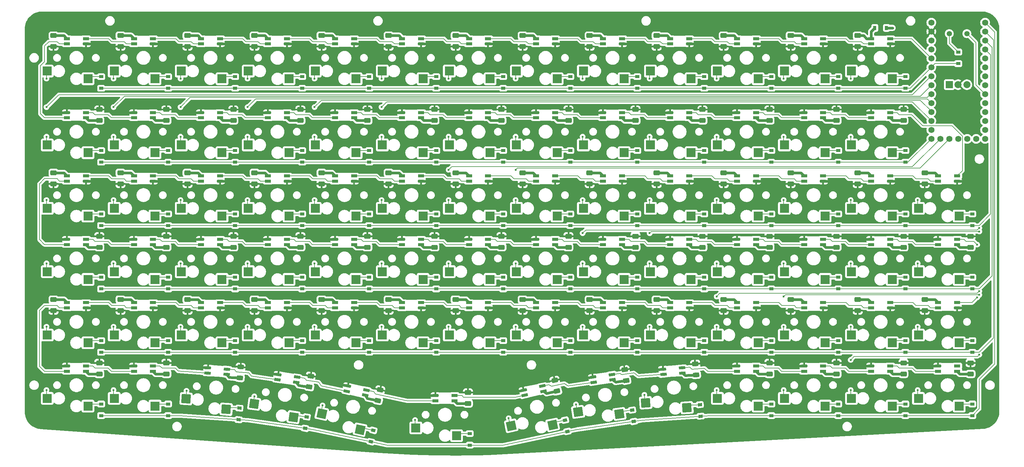
<source format=gbr>
%TF.GenerationSoftware,KiCad,Pcbnew,8.0.7*%
%TF.CreationDate,2025-01-24T18:11:26+01:00*%
%TF.ProjectId,eepyboard_rev3,65657079-626f-4617-9264-5f726576332e,1.2*%
%TF.SameCoordinates,Original*%
%TF.FileFunction,Copper,L4,Bot*%
%TF.FilePolarity,Positive*%
%FSLAX46Y46*%
G04 Gerber Fmt 4.6, Leading zero omitted, Abs format (unit mm)*
G04 Created by KiCad (PCBNEW 8.0.7) date 2025-01-24 18:11:26*
%MOMM*%
%LPD*%
G01*
G04 APERTURE LIST*
G04 Aperture macros list*
%AMRoundRect*
0 Rectangle with rounded corners*
0 $1 Rounding radius*
0 $2 $3 $4 $5 $6 $7 $8 $9 X,Y pos of 4 corners*
0 Add a 4 corners polygon primitive as box body*
4,1,4,$2,$3,$4,$5,$6,$7,$8,$9,$2,$3,0*
0 Add four circle primitives for the rounded corners*
1,1,$1+$1,$2,$3*
1,1,$1+$1,$4,$5*
1,1,$1+$1,$6,$7*
1,1,$1+$1,$8,$9*
0 Add four rect primitives between the rounded corners*
20,1,$1+$1,$2,$3,$4,$5,0*
20,1,$1+$1,$4,$5,$6,$7,0*
20,1,$1+$1,$6,$7,$8,$9,0*
20,1,$1+$1,$8,$9,$2,$3,0*%
%AMRotRect*
0 Rectangle, with rotation*
0 The origin of the aperture is its center*
0 $1 length*
0 $2 width*
0 $3 Rotation angle, in degrees counterclockwise*
0 Add horizontal line*
21,1,$1,$2,0,0,$3*%
G04 Aperture macros list end*
%TA.AperFunction,SMDPad,CuDef*%
%ADD10R,2.600000X2.600000*%
%TD*%
%TA.AperFunction,SMDPad,CuDef*%
%ADD11R,1.800000X0.820000*%
%TD*%
%TA.AperFunction,SMDPad,CuDef*%
%ADD12RoundRect,0.205000X-0.695000X-0.205000X0.695000X-0.205000X0.695000X0.205000X-0.695000X0.205000X0*%
%TD*%
%TA.AperFunction,SMDPad,CuDef*%
%ADD13RoundRect,0.205000X0.695000X0.205000X-0.695000X0.205000X-0.695000X-0.205000X0.695000X-0.205000X0*%
%TD*%
%TA.AperFunction,SMDPad,CuDef*%
%ADD14RotRect,2.600000X2.600000X176.000000*%
%TD*%
%TA.AperFunction,ComponentPad*%
%ADD15C,1.500000*%
%TD*%
%TA.AperFunction,ComponentPad*%
%ADD16R,2.000000X2.000000*%
%TD*%
%TA.AperFunction,ComponentPad*%
%ADD17C,2.000000*%
%TD*%
%TA.AperFunction,SMDPad,CuDef*%
%ADD18RotRect,2.600000X2.600000X192.000000*%
%TD*%
%TA.AperFunction,SMDPad,CuDef*%
%ADD19RotRect,2.600000X2.600000X172.000000*%
%TD*%
%TA.AperFunction,SMDPad,CuDef*%
%ADD20RotRect,2.600000X2.600000X188.000000*%
%TD*%
%TA.AperFunction,ComponentPad*%
%ADD21C,1.752600*%
%TD*%
%TA.AperFunction,SMDPad,CuDef*%
%ADD22RotRect,2.600000X2.600000X168.000000*%
%TD*%
%TA.AperFunction,SMDPad,CuDef*%
%ADD23RotRect,1.800000X0.820000X192.000000*%
%TD*%
%TA.AperFunction,SMDPad,CuDef*%
%ADD24RoundRect,0.205000X0.637191X0.345019X-0.722434X0.056022X-0.637191X-0.345019X0.722434X-0.056022X0*%
%TD*%
%TA.AperFunction,SMDPad,CuDef*%
%ADD25RotRect,1.800000X0.820000X172.000000*%
%TD*%
%TA.AperFunction,SMDPad,CuDef*%
%ADD26RoundRect,0.205000X0.716767X0.106280X-0.659706X0.299730X-0.716767X-0.106280X0.659706X-0.299730X0*%
%TD*%
%TA.AperFunction,SMDPad,CuDef*%
%ADD27RotRect,1.800000X0.820000X176.000000*%
%TD*%
%TA.AperFunction,SMDPad,CuDef*%
%ADD28RoundRect,0.205000X0.707607X0.156020X-0.679007X0.252981X-0.707607X-0.156020X0.679007X-0.252981X0*%
%TD*%
%TA.AperFunction,SMDPad,CuDef*%
%ADD29RotRect,2.600000X2.600000X184.000000*%
%TD*%
%TA.AperFunction,SMDPad,CuDef*%
%ADD30RotRect,1.800000X0.820000X184.000000*%
%TD*%
%TA.AperFunction,SMDPad,CuDef*%
%ADD31RoundRect,0.205000X0.679007X0.252981X-0.707607X0.156020X-0.679007X-0.252981X0.707607X-0.156020X0*%
%TD*%
%TA.AperFunction,SMDPad,CuDef*%
%ADD32RotRect,1.800000X0.820000X168.000000*%
%TD*%
%TA.AperFunction,SMDPad,CuDef*%
%ADD33RoundRect,0.205000X0.722434X0.056022X-0.637191X0.345019X-0.722434X-0.056022X0.637191X-0.345019X0*%
%TD*%
%TA.AperFunction,SMDPad,CuDef*%
%ADD34RotRect,1.800000X0.820000X188.000000*%
%TD*%
%TA.AperFunction,SMDPad,CuDef*%
%ADD35RoundRect,0.205000X0.659706X0.299730X-0.716767X0.106280X-0.659706X-0.299730X0.716767X-0.106280X0*%
%TD*%
%TA.AperFunction,SMDPad,CuDef*%
%ADD36RoundRect,0.250000X-0.650000X0.412500X-0.650000X-0.412500X0.650000X-0.412500X0.650000X0.412500X0*%
%TD*%
%TA.AperFunction,SMDPad,CuDef*%
%ADD37RoundRect,0.250000X-0.721560X0.268343X-0.550032X-0.538628X0.721560X-0.268343X0.550032X0.538628X0*%
%TD*%
%TA.AperFunction,SMDPad,CuDef*%
%ADD38R,1.200000X0.900000*%
%TD*%
%TA.AperFunction,SMDPad,CuDef*%
%ADD39RoundRect,0.250000X0.650000X-0.412500X0.650000X0.412500X-0.650000X0.412500X-0.650000X-0.412500X0*%
%TD*%
%TA.AperFunction,SMDPad,CuDef*%
%ADD40R,0.900000X1.200000*%
%TD*%
%TA.AperFunction,SMDPad,CuDef*%
%ADD41RoundRect,0.250000X-0.586265X0.498948X-0.701083X-0.318023X0.586265X-0.498948X0.701083X0.318023X0*%
%TD*%
%TA.AperFunction,SMDPad,CuDef*%
%ADD42RotRect,0.900000X1.200000X98.000000*%
%TD*%
%TA.AperFunction,SMDPad,CuDef*%
%ADD43RotRect,0.900000X1.200000X82.000000*%
%TD*%
%TA.AperFunction,SMDPad,CuDef*%
%ADD44RotRect,0.900000X1.200000X102.000000*%
%TD*%
%TA.AperFunction,SMDPad,CuDef*%
%ADD45RoundRect,0.250000X-0.677191X0.366153X-0.619642X-0.456837X0.677191X-0.366153X0.619642X0.456837X0*%
%TD*%
%TA.AperFunction,SMDPad,CuDef*%
%ADD46RotRect,0.900000X1.200000X86.000000*%
%TD*%
%TA.AperFunction,SMDPad,CuDef*%
%ADD47RoundRect,0.250000X-0.701083X0.318023X-0.586265X-0.498948X0.701083X-0.318023X0.586265X0.498948X0*%
%TD*%
%TA.AperFunction,SMDPad,CuDef*%
%ADD48RoundRect,0.250000X-0.550032X0.538628X-0.721560X-0.268343X0.550032X-0.538628X0.721560X0.268343X0*%
%TD*%
%TA.AperFunction,SMDPad,CuDef*%
%ADD49RotRect,0.900000X1.200000X78.000000*%
%TD*%
%TA.AperFunction,SMDPad,CuDef*%
%ADD50RoundRect,0.250000X-0.619642X0.456837X-0.677191X-0.366153X0.619642X-0.456837X0.677191X0.366153X0*%
%TD*%
%TA.AperFunction,SMDPad,CuDef*%
%ADD51RotRect,0.900000X1.200000X94.000000*%
%TD*%
%TA.AperFunction,ViaPad*%
%ADD52C,0.600000*%
%TD*%
%TA.AperFunction,Conductor*%
%ADD53C,0.200000*%
%TD*%
%TA.AperFunction,Conductor*%
%ADD54C,0.750000*%
%TD*%
G04 APERTURE END LIST*
D10*
%TO.P,S43,1*%
%TO.N,diode_main_ten_mods*%
X268791746Y-181125901D03*
%TO.P,S43,2*%
%TO.N,COL11*%
X257241746Y-178925901D03*
%TD*%
D11*
%TO.P,LED18,1*%
%TO.N,VCC*%
X224816748Y-115725901D03*
%TO.P,LED18,2*%
%TO.N,led_din_main_seven_top*%
X224816748Y-117225901D03*
D12*
%TO.P,LED18,3*%
%TO.N,GND*%
X230216748Y-117225901D03*
D11*
%TO.P,LED18,4*%
%TO.N,led_din_main_eight_top*%
X230216748Y-115725901D03*
%TD*%
%TO.P,LED24,1*%
%TO.N,VCC*%
X281816749Y-115725902D03*
%TO.P,LED24,2*%
%TO.N,led_din_main_ten_top*%
X281816749Y-117225902D03*
D12*
%TO.P,LED24,3*%
%TO.N,GND*%
X287216749Y-117225902D03*
D11*
%TO.P,LED24,4*%
%TO.N,led_din_main_eleven_top*%
X287216749Y-115725902D03*
%TD*%
%TO.P,LED41,1*%
%TO.N,VCC_first_led*%
X300816751Y-76725901D03*
%TO.P,LED41,2*%
%TO.N,led_din_function_f11*%
X300816751Y-78225901D03*
D12*
%TO.P,LED41,3*%
%TO.N,GND*%
X306216751Y-78225901D03*
D11*
%TO.P,LED41,4*%
%TO.N,led_din_function_f12*%
X306216751Y-76725901D03*
%TD*%
%TO.P,LED69,1*%
%TO.N,VCC*%
X287216747Y-99225898D03*
%TO.P,LED69,2*%
%TO.N,led_din_main_twelve_numbers*%
X287216747Y-97725898D03*
D13*
%TO.P,LED69,3*%
%TO.N,GND*%
X281816747Y-97725898D03*
D11*
%TO.P,LED69,4*%
%TO.N,led_din_main_eleven_numbers*%
X281816747Y-99225898D03*
%TD*%
D14*
%TO.P,S62,1*%
%TO.N,diode_thumb_one*%
X117973385Y-182024469D03*
%TO.P,S62,2*%
%TO.N,COL3*%
X106604985Y-179024140D03*
%TD*%
D10*
%TO.P,S73,1*%
%TO.N,diode_function_f4*%
X154791748Y-88125900D03*
%TO.P,S73,2*%
%TO.N,COL5*%
X143241748Y-85925900D03*
%TD*%
D11*
%TO.P,LED54,1*%
%TO.N,VCC*%
X173216748Y-135225900D03*
%TO.P,LED54,2*%
%TO.N,led_din_main_six_home*%
X173216748Y-133725900D03*
D13*
%TO.P,LED54,3*%
%TO.N,GND*%
X167816748Y-133725900D03*
D11*
%TO.P,LED54,4*%
%TO.N,led_din_main_five_home*%
X167816748Y-135225900D03*
%TD*%
%TO.P,LED8,1*%
%TO.N,VCC*%
X129816745Y-115725900D03*
%TO.P,LED8,2*%
%TO.N,led_din_main_two_top*%
X129816745Y-117225900D03*
D12*
%TO.P,LED8,3*%
%TO.N,GND*%
X135216745Y-117225900D03*
D11*
%TO.P,LED8,4*%
%TO.N,led_din_main_three_top*%
X135216745Y-115725900D03*
%TD*%
%TO.P,LED39,1*%
%TO.N,VCC*%
X262816746Y-76725901D03*
%TO.P,LED39,2*%
%TO.N,led_din_function_f9*%
X262816746Y-78225901D03*
D12*
%TO.P,LED39,3*%
%TO.N,GND*%
X268216746Y-78225901D03*
D11*
%TO.P,LED39,4*%
%TO.N,led_din_function_f10*%
X268216746Y-76725901D03*
%TD*%
D10*
%TO.P,S4,1*%
%TO.N,diode_main_left_top*%
X78791746Y-127125898D03*
%TO.P,S4,2*%
%TO.N,COL1*%
X67241746Y-124925898D03*
%TD*%
%TO.P,S41,1*%
%TO.N,diode_main_nine_top*%
X249791746Y-127125902D03*
%TO.P,S41,2*%
%TO.N,COL10*%
X238241746Y-124925902D03*
%TD*%
D11*
%TO.P,LED23,1*%
%TO.N,VCC*%
X281816748Y-151725898D03*
%TO.P,LED23,2*%
%TO.N,led_din_main_ten_bottom*%
X281816748Y-153225898D03*
D12*
%TO.P,LED23,3*%
%TO.N,GND*%
X287216748Y-153225898D03*
D11*
%TO.P,LED23,4*%
%TO.N,led_din_main_eleven_bottom*%
X287216748Y-151725898D03*
%TD*%
D10*
%TO.P,S72,1*%
%TO.N,diode_function_f3*%
X135791747Y-88125901D03*
%TO.P,S72,2*%
%TO.N,COL4*%
X124241747Y-85925901D03*
%TD*%
D11*
%TO.P,LED38,1*%
%TO.N,VCC*%
X243816748Y-76725899D03*
%TO.P,LED38,2*%
%TO.N,led_din_function_f8*%
X243816748Y-78225899D03*
D12*
%TO.P,LED38,3*%
%TO.N,GND*%
X249216748Y-78225899D03*
D11*
%TO.P,LED38,4*%
%TO.N,led_din_function_f9*%
X249216748Y-76725899D03*
%TD*%
%TO.P,LED55,1*%
%TO.N,VCC*%
X173216749Y-99225897D03*
%TO.P,LED55,2*%
%TO.N,led_din_main_six_numbers*%
X173216749Y-97725897D03*
D13*
%TO.P,LED55,3*%
%TO.N,GND*%
X167816749Y-97725897D03*
D11*
%TO.P,LED55,4*%
%TO.N,led_din_main_five_numbers*%
X167816749Y-99225897D03*
%TD*%
%TO.P,LED58,1*%
%TO.N,VCC*%
X211216749Y-135225898D03*
%TO.P,LED58,2*%
%TO.N,led_din_main_eight_home*%
X211216749Y-133725898D03*
D13*
%TO.P,LED58,3*%
%TO.N,GND*%
X205816749Y-133725898D03*
D11*
%TO.P,LED58,4*%
%TO.N,led_din_main_seven_home*%
X205816749Y-135225898D03*
%TD*%
D10*
%TO.P,S6,1*%
%TO.N,diode_main_one_mods*%
X97791749Y-181125898D03*
%TO.P,S6,2*%
%TO.N,COL2*%
X86241749Y-178925898D03*
%TD*%
D11*
%TO.P,LED28,1*%
%TO.N,VCC*%
X319816747Y-115725899D03*
%TO.P,LED28,2*%
%TO.N,led_din_main_twelve_top*%
X319816747Y-117225899D03*
D12*
%TO.P,LED28,3*%
%TO.N,GND*%
X325216747Y-117225899D03*
D11*
%TO.P,LED28,4*%
%TO.N,led_din_main_right_top*%
X325216747Y-115725899D03*
%TD*%
D10*
%TO.P,S27,1*%
%TO.N,diode_main_six_bottom*%
X192791746Y-163125901D03*
%TO.P,S27,2*%
%TO.N,COL7*%
X181241746Y-160925901D03*
%TD*%
%TO.P,S49,1*%
%TO.N,diode_main_eleven_bottom*%
X287791747Y-163125904D03*
%TO.P,S49,2*%
%TO.N,COL12*%
X276241747Y-160925904D03*
%TD*%
%TO.P,S58,1*%
%TO.N,diode_main_right_mods*%
X325791747Y-181125899D03*
%TO.P,S58,2*%
%TO.N,COL14*%
X314241747Y-178925899D03*
%TD*%
%TO.P,S77,1*%
%TO.N,diode_function_f8*%
X230791749Y-88125899D03*
%TO.P,S77,2*%
%TO.N,COL9*%
X219241749Y-85925899D03*
%TD*%
D11*
%TO.P,LED40,1*%
%TO.N,VCC*%
X281816748Y-76725902D03*
%TO.P,LED40,2*%
%TO.N,led_din_function_f10*%
X281816748Y-78225902D03*
D12*
%TO.P,LED40,3*%
%TO.N,GND*%
X287216748Y-78225902D03*
D11*
%TO.P,LED40,4*%
%TO.N,led_din_function_f11*%
X287216748Y-76725902D03*
%TD*%
D15*
%TO.P,ROT1,1*%
%TO.N,diode_rotary_top_right*%
X322976745Y-75295902D03*
%TO.P,ROT1,2*%
%TO.N,COL14*%
X327976745Y-75295902D03*
D16*
%TO.P,ROT1,A*%
%TO.N,rotary_top_right_a*%
X322976745Y-89795905D03*
D17*
%TO.P,ROT1,B*%
%TO.N,rotary_top_right_b*%
X327976745Y-89795904D03*
%TO.P,ROT1,C*%
%TO.N,GND*%
X325476746Y-89795902D03*
%TD*%
D10*
%TO.P,S11,1*%
%TO.N,diode_main_two_bottom*%
X116791747Y-163125904D03*
%TO.P,S11,2*%
%TO.N,COL3*%
X105241747Y-160925904D03*
%TD*%
%TO.P,S7,1*%
%TO.N,diode_main_one_bottom*%
X97791748Y-163125903D03*
%TO.P,S7,2*%
%TO.N,COL2*%
X86241748Y-160925903D03*
%TD*%
%TO.P,S18,1*%
%TO.N,diode_main_three_numbers*%
X135791745Y-109125900D03*
%TO.P,S18,2*%
%TO.N,COL4*%
X124241745Y-106925900D03*
%TD*%
%TO.P,S34,1*%
%TO.N,diode_main_seven_numbers*%
X211791749Y-109125899D03*
%TO.P,S34,2*%
%TO.N,COL8*%
X200241749Y-106925899D03*
%TD*%
%TO.P,S70,1*%
%TO.N,diode_function_f1*%
X97791743Y-88125900D03*
%TO.P,S70,2*%
%TO.N,COL2*%
X86241743Y-85925900D03*
%TD*%
%TO.P,S35,1*%
%TO.N,diode_main_eight_bottom*%
X230791746Y-163125903D03*
%TO.P,S35,2*%
%TO.N,COL9*%
X219241746Y-160925903D03*
%TD*%
%TO.P,S37,1*%
%TO.N,diode_main_eight_top*%
X230791746Y-127125902D03*
%TO.P,S37,2*%
%TO.N,COL9*%
X219241746Y-124925902D03*
%TD*%
D11*
%TO.P,LED66,1*%
%TO.N,VCC*%
X268216744Y-99225901D03*
%TO.P,LED66,2*%
%TO.N,led_din_main_eleven_numbers*%
X268216744Y-97725901D03*
D13*
%TO.P,LED66,3*%
%TO.N,GND*%
X262816744Y-97725901D03*
D11*
%TO.P,LED66,4*%
%TO.N,led_din_main_ten_numbers*%
X262816744Y-99225901D03*
%TD*%
%TO.P,LED74,1*%
%TO.N,VCC*%
X325216746Y-135225903D03*
%TO.P,LED74,2*%
%TO.N,led_din_main_right_bottom*%
X325216746Y-133725903D03*
D13*
%TO.P,LED74,3*%
%TO.N,GND*%
X319816746Y-133725903D03*
D11*
%TO.P,LED74,4*%
%TO.N,led_din_main_right_home*%
X319816746Y-135225903D03*
%TD*%
D10*
%TO.P,S76,1*%
%TO.N,diode_function_f7*%
X211791750Y-88125900D03*
%TO.P,S76,2*%
%TO.N,COL8*%
X200241750Y-85925900D03*
%TD*%
D11*
%TO.P,LED13,1*%
%TO.N,VCC*%
X186816747Y-151725898D03*
%TO.P,LED13,2*%
%TO.N,led_din_main_five_bottom*%
X186816747Y-153225898D03*
D12*
%TO.P,LED13,3*%
%TO.N,GND*%
X192216747Y-153225898D03*
D11*
%TO.P,LED13,4*%
%TO.N,led_din_main_six_bottom*%
X192216747Y-151725898D03*
%TD*%
%TO.P,LED14,1*%
%TO.N,VCC*%
X186816746Y-115725901D03*
%TO.P,LED14,2*%
%TO.N,led_din_main_five_top*%
X186816746Y-117225901D03*
D12*
%TO.P,LED14,3*%
%TO.N,GND*%
X192216746Y-117225901D03*
D11*
%TO.P,LED14,4*%
%TO.N,led_din_main_six_top*%
X192216746Y-115725901D03*
%TD*%
D10*
%TO.P,S15,1*%
%TO.N,diode_main_three_bottom*%
X135791746Y-163125902D03*
%TO.P,S15,2*%
%TO.N,COL4*%
X124241746Y-160925902D03*
%TD*%
%TO.P,S44,1*%
%TO.N,diode_main_ten_bottom*%
X268791746Y-163125902D03*
%TO.P,S44,2*%
%TO.N,COL11*%
X257241746Y-160925902D03*
%TD*%
D11*
%TO.P,LED19,1*%
%TO.N,VCC*%
X243816747Y-151725902D03*
%TO.P,LED19,2*%
%TO.N,led_din_main_eight_bottom*%
X243816747Y-153225902D03*
D12*
%TO.P,LED19,3*%
%TO.N,GND*%
X249216747Y-153225902D03*
D11*
%TO.P,LED19,4*%
%TO.N,led_din_main_nine_bottom*%
X249216747Y-151725902D03*
%TD*%
D10*
%TO.P,S52,1*%
%TO.N,diode_main_eleven_numbers*%
X287791750Y-109125898D03*
%TO.P,S52,2*%
%TO.N,COL12*%
X276241750Y-106925898D03*
%TD*%
D11*
%TO.P,LED9,1*%
%TO.N,VCC*%
X148816746Y-151725900D03*
%TO.P,LED9,2*%
%TO.N,led_din_main_three_bottom*%
X148816746Y-153225900D03*
D12*
%TO.P,LED9,3*%
%TO.N,GND*%
X154216746Y-153225900D03*
D11*
%TO.P,LED9,4*%
%TO.N,led_din_main_four_bottom*%
X154216746Y-151725900D03*
%TD*%
%TO.P,LED46,1*%
%TO.N,VCC*%
X97216748Y-135225903D03*
%TO.P,LED46,2*%
%TO.N,led_din_main_two_home*%
X97216748Y-133725903D03*
D13*
%TO.P,LED46,3*%
%TO.N,GND*%
X91816748Y-133725903D03*
D11*
%TO.P,LED46,4*%
%TO.N,led_din_main_one_home*%
X91816748Y-135225903D03*
%TD*%
%TO.P,LED50,1*%
%TO.N,VCC*%
X135216747Y-135225902D03*
%TO.P,LED50,2*%
%TO.N,led_din_main_four_home*%
X135216747Y-133725902D03*
D13*
%TO.P,LED50,3*%
%TO.N,GND*%
X129816747Y-133725902D03*
D11*
%TO.P,LED50,4*%
%TO.N,led_din_main_three_home*%
X129816747Y-135225902D03*
%TD*%
D10*
%TO.P,S68,1*%
%TO.N,diode_thumb_center*%
X183291749Y-189517395D03*
%TO.P,S68,2*%
%TO.N,COL6*%
X171741749Y-187317395D03*
%TD*%
D11*
%TO.P,LED48,1*%
%TO.N,VCC*%
X116216746Y-135225901D03*
%TO.P,LED48,2*%
%TO.N,led_din_main_three_home*%
X116216746Y-133725901D03*
D13*
%TO.P,LED48,3*%
%TO.N,GND*%
X110816746Y-133725901D03*
D11*
%TO.P,LED48,4*%
%TO.N,led_din_main_two_home*%
X110816746Y-135225901D03*
%TD*%
%TO.P,LED62,1*%
%TO.N,VCC*%
X249216745Y-135225901D03*
%TO.P,LED62,2*%
%TO.N,led_din_main_ten_home*%
X249216745Y-133725901D03*
D13*
%TO.P,LED62,3*%
%TO.N,GND*%
X243816745Y-133725901D03*
D11*
%TO.P,LED62,4*%
%TO.N,led_din_main_nine_home*%
X243816745Y-135225901D03*
%TD*%
D10*
%TO.P,S21,1*%
%TO.N,diode_main_four_top*%
X154791748Y-127125902D03*
%TO.P,S21,2*%
%TO.N,COL5*%
X143241748Y-124925902D03*
%TD*%
D11*
%TO.P,LED21,1*%
%TO.N,VCC*%
X262816747Y-151725900D03*
%TO.P,LED21,2*%
%TO.N,led_din_main_nine_bottom*%
X262816747Y-153225900D03*
D12*
%TO.P,LED21,3*%
%TO.N,GND*%
X268216747Y-153225900D03*
D11*
%TO.P,LED21,4*%
%TO.N,led_din_main_ten_bottom*%
X268216747Y-151725900D03*
%TD*%
%TO.P,LED35,1*%
%TO.N,VCC*%
X186816746Y-76725897D03*
%TO.P,LED35,2*%
%TO.N,led_din_function_f5*%
X186816746Y-78225897D03*
D12*
%TO.P,LED35,3*%
%TO.N,GND*%
X192216746Y-78225897D03*
D11*
%TO.P,LED35,4*%
%TO.N,led_din_function_f6*%
X192216746Y-76725897D03*
%TD*%
D18*
%TO.P,S67,1*%
%TO.N,diode_mirror_thumb_three*%
X210524836Y-186456458D03*
%TO.P,S67,2*%
%TO.N,COL8*%
X198769825Y-186705914D03*
%TD*%
D11*
%TO.P,LED27,1*%
%TO.N,VCC*%
X319816749Y-151725901D03*
%TO.P,LED27,2*%
%TO.N,led_din_main_twelve_bottom*%
X319816749Y-153225901D03*
D12*
%TO.P,LED27,3*%
%TO.N,GND*%
X325216749Y-153225901D03*
D11*
%TO.P,LED27,4*%
%TO.N,led_din_main_right_bottom*%
X325216749Y-151725901D03*
%TD*%
D10*
%TO.P,S42,1*%
%TO.N,diode_main_nine_numbers*%
X249791746Y-109125898D03*
%TO.P,S42,2*%
%TO.N,COL10*%
X238241746Y-106925898D03*
%TD*%
D11*
%TO.P,LED81,1*%
%TO.N,VCC*%
X182716745Y-179617399D03*
%TO.P,LED81,2*%
%TO.N,led_din_mirror_thumb_three*%
X182716745Y-178117399D03*
D13*
%TO.P,LED81,3*%
%TO.N,GND*%
X177316745Y-178117399D03*
D11*
%TO.P,LED81,4*%
%TO.N,led_din_thumb_center*%
X177316745Y-179617399D03*
%TD*%
%TO.P,LED57,1*%
%TO.N,VCC*%
X192216747Y-99225902D03*
%TO.P,LED57,2*%
%TO.N,led_din_main_seven_numbers*%
X192216747Y-97725902D03*
D13*
%TO.P,LED57,3*%
%TO.N,GND*%
X186816747Y-97725902D03*
D11*
%TO.P,LED57,4*%
%TO.N,led_din_main_six_numbers*%
X186816747Y-99225902D03*
%TD*%
%TO.P,LED67,1*%
%TO.N,VCC*%
X287216749Y-171225902D03*
%TO.P,LED67,2*%
%TO.N,led_din_main_twelve_mods*%
X287216749Y-169725902D03*
D13*
%TO.P,LED67,3*%
%TO.N,GND*%
X281816749Y-169725902D03*
D11*
%TO.P,LED67,4*%
%TO.N,led_din_main_eleven_mods*%
X281816749Y-171225902D03*
%TD*%
D19*
%TO.P,S63,1*%
%TO.N,diode_thumb_two*%
X137045617Y-184258890D03*
%TO.P,S63,2*%
%TO.N,COL4*%
X125914202Y-180472851D03*
%TD*%
D10*
%TO.P,S16,1*%
%TO.N,diode_main_three_home*%
X135791751Y-145125903D03*
%TO.P,S16,2*%
%TO.N,COL4*%
X124241751Y-142925903D03*
%TD*%
%TO.P,S75,1*%
%TO.N,diode_function_f6*%
X192791751Y-88125897D03*
%TO.P,S75,2*%
%TO.N,COL7*%
X181241751Y-85925897D03*
%TD*%
D11*
%TO.P,LED36,1*%
%TO.N,VCC*%
X205816745Y-76725898D03*
%TO.P,LED36,2*%
%TO.N,led_din_function_f6*%
X205816745Y-78225898D03*
D12*
%TO.P,LED36,3*%
%TO.N,GND*%
X211216745Y-78225898D03*
D11*
%TO.P,LED36,4*%
%TO.N,led_din_function_f7*%
X211216745Y-76725898D03*
%TD*%
D20*
%TO.P,S66,1*%
%TO.N,diode_mirror_thumb_two*%
X229474134Y-183347310D03*
%TO.P,S66,2*%
%TO.N,COL9*%
X217730357Y-182776171D03*
%TD*%
D11*
%TO.P,LED33,1*%
%TO.N,VCC*%
X148816744Y-76725900D03*
%TO.P,LED33,2*%
%TO.N,led_din_function_f3*%
X148816744Y-78225900D03*
D12*
%TO.P,LED33,3*%
%TO.N,GND*%
X154216744Y-78225900D03*
D11*
%TO.P,LED33,4*%
%TO.N,led_din_function_f4*%
X154216744Y-76725900D03*
%TD*%
D10*
%TO.P,S30,1*%
%TO.N,diode_main_six_numbers*%
X192791745Y-109125901D03*
%TO.P,S30,2*%
%TO.N,COL7*%
X181241745Y-106925901D03*
%TD*%
D11*
%TO.P,LED70,1*%
%TO.N,VCC*%
X306216745Y-171225899D03*
%TO.P,LED70,2*%
%TO.N,led_din_main_right_mods*%
X306216745Y-169725899D03*
D13*
%TO.P,LED70,3*%
%TO.N,GND*%
X300816745Y-169725899D03*
D11*
%TO.P,LED70,4*%
%TO.N,led_din_main_twelve_mods*%
X300816745Y-171225899D03*
%TD*%
D21*
%TO.P,MCU1,1*%
%TO.N,ROW1*%
X333136746Y-72165900D03*
%TO.P,MCU1,2*%
%TO.N,ROW2*%
X333136746Y-74705900D03*
%TO.P,MCU1,3*%
%TO.N,ROW3*%
X333136746Y-77245900D03*
%TO.P,MCU1,4*%
%TO.N,ROW4*%
X333136746Y-79785900D03*
%TO.P,MCU1,5*%
%TO.N,GP4*%
X333136746Y-82325900D03*
%TO.P,MCU1,6*%
%TO.N,GP5*%
X333136746Y-84865900D03*
%TO.P,MCU1,7*%
%TO.N,rotary_top_right_a*%
X333136746Y-87405900D03*
%TO.P,MCU1,8*%
%TO.N,rotary_top_right_b*%
X333136746Y-89945900D03*
%TO.P,MCU1,9*%
%TO.N,COL14*%
X333136746Y-92485900D03*
%TO.P,MCU1,10*%
%TO.N,COL13*%
X333136746Y-95025900D03*
%TO.P,MCU1,11*%
%TO.N,COL12*%
X333136746Y-97565900D03*
%TO.P,MCU1,12*%
%TO.N,COL11*%
X333136746Y-100105900D03*
%TO.P,MCU1,13*%
%TO.N,COL10*%
X333136746Y-102645900D03*
%TO.P,MCU1,14*%
%TO.N,COL9*%
X333136746Y-105185900D03*
%TO.P,MCU1,15*%
%TO.N,GP14*%
X330596746Y-105185900D03*
%TO.P,MCU1,16*%
%TO.N,GP15*%
X328056746Y-105185900D03*
%TO.P,MCU1,17*%
%TO.N,GP16*%
X325516746Y-105185900D03*
%TO.P,MCU1,18*%
%TO.N,COL8*%
X322976746Y-105185900D03*
%TO.P,MCU1,19*%
%TO.N,COL7*%
X320436746Y-105185900D03*
%TO.P,MCU1,20*%
%TO.N,VCC*%
X317896746Y-72165900D03*
%TO.P,MCU1,21*%
%TO.N,GND*%
X317896746Y-74705900D03*
%TO.P,MCU1,22*%
%TO.N,RST*%
X317896746Y-77245900D03*
%TO.P,MCU1,23*%
%TO.N,3V3*%
X317896746Y-79785900D03*
%TO.P,MCU1,24*%
%TO.N,led_din_function_f12*%
X317896746Y-82325900D03*
%TO.P,MCU1,25*%
%TO.N,ROW6*%
X317896746Y-84865900D03*
%TO.P,MCU1,26*%
%TO.N,COL1*%
X317896746Y-87405900D03*
%TO.P,MCU1,27*%
%TO.N,COL2*%
X317896746Y-89945900D03*
%TO.P,MCU1,28*%
%TO.N,COL3*%
X317896746Y-92485900D03*
%TO.P,MCU1,29*%
%TO.N,COL4*%
X317896746Y-95025900D03*
%TO.P,MCU1,30*%
%TO.N,COL5*%
X317896746Y-97565900D03*
%TO.P,MCU1,31*%
%TO.N,COL6*%
X317896746Y-100105900D03*
%TO.P,MCU1,32*%
%TO.N,GP20*%
X317896746Y-102645900D03*
%TO.P,MCU1,33*%
%TO.N,ROW5*%
X317896746Y-105185900D03*
%TD*%
D11*
%TO.P,LED26,1*%
%TO.N,VCC*%
X300816751Y-115725899D03*
%TO.P,LED26,2*%
%TO.N,led_din_main_eleven_top*%
X300816751Y-117225899D03*
D12*
%TO.P,LED26,3*%
%TO.N,GND*%
X306216751Y-117225899D03*
D11*
%TO.P,LED26,4*%
%TO.N,led_din_main_twelve_top*%
X306216751Y-115725899D03*
%TD*%
%TO.P,LED72,1*%
%TO.N,VCC*%
X306216746Y-99225900D03*
%TO.P,LED72,2*%
%TO.N,led_din_main_right_top*%
X306216746Y-97725900D03*
D13*
%TO.P,LED72,3*%
%TO.N,GND*%
X300816746Y-97725900D03*
D11*
%TO.P,LED72,4*%
%TO.N,led_din_main_twelve_numbers*%
X300816746Y-99225900D03*
%TD*%
D10*
%TO.P,S59,1*%
%TO.N,diode_main_right_bottom*%
X325791745Y-163125902D03*
%TO.P,S59,2*%
%TO.N,COL14*%
X314241745Y-160925902D03*
%TD*%
%TO.P,S14,1*%
%TO.N,diode_main_two_numbers*%
X116791746Y-109125901D03*
%TO.P,S14,2*%
%TO.N,COL3*%
X105241746Y-106925901D03*
%TD*%
D11*
%TO.P,LED49,1*%
%TO.N,VCC*%
X116216749Y-99225898D03*
%TO.P,LED49,2*%
%TO.N,led_din_main_three_numbers*%
X116216749Y-97725898D03*
D13*
%TO.P,LED49,3*%
%TO.N,GND*%
X110816749Y-97725898D03*
D11*
%TO.P,LED49,4*%
%TO.N,led_din_main_two_numbers*%
X110816749Y-99225898D03*
%TD*%
D10*
%TO.P,S12,1*%
%TO.N,diode_main_two_home*%
X116791748Y-145125903D03*
%TO.P,S12,2*%
%TO.N,COL3*%
X105241748Y-142925903D03*
%TD*%
D11*
%TO.P,LED15,1*%
%TO.N,VCC*%
X205816746Y-151725901D03*
%TO.P,LED15,2*%
%TO.N,led_din_main_six_bottom*%
X205816746Y-153225901D03*
D12*
%TO.P,LED15,3*%
%TO.N,GND*%
X211216746Y-153225901D03*
D11*
%TO.P,LED15,4*%
%TO.N,led_din_main_seven_bottom*%
X211216746Y-151725901D03*
%TD*%
%TO.P,LED59,1*%
%TO.N,VCC*%
X211216749Y-99225901D03*
%TO.P,LED59,2*%
%TO.N,led_din_main_eight_numbers*%
X211216749Y-97725901D03*
D13*
%TO.P,LED59,3*%
%TO.N,GND*%
X205816749Y-97725901D03*
D11*
%TO.P,LED59,4*%
%TO.N,led_din_main_seven_numbers*%
X205816749Y-99225901D03*
%TD*%
D10*
%TO.P,S61,1*%
%TO.N,diode_main_right_top*%
X325791748Y-127125896D03*
%TO.P,S61,2*%
%TO.N,COL14*%
X314241748Y-124925896D03*
%TD*%
D11*
%TO.P,LED45,1*%
%TO.N,VCC*%
X97216748Y-171225900D03*
%TO.P,LED45,2*%
%TO.N,led_din_thumb_one*%
X97216748Y-169725900D03*
D13*
%TO.P,LED45,3*%
%TO.N,GND*%
X91816748Y-169725900D03*
D11*
%TO.P,LED45,4*%
%TO.N,led_din_main_one_mods*%
X91816748Y-171225900D03*
%TD*%
D10*
%TO.P,S60,1*%
%TO.N,diode_main_right_home*%
X325791747Y-145125902D03*
%TO.P,S60,2*%
%TO.N,COL14*%
X314241747Y-142925902D03*
%TD*%
D22*
%TO.P,S64,1*%
%TO.N,diode_thumb_three*%
X155915528Y-187818281D03*
%TO.P,S64,2*%
%TO.N,COL5*%
X145075329Y-183264976D03*
%TD*%
D10*
%TO.P,S53,1*%
%TO.N,diode_main_twelve_mods*%
X306791750Y-181125900D03*
%TO.P,S53,2*%
%TO.N,COL13*%
X295241750Y-178925900D03*
%TD*%
D11*
%TO.P,LED1,1*%
%TO.N,VCC*%
X72816745Y-151725902D03*
%TO.P,LED1,2*%
%TO.N,led_din_main_left_mods*%
X72816745Y-153225902D03*
D12*
%TO.P,LED1,3*%
%TO.N,GND*%
X78216745Y-153225902D03*
D11*
%TO.P,LED1,4*%
%TO.N,led_din_main_left_bottom*%
X78216745Y-151725902D03*
%TD*%
%TO.P,LED43,1*%
%TO.N,VCC*%
X78216748Y-135225904D03*
%TO.P,LED43,2*%
%TO.N,led_din_main_one_home*%
X78216748Y-133725904D03*
D13*
%TO.P,LED43,3*%
%TO.N,GND*%
X72816748Y-133725904D03*
D11*
%TO.P,LED43,4*%
%TO.N,led_din_main_left_home*%
X72816748Y-135225904D03*
%TD*%
D10*
%TO.P,S24,1*%
%TO.N,diode_main_five_home*%
X173791745Y-145125901D03*
%TO.P,S24,2*%
%TO.N,COL6*%
X162241745Y-142925901D03*
%TD*%
D11*
%TO.P,LED17,1*%
%TO.N,VCC*%
X224816749Y-151725903D03*
%TO.P,LED17,2*%
%TO.N,led_din_main_seven_bottom*%
X224816749Y-153225903D03*
D12*
%TO.P,LED17,3*%
%TO.N,GND*%
X230216749Y-153225903D03*
D11*
%TO.P,LED17,4*%
%TO.N,led_din_main_eight_bottom*%
X230216749Y-151725903D03*
%TD*%
%TO.P,LED47,1*%
%TO.N,VCC*%
X97216747Y-99225899D03*
%TO.P,LED47,2*%
%TO.N,led_din_main_two_numbers*%
X97216747Y-97725899D03*
D13*
%TO.P,LED47,3*%
%TO.N,GND*%
X91816747Y-97725899D03*
D11*
%TO.P,LED47,4*%
%TO.N,led_din_main_one_numbers*%
X91816747Y-99225899D03*
%TD*%
%TO.P,LED12,1*%
%TO.N,VCC*%
X167816749Y-115725903D03*
%TO.P,LED12,2*%
%TO.N,led_din_main_four_top*%
X167816749Y-117225903D03*
D12*
%TO.P,LED12,3*%
%TO.N,GND*%
X173216749Y-117225903D03*
D11*
%TO.P,LED12,4*%
%TO.N,led_din_main_five_top*%
X173216749Y-115725903D03*
%TD*%
%TO.P,LED65,1*%
%TO.N,VCC*%
X268216746Y-135225903D03*
%TO.P,LED65,2*%
%TO.N,led_din_main_eleven_home*%
X268216746Y-133725903D03*
D13*
%TO.P,LED65,3*%
%TO.N,GND*%
X262816746Y-133725903D03*
D11*
%TO.P,LED65,4*%
%TO.N,led_din_main_ten_home*%
X262816746Y-135225903D03*
%TD*%
%TO.P,LED56,1*%
%TO.N,VCC*%
X192216747Y-135225899D03*
%TO.P,LED56,2*%
%TO.N,led_din_main_seven_home*%
X192216747Y-133725899D03*
D13*
%TO.P,LED56,3*%
%TO.N,GND*%
X186816747Y-133725899D03*
D11*
%TO.P,LED56,4*%
%TO.N,led_din_main_six_home*%
X186816747Y-135225899D03*
%TD*%
D23*
%TO.P,LED80,1*%
%TO.N,VCC*%
X207904074Y-176892350D03*
%TO.P,LED80,2*%
%TO.N,led_din_mirror_thumb_two*%
X207592207Y-175425129D03*
D24*
%TO.P,LED80,3*%
%TO.N,GND*%
X202310210Y-176547852D03*
D23*
%TO.P,LED80,4*%
%TO.N,led_din_mirror_thumb_three*%
X202622077Y-178015073D03*
%TD*%
D11*
%TO.P,LED5,1*%
%TO.N,VCC*%
X110816747Y-151725900D03*
%TO.P,LED5,2*%
%TO.N,led_din_main_one_bottom*%
X110816747Y-153225900D03*
D12*
%TO.P,LED5,3*%
%TO.N,GND*%
X116216747Y-153225900D03*
D11*
%TO.P,LED5,4*%
%TO.N,led_din_main_two_bottom*%
X116216747Y-151725900D03*
%TD*%
%TO.P,LED60,1*%
%TO.N,VCC*%
X230216744Y-135225898D03*
%TO.P,LED60,2*%
%TO.N,led_din_main_nine_home*%
X230216744Y-133725898D03*
D13*
%TO.P,LED60,3*%
%TO.N,GND*%
X224816744Y-133725898D03*
D11*
%TO.P,LED60,4*%
%TO.N,led_din_main_eight_home*%
X224816744Y-135225898D03*
%TD*%
D10*
%TO.P,S56,1*%
%TO.N,diode_main_twelve_top*%
X306791747Y-127125898D03*
%TO.P,S56,2*%
%TO.N,COL13*%
X295241747Y-124925898D03*
%TD*%
D25*
%TO.P,LED76,1*%
%TO.N,VCC*%
X137854025Y-174375211D03*
%TO.P,LED76,2*%
%TO.N,led_din_thumb_three*%
X138062784Y-172889809D03*
D26*
%TO.P,LED76,3*%
%TO.N,GND*%
X132715337Y-172138275D03*
D25*
%TO.P,LED76,4*%
%TO.N,led_din_thumb_two*%
X132506578Y-173623677D03*
%TD*%
D10*
%TO.P,S46,1*%
%TO.N,diode_main_ten_top*%
X268791745Y-127125898D03*
%TO.P,S46,2*%
%TO.N,COL11*%
X257241745Y-124925898D03*
%TD*%
%TO.P,S80,1*%
%TO.N,diode_function_f11*%
X287791749Y-88125897D03*
%TO.P,S80,2*%
%TO.N,COL12*%
X276241749Y-85925897D03*
%TD*%
D27*
%TO.P,LED75,1*%
%TO.N,VCC*%
X118090376Y-172108473D03*
%TO.P,LED75,2*%
%TO.N,led_din_thumb_two*%
X118195010Y-170612126D03*
D28*
%TO.P,LED75,3*%
%TO.N,GND*%
X112808164Y-170235441D03*
D27*
%TO.P,LED75,4*%
%TO.N,led_din_thumb_one*%
X112703530Y-171731788D03*
%TD*%
D10*
%TO.P,S36,1*%
%TO.N,diode_main_eight_home*%
X230791749Y-145125900D03*
%TO.P,S36,2*%
%TO.N,COL9*%
X219241749Y-142925900D03*
%TD*%
%TO.P,S33,1*%
%TO.N,diode_main_seven_top*%
X211791749Y-127125901D03*
%TO.P,S33,2*%
%TO.N,COL8*%
X200241749Y-124925901D03*
%TD*%
%TO.P,S47,1*%
%TO.N,diode_main_ten_numbers*%
X268791748Y-109125897D03*
%TO.P,S47,2*%
%TO.N,COL11*%
X257241748Y-106925897D03*
%TD*%
D11*
%TO.P,LED64,1*%
%TO.N,VCC*%
X268216748Y-171225901D03*
%TO.P,LED64,2*%
%TO.N,led_din_main_eleven_mods*%
X268216748Y-169725901D03*
D13*
%TO.P,LED64,3*%
%TO.N,GND*%
X262816748Y-169725901D03*
D11*
%TO.P,LED64,4*%
%TO.N,led_din_main_ten_mods*%
X262816748Y-171225901D03*
%TD*%
%TO.P,LED30,1*%
%TO.N,VCC*%
X91816746Y-76725902D03*
%TO.P,LED30,2*%
%TO.N,led_din_function_esc*%
X91816746Y-78225902D03*
D12*
%TO.P,LED30,3*%
%TO.N,GND*%
X97216746Y-78225902D03*
D11*
%TO.P,LED30,4*%
%TO.N,led_din_function_f1*%
X97216746Y-76725902D03*
%TD*%
%TO.P,LED52,1*%
%TO.N,VCC*%
X154216745Y-135225901D03*
%TO.P,LED52,2*%
%TO.N,led_din_main_five_home*%
X154216745Y-133725901D03*
D13*
%TO.P,LED52,3*%
%TO.N,GND*%
X148816745Y-133725901D03*
D11*
%TO.P,LED52,4*%
%TO.N,led_din_main_four_home*%
X148816745Y-135225901D03*
%TD*%
D10*
%TO.P,S22,1*%
%TO.N,diode_main_four_numbers*%
X154791746Y-109125900D03*
%TO.P,S22,2*%
%TO.N,COL5*%
X143241746Y-106925900D03*
%TD*%
D29*
%TO.P,S65,1*%
%TO.N,diode_mirror_thumb_one*%
X248594152Y-181567567D03*
%TO.P,S65,2*%
%TO.N,COL10*%
X236918823Y-180178613D03*
%TD*%
D11*
%TO.P,LED31,1*%
%TO.N,VCC*%
X110816749Y-76725901D03*
%TO.P,LED31,2*%
%TO.N,led_din_function_f1*%
X110816749Y-78225901D03*
D12*
%TO.P,LED31,3*%
%TO.N,GND*%
X116216749Y-78225901D03*
D11*
%TO.P,LED31,4*%
%TO.N,led_din_function_f2*%
X116216749Y-76725901D03*
%TD*%
D10*
%TO.P,S23,1*%
%TO.N,diode_main_five_bottom*%
X173791748Y-163125901D03*
%TO.P,S23,2*%
%TO.N,COL6*%
X162241748Y-160925901D03*
%TD*%
D11*
%TO.P,LED7,1*%
%TO.N,VCC*%
X129816748Y-151725901D03*
%TO.P,LED7,2*%
%TO.N,led_din_main_two_bottom*%
X129816748Y-153225901D03*
D12*
%TO.P,LED7,3*%
%TO.N,GND*%
X135216748Y-153225901D03*
D11*
%TO.P,LED7,4*%
%TO.N,led_din_main_three_bottom*%
X135216748Y-151725901D03*
%TD*%
D10*
%TO.P,S71,1*%
%TO.N,diode_function_f2*%
X116791745Y-88125901D03*
%TO.P,S71,2*%
%TO.N,COL3*%
X105241745Y-85925901D03*
%TD*%
%TO.P,S32,1*%
%TO.N,diode_main_seven_home*%
X211791747Y-145125900D03*
%TO.P,S32,2*%
%TO.N,COL8*%
X200241747Y-142925900D03*
%TD*%
D30*
%TO.P,LED78,1*%
%TO.N,VCC*%
X247329965Y-171731789D03*
%TO.P,LED78,2*%
%TO.N,led_din_main_ten_mods*%
X247225331Y-170235442D03*
D31*
%TO.P,LED78,3*%
%TO.N,GND*%
X241838485Y-170612127D03*
D30*
%TO.P,LED78,4*%
%TO.N,led_din_mirror_thumb_one*%
X241943119Y-172108474D03*
%TD*%
D10*
%TO.P,S20,1*%
%TO.N,diode_main_four_home*%
X154791745Y-145125899D03*
%TO.P,S20,2*%
%TO.N,COL5*%
X143241745Y-142925899D03*
%TD*%
%TO.P,S81,1*%
%TO.N,diode_function_f12*%
X306791746Y-88125902D03*
%TO.P,S81,2*%
%TO.N,COL13*%
X295241746Y-85925902D03*
%TD*%
D32*
%TO.P,LED77,1*%
%TO.N,VCC*%
X157411416Y-178015074D03*
%TO.P,LED77,2*%
%TO.N,led_din_thumb_center*%
X157723283Y-176547853D03*
D33*
%TO.P,LED77,3*%
%TO.N,GND*%
X152441286Y-175425130D03*
D32*
%TO.P,LED77,4*%
%TO.N,led_din_thumb_three*%
X152129419Y-176892351D03*
%TD*%
D10*
%TO.P,S5,1*%
%TO.N,diode_main_left_numbers*%
X78791749Y-109125900D03*
%TO.P,S5,2*%
%TO.N,COL1*%
X67241749Y-106925900D03*
%TD*%
D11*
%TO.P,LED10,1*%
%TO.N,VCC*%
X148816746Y-115725901D03*
%TO.P,LED10,2*%
%TO.N,led_din_main_three_top*%
X148816746Y-117225901D03*
D12*
%TO.P,LED10,3*%
%TO.N,GND*%
X154216746Y-117225901D03*
D11*
%TO.P,LED10,4*%
%TO.N,led_din_main_four_top*%
X154216746Y-115725901D03*
%TD*%
%TO.P,LED25,1*%
%TO.N,VCC*%
X300816748Y-151725899D03*
%TO.P,LED25,2*%
%TO.N,led_din_main_eleven_bottom*%
X300816748Y-153225899D03*
D12*
%TO.P,LED25,3*%
%TO.N,GND*%
X306216748Y-153225899D03*
D11*
%TO.P,LED25,4*%
%TO.N,led_din_main_twelve_bottom*%
X306216748Y-151725899D03*
%TD*%
D10*
%TO.P,S28,1*%
%TO.N,diode_main_six_home*%
X192791745Y-145125900D03*
%TO.P,S28,2*%
%TO.N,COL7*%
X181241745Y-142925900D03*
%TD*%
D11*
%TO.P,LED53,1*%
%TO.N,VCC*%
X154216747Y-99225902D03*
%TO.P,LED53,2*%
%TO.N,led_din_main_five_numbers*%
X154216747Y-97725902D03*
D13*
%TO.P,LED53,3*%
%TO.N,GND*%
X148816747Y-97725902D03*
D11*
%TO.P,LED53,4*%
%TO.N,led_din_main_four_numbers*%
X148816747Y-99225902D03*
%TD*%
D10*
%TO.P,S26,1*%
%TO.N,diode_main_five_numbers*%
X173791749Y-109125897D03*
%TO.P,S26,2*%
%TO.N,COL6*%
X162241749Y-106925897D03*
%TD*%
D11*
%TO.P,LED6,1*%
%TO.N,VCC*%
X110816750Y-115725898D03*
%TO.P,LED6,2*%
%TO.N,led_din_main_one_top*%
X110816750Y-117225898D03*
D12*
%TO.P,LED6,3*%
%TO.N,GND*%
X116216750Y-117225898D03*
D11*
%TO.P,LED6,4*%
%TO.N,led_din_main_two_top*%
X116216750Y-115725898D03*
%TD*%
%TO.P,LED73,1*%
%TO.N,VCC*%
X325216746Y-171225898D03*
%TO.P,LED73,2*%
%TO.N,led_din_END_OF_CHAIN*%
X325216746Y-169725898D03*
D13*
%TO.P,LED73,3*%
%TO.N,GND*%
X319816746Y-169725898D03*
D11*
%TO.P,LED73,4*%
%TO.N,led_din_main_right_mods*%
X319816746Y-171225898D03*
%TD*%
%TO.P,LED2,1*%
%TO.N,VCC*%
X72816746Y-115725898D03*
%TO.P,LED2,2*%
%TO.N,led_din_main_left_home*%
X72816746Y-117225898D03*
D12*
%TO.P,LED2,3*%
%TO.N,GND*%
X78216746Y-117225898D03*
D11*
%TO.P,LED2,4*%
%TO.N,led_din_main_left_top*%
X78216746Y-115725898D03*
%TD*%
D10*
%TO.P,S25,1*%
%TO.N,diode_main_five_top*%
X173791747Y-127125902D03*
%TO.P,S25,2*%
%TO.N,COL6*%
X162241747Y-124925902D03*
%TD*%
%TO.P,S45,1*%
%TO.N,diode_main_ten_home*%
X268791750Y-145125900D03*
%TO.P,S45,2*%
%TO.N,COL11*%
X257241750Y-142925900D03*
%TD*%
D11*
%TO.P,LED68,1*%
%TO.N,VCC*%
X287216748Y-135225902D03*
%TO.P,LED68,2*%
%TO.N,led_din_main_twelve_home*%
X287216748Y-133725902D03*
D13*
%TO.P,LED68,3*%
%TO.N,GND*%
X281816748Y-133725902D03*
D11*
%TO.P,LED68,4*%
%TO.N,led_din_main_eleven_home*%
X281816748Y-135225902D03*
%TD*%
D10*
%TO.P,S9,1*%
%TO.N,diode_main_one_top*%
X97791748Y-127125899D03*
%TO.P,S9,2*%
%TO.N,COL2*%
X86241748Y-124925899D03*
%TD*%
%TO.P,S38,1*%
%TO.N,diode_main_eight_numbers*%
X230791747Y-109125902D03*
%TO.P,S38,2*%
%TO.N,COL9*%
X219241747Y-106925902D03*
%TD*%
D11*
%TO.P,LED34,1*%
%TO.N,VCC*%
X167816747Y-76725897D03*
%TO.P,LED34,2*%
%TO.N,led_din_function_f4*%
X167816747Y-78225897D03*
D12*
%TO.P,LED34,3*%
%TO.N,GND*%
X173216747Y-78225897D03*
D11*
%TO.P,LED34,4*%
%TO.N,led_din_function_f5*%
X173216747Y-76725897D03*
%TD*%
%TO.P,LED20,1*%
%TO.N,VCC*%
X243816751Y-115725901D03*
%TO.P,LED20,2*%
%TO.N,led_din_main_eight_top*%
X243816751Y-117225901D03*
D12*
%TO.P,LED20,3*%
%TO.N,GND*%
X249216751Y-117225901D03*
D11*
%TO.P,LED20,4*%
%TO.N,led_din_main_nine_top*%
X249216751Y-115725901D03*
%TD*%
D10*
%TO.P,S8,1*%
%TO.N,diode_main_one_home*%
X97791746Y-145125901D03*
%TO.P,S8,2*%
%TO.N,COL2*%
X86241746Y-142925901D03*
%TD*%
%TO.P,S39,1*%
%TO.N,diode_main_nine_bottom*%
X249791747Y-163125900D03*
%TO.P,S39,2*%
%TO.N,COL10*%
X238241747Y-160925900D03*
%TD*%
%TO.P,S40,1*%
%TO.N,diode_main_nine_home*%
X249791751Y-145125899D03*
%TO.P,S40,2*%
%TO.N,COL10*%
X238241751Y-142925899D03*
%TD*%
%TO.P,S54,1*%
%TO.N,diode_main_twelve_bottom*%
X306791744Y-163125903D03*
%TO.P,S54,2*%
%TO.N,COL13*%
X295241744Y-160925903D03*
%TD*%
D11*
%TO.P,LED51,1*%
%TO.N,VCC*%
X135216748Y-99225900D03*
%TO.P,LED51,2*%
%TO.N,led_din_main_four_numbers*%
X135216748Y-97725900D03*
D13*
%TO.P,LED51,3*%
%TO.N,GND*%
X129816748Y-97725900D03*
D11*
%TO.P,LED51,4*%
%TO.N,led_din_main_three_numbers*%
X129816748Y-99225900D03*
%TD*%
%TO.P,LED29,1*%
%TO.N,VCC*%
X72816750Y-76725900D03*
%TO.P,LED29,2*%
%TO.N,led_din_main_left_numbers*%
X72816750Y-78225900D03*
D12*
%TO.P,LED29,3*%
%TO.N,GND*%
X78216750Y-78225900D03*
D11*
%TO.P,LED29,4*%
%TO.N,led_din_function_esc*%
X78216750Y-76725900D03*
%TD*%
%TO.P,LED22,1*%
%TO.N,VCC*%
X262816753Y-115725900D03*
%TO.P,LED22,2*%
%TO.N,led_din_main_nine_top*%
X262816753Y-117225900D03*
D12*
%TO.P,LED22,3*%
%TO.N,GND*%
X268216753Y-117225900D03*
D11*
%TO.P,LED22,4*%
%TO.N,led_din_main_ten_top*%
X268216753Y-115725900D03*
%TD*%
%TO.P,LED61,1*%
%TO.N,VCC*%
X230216747Y-99225899D03*
%TO.P,LED61,2*%
%TO.N,led_din_main_nine_numbers*%
X230216747Y-97725899D03*
D13*
%TO.P,LED61,3*%
%TO.N,GND*%
X224816747Y-97725899D03*
D11*
%TO.P,LED61,4*%
%TO.N,led_din_main_eight_numbers*%
X224816747Y-99225899D03*
%TD*%
D10*
%TO.P,S17,1*%
%TO.N,diode_main_three_top*%
X135791746Y-127125902D03*
%TO.P,S17,2*%
%TO.N,COL4*%
X124241746Y-124925902D03*
%TD*%
%TO.P,S19,1*%
%TO.N,diode_main_four_bottom*%
X154791747Y-163125903D03*
%TO.P,S19,2*%
%TO.N,COL5*%
X143241747Y-160925903D03*
%TD*%
D11*
%TO.P,LED44,1*%
%TO.N,VCC*%
X78216747Y-99225900D03*
%TO.P,LED44,2*%
%TO.N,led_din_main_one_numbers*%
X78216747Y-97725900D03*
D13*
%TO.P,LED44,3*%
%TO.N,GND*%
X72816747Y-97725900D03*
D11*
%TO.P,LED44,4*%
%TO.N,led_din_main_left_numbers*%
X72816747Y-99225900D03*
%TD*%
%TO.P,LED32,1*%
%TO.N,VCC*%
X129816749Y-76725901D03*
%TO.P,LED32,2*%
%TO.N,led_din_function_f2*%
X129816749Y-78225901D03*
D12*
%TO.P,LED32,3*%
%TO.N,GND*%
X135216749Y-78225901D03*
D11*
%TO.P,LED32,4*%
%TO.N,led_din_function_f3*%
X135216749Y-76725901D03*
%TD*%
D10*
%TO.P,S2,1*%
%TO.N,diode_main_left_bottom*%
X78791749Y-163125901D03*
%TO.P,S2,2*%
%TO.N,COL1*%
X67241749Y-160925901D03*
%TD*%
%TO.P,S48,1*%
%TO.N,diode_main_eleven_mods*%
X287791748Y-181125899D03*
%TO.P,S48,2*%
%TO.N,COL12*%
X276241748Y-178925899D03*
%TD*%
%TO.P,S79,1*%
%TO.N,diode_function_f10*%
X268791749Y-88125898D03*
%TO.P,S79,2*%
%TO.N,COL11*%
X257241749Y-85925898D03*
%TD*%
D11*
%TO.P,LED63,1*%
%TO.N,VCC*%
X249216745Y-99225900D03*
%TO.P,LED63,2*%
%TO.N,led_din_main_ten_numbers*%
X249216745Y-97725900D03*
D13*
%TO.P,LED63,3*%
%TO.N,GND*%
X243816745Y-97725900D03*
D11*
%TO.P,LED63,4*%
%TO.N,led_din_main_nine_numbers*%
X243816745Y-99225900D03*
%TD*%
%TO.P,LED37,1*%
%TO.N,VCC*%
X224816747Y-76725899D03*
%TO.P,LED37,2*%
%TO.N,led_din_function_f7*%
X224816747Y-78225899D03*
D12*
%TO.P,LED37,3*%
%TO.N,GND*%
X230216747Y-78225899D03*
D11*
%TO.P,LED37,4*%
%TO.N,led_din_function_f8*%
X230216747Y-76725899D03*
%TD*%
D10*
%TO.P,S50,1*%
%TO.N,diode_main_eleven_home*%
X287791751Y-145125900D03*
%TO.P,S50,2*%
%TO.N,COL12*%
X276241751Y-142925900D03*
%TD*%
%TO.P,S3,1*%
%TO.N,diode_main_left_home*%
X78791749Y-145125902D03*
%TO.P,S3,2*%
%TO.N,COL1*%
X67241749Y-142925902D03*
%TD*%
%TO.P,S74,1*%
%TO.N,diode_function_f5*%
X173791748Y-88125897D03*
%TO.P,S74,2*%
%TO.N,COL6*%
X162241748Y-85925897D03*
%TD*%
D11*
%TO.P,LED71,1*%
%TO.N,VCC*%
X306216747Y-135225904D03*
%TO.P,LED71,2*%
%TO.N,led_din_main_right_home*%
X306216747Y-133725904D03*
D13*
%TO.P,LED71,3*%
%TO.N,GND*%
X300816747Y-133725904D03*
D11*
%TO.P,LED71,4*%
%TO.N,led_din_main_twelve_home*%
X300816747Y-135225904D03*
%TD*%
%TO.P,LED16,1*%
%TO.N,VCC*%
X205816749Y-115725902D03*
%TO.P,LED16,2*%
%TO.N,led_din_main_six_top*%
X205816749Y-117225902D03*
D12*
%TO.P,LED16,3*%
%TO.N,GND*%
X211216749Y-117225902D03*
D11*
%TO.P,LED16,4*%
%TO.N,led_din_main_seven_top*%
X211216749Y-115725902D03*
%TD*%
%TO.P,LED3,1*%
%TO.N,VCC*%
X91816745Y-151725901D03*
%TO.P,LED3,2*%
%TO.N,led_din_main_left_bottom*%
X91816745Y-153225901D03*
D12*
%TO.P,LED3,3*%
%TO.N,GND*%
X97216745Y-153225901D03*
D11*
%TO.P,LED3,4*%
%TO.N,led_din_main_one_bottom*%
X97216745Y-151725901D03*
%TD*%
D34*
%TO.P,LED79,1*%
%TO.N,VCC*%
X227526918Y-173623678D03*
%TO.P,LED79,2*%
%TO.N,led_din_mirror_thumb_one*%
X227318159Y-172138276D03*
D35*
%TO.P,LED79,3*%
%TO.N,GND*%
X221970712Y-172889810D03*
D34*
%TO.P,LED79,4*%
%TO.N,led_din_mirror_thumb_two*%
X222179471Y-174375212D03*
%TD*%
D10*
%TO.P,S69,1*%
%TO.N,diode_function_esc*%
X78791746Y-88125902D03*
%TO.P,S69,2*%
%TO.N,COL1*%
X67241746Y-85925902D03*
%TD*%
%TO.P,S31,1*%
%TO.N,diode_main_seven_bottom*%
X211791747Y-163125900D03*
%TO.P,S31,2*%
%TO.N,COL8*%
X200241747Y-160925900D03*
%TD*%
%TO.P,S57,1*%
%TO.N,diode_main_twelve_numbers*%
X306791748Y-109125899D03*
%TO.P,S57,2*%
%TO.N,COL13*%
X295241748Y-106925899D03*
%TD*%
%TO.P,S10,1*%
%TO.N,diode_main_one_numbers*%
X97791748Y-109125899D03*
%TO.P,S10,2*%
%TO.N,COL2*%
X86241748Y-106925899D03*
%TD*%
%TO.P,S78,1*%
%TO.N,diode_function_f9*%
X249791751Y-88125900D03*
%TO.P,S78,2*%
%TO.N,COL10*%
X238241751Y-85925900D03*
%TD*%
D11*
%TO.P,LED4,1*%
%TO.N,VCC*%
X91816748Y-115725899D03*
%TO.P,LED4,2*%
%TO.N,led_din_main_left_top*%
X91816748Y-117225899D03*
D12*
%TO.P,LED4,3*%
%TO.N,GND*%
X97216748Y-117225899D03*
D11*
%TO.P,LED4,4*%
%TO.N,led_din_main_one_top*%
X97216748Y-115725899D03*
%TD*%
D10*
%TO.P,S51,1*%
%TO.N,diode_main_eleven_top*%
X287791744Y-127125898D03*
%TO.P,S51,2*%
%TO.N,COL12*%
X276241744Y-124925898D03*
%TD*%
D11*
%TO.P,LED42,1*%
%TO.N,VCC*%
X78216747Y-171225899D03*
%TO.P,LED42,2*%
%TO.N,led_din_main_one_mods*%
X78216747Y-169725899D03*
D13*
%TO.P,LED42,3*%
%TO.N,GND*%
X72816747Y-169725899D03*
D11*
%TO.P,LED42,4*%
%TO.N,led_din_main_left_mods*%
X72816747Y-171225899D03*
%TD*%
D10*
%TO.P,S13,1*%
%TO.N,diode_main_two_top*%
X116791747Y-127125901D03*
%TO.P,S13,2*%
%TO.N,COL3*%
X105241747Y-124925901D03*
%TD*%
%TO.P,S1,1*%
%TO.N,diode_main_left_mods*%
X78791744Y-181125901D03*
%TO.P,S1,2*%
%TO.N,COL1*%
X67241744Y-178925901D03*
%TD*%
D11*
%TO.P,LED11,1*%
%TO.N,VCC*%
X167816753Y-151725900D03*
%TO.P,LED11,2*%
%TO.N,led_din_main_four_bottom*%
X167816753Y-153225900D03*
D12*
%TO.P,LED11,3*%
%TO.N,GND*%
X173216753Y-153225900D03*
D11*
%TO.P,LED11,4*%
%TO.N,led_din_main_five_bottom*%
X173216753Y-151725900D03*
%TD*%
D36*
%TO.P,C58,1*%
%TO.N,GND*%
X215016745Y-132863401D03*
%TO.P,C58,2*%
%TO.N,VCC*%
X215016745Y-135988401D03*
%TD*%
%TO.P,C72,1*%
%TO.N,GND*%
X310016746Y-96863403D03*
%TO.P,C72,2*%
%TO.N,VCC*%
X310016746Y-99988403D03*
%TD*%
D37*
%TO.P,C80,1*%
%TO.N,GND*%
X211129848Y-173791409D03*
%TO.P,C80,2*%
%TO.N,VCC*%
X211779568Y-176848121D03*
%TD*%
D38*
%TO.P,D20,1*%
%TO.N,ROW3*%
X158516747Y-147825901D03*
%TO.P,D20,2*%
%TO.N,diode_main_four_home*%
X158516747Y-144525901D03*
%TD*%
%TO.P,D15,1*%
%TO.N,ROW2*%
X139516749Y-165825899D03*
%TO.P,D15,2*%
%TO.N,diode_main_three_bottom*%
X139516749Y-162525899D03*
%TD*%
D39*
%TO.P,C18,1*%
%TO.N,GND*%
X221016747Y-117988402D03*
%TO.P,C18,2*%
%TO.N,VCC*%
X221016747Y-114863402D03*
%TD*%
D36*
%TO.P,C71,1*%
%TO.N,GND*%
X310016746Y-132863402D03*
%TO.P,C71,2*%
%TO.N,VCC*%
X310016746Y-135988402D03*
%TD*%
D38*
%TO.P,D46,1*%
%TO.N,ROW4*%
X272516749Y-129825901D03*
%TO.P,D46,2*%
%TO.N,diode_main_ten_top*%
X272516749Y-126525901D03*
%TD*%
D36*
%TO.P,C51,1*%
%TO.N,GND*%
X139016745Y-96863402D03*
%TO.P,C51,2*%
%TO.N,VCC*%
X139016745Y-99988402D03*
%TD*%
D38*
%TO.P,D70,1*%
%TO.N,ROW6*%
X101516746Y-90825901D03*
%TO.P,D70,2*%
%TO.N,diode_function_f1*%
X101516746Y-87525901D03*
%TD*%
%TO.P,D29,1*%
%TO.N,ROW4*%
X196516748Y-129825900D03*
%TO.P,D29,2*%
%TO.N,diode_main_six_top*%
X196516748Y-126525900D03*
%TD*%
D39*
%TO.P,C41,1*%
%TO.N,GND*%
X297016745Y-78988400D03*
%TO.P,C41,2*%
%TO.N,VCC_first_led*%
X297016745Y-75863400D03*
%TD*%
D38*
%TO.P,D34,1*%
%TO.N,ROW5*%
X215516747Y-111825900D03*
%TO.P,D34,2*%
%TO.N,diode_main_seven_numbers*%
X215516747Y-108525900D03*
%TD*%
%TO.P,D30,1*%
%TO.N,ROW5*%
X196516747Y-111825899D03*
%TO.P,D30,2*%
%TO.N,diode_main_six_numbers*%
X196516747Y-108525899D03*
%TD*%
D36*
%TO.P,C57,1*%
%TO.N,GND*%
X196016749Y-96863398D03*
%TO.P,C57,2*%
%TO.N,VCC*%
X196016749Y-99988398D03*
%TD*%
D38*
%TO.P,D78,1*%
%TO.N,ROW6*%
X253516751Y-90825902D03*
%TO.P,D78,2*%
%TO.N,diode_function_f9*%
X253516751Y-87525902D03*
%TD*%
%TO.P,D50,1*%
%TO.N,ROW3*%
X291516749Y-147825899D03*
%TO.P,D50,2*%
%TO.N,diode_main_eleven_home*%
X291516749Y-144525899D03*
%TD*%
D39*
%TO.P,C37,1*%
%TO.N,GND*%
X221016750Y-78988402D03*
%TO.P,C37,2*%
%TO.N,VCC*%
X221016750Y-75863402D03*
%TD*%
%TO.P,C13,1*%
%TO.N,GND*%
X183016748Y-153988398D03*
%TO.P,C13,2*%
%TO.N,VCC*%
X183016748Y-150863398D03*
%TD*%
D38*
%TO.P,D73,1*%
%TO.N,ROW6*%
X158516748Y-90825902D03*
%TO.P,D73,2*%
%TO.N,diode_function_f4*%
X158516748Y-87525902D03*
%TD*%
D36*
%TO.P,C55,1*%
%TO.N,GND*%
X177016748Y-96863402D03*
%TO.P,C55,2*%
%TO.N,VCC*%
X177016748Y-99988402D03*
%TD*%
D39*
%TO.P,C40,1*%
%TO.N,GND*%
X278016745Y-78988400D03*
%TO.P,C40,2*%
%TO.N,VCC*%
X278016745Y-75863400D03*
%TD*%
D36*
%TO.P,C70,1*%
%TO.N,GND*%
X310016750Y-168863400D03*
%TO.P,C70,2*%
%TO.N,VCC*%
X310016750Y-171988400D03*
%TD*%
D38*
%TO.P,D75,1*%
%TO.N,ROW6*%
X196516750Y-90825903D03*
%TO.P,D75,2*%
%TO.N,diode_function_f6*%
X196516750Y-87525903D03*
%TD*%
%TO.P,D10,1*%
%TO.N,ROW5*%
X101516748Y-111825901D03*
%TO.P,D10,2*%
%TO.N,diode_main_one_numbers*%
X101516748Y-108525901D03*
%TD*%
D40*
%TO.P,D83,1*%
%TO.N,VCC_first_led*%
X301866747Y-73667577D03*
%TO.P,D83,2*%
%TO.N,VCC*%
X305166747Y-73667577D03*
%TD*%
D38*
%TO.P,D6,1*%
%TO.N,ROW1*%
X101516746Y-183825901D03*
%TO.P,D6,2*%
%TO.N,diode_main_one_mods*%
X101516746Y-180525901D03*
%TD*%
D36*
%TO.P,C52,1*%
%TO.N,GND*%
X158016744Y-132863401D03*
%TO.P,C52,2*%
%TO.N,VCC*%
X158016744Y-135988401D03*
%TD*%
D39*
%TO.P,C26,1*%
%TO.N,GND*%
X297016747Y-117988397D03*
%TO.P,C26,2*%
%TO.N,VCC*%
X297016747Y-114863397D03*
%TD*%
%TO.P,C6,1*%
%TO.N,GND*%
X107016747Y-117988401D03*
%TO.P,C6,2*%
%TO.N,VCC*%
X107016747Y-114863401D03*
%TD*%
%TO.P,C28,1*%
%TO.N,GND*%
X316016745Y-117988399D03*
%TO.P,C28,2*%
%TO.N,VCC*%
X316016745Y-114863399D03*
%TD*%
D38*
%TO.P,D21,1*%
%TO.N,ROW4*%
X158516743Y-129825900D03*
%TO.P,D21,2*%
%TO.N,diode_main_four_top*%
X158516743Y-126525900D03*
%TD*%
D36*
%TO.P,C66,1*%
%TO.N,GND*%
X272016747Y-96863402D03*
%TO.P,C66,2*%
%TO.N,VCC*%
X272016747Y-99988402D03*
%TD*%
D38*
%TO.P,D3,1*%
%TO.N,ROW3*%
X82516747Y-147825898D03*
%TO.P,D3,2*%
%TO.N,diode_main_left_home*%
X82516747Y-144525898D03*
%TD*%
%TO.P,D36,1*%
%TO.N,ROW3*%
X234516750Y-147825902D03*
%TO.P,D36,2*%
%TO.N,diode_main_eight_home*%
X234516750Y-144525902D03*
%TD*%
%TO.P,D45,1*%
%TO.N,ROW3*%
X272516747Y-147825899D03*
%TO.P,D45,2*%
%TO.N,diode_main_ten_home*%
X272516747Y-144525899D03*
%TD*%
%TO.P,D35,1*%
%TO.N,ROW2*%
X234516746Y-165825898D03*
%TO.P,D35,2*%
%TO.N,diode_main_eight_bottom*%
X234516746Y-162525898D03*
%TD*%
%TO.P,D48,1*%
%TO.N,ROW1*%
X291516750Y-183825901D03*
%TO.P,D48,2*%
%TO.N,diode_main_eleven_mods*%
X291516750Y-180525901D03*
%TD*%
D41*
%TO.P,C76,1*%
%TO.N,GND*%
X141945840Y-172564561D03*
%TO.P,C76,2*%
%TO.N,VCC*%
X141510926Y-175659149D03*
%TD*%
D38*
%TO.P,D38,1*%
%TO.N,ROW5*%
X234516744Y-111825898D03*
%TO.P,D38,2*%
%TO.N,diode_main_eight_numbers*%
X234516744Y-108525898D03*
%TD*%
%TO.P,D13,1*%
%TO.N,ROW4*%
X120516748Y-129825901D03*
%TO.P,D13,2*%
%TO.N,diode_main_two_top*%
X120516748Y-126525901D03*
%TD*%
D42*
%TO.P,D66,1*%
%TO.N,ROW1*%
X233538651Y-185502611D03*
%TO.P,D66,2*%
%TO.N,diode_mirror_thumb_two*%
X233079379Y-182234727D03*
%TD*%
D38*
%TO.P,D43,1*%
%TO.N,ROW1*%
X272516747Y-183825901D03*
%TO.P,D43,2*%
%TO.N,diode_main_ten_mods*%
X272516747Y-180525901D03*
%TD*%
D39*
%TO.P,C21,1*%
%TO.N,GND*%
X259016746Y-153988402D03*
%TO.P,C21,2*%
%TO.N,VCC*%
X259016746Y-150863402D03*
%TD*%
D38*
%TO.P,D11,1*%
%TO.N,ROW2*%
X120516745Y-165825897D03*
%TO.P,D11,2*%
%TO.N,diode_main_two_bottom*%
X120516745Y-162525897D03*
%TD*%
%TO.P,D32,1*%
%TO.N,ROW3*%
X215516750Y-147825905D03*
%TO.P,D32,2*%
%TO.N,diode_main_seven_home*%
X215516750Y-144525905D03*
%TD*%
D39*
%TO.P,C14,1*%
%TO.N,GND*%
X183016746Y-117988404D03*
%TO.P,C14,2*%
%TO.N,VCC*%
X183016746Y-114863404D03*
%TD*%
D38*
%TO.P,D71,1*%
%TO.N,ROW6*%
X120516743Y-90825901D03*
%TO.P,D71,2*%
%TO.N,diode_function_f2*%
X120516743Y-87525901D03*
%TD*%
D36*
%TO.P,C49,1*%
%TO.N,GND*%
X120016747Y-96863402D03*
%TO.P,C49,2*%
%TO.N,VCC*%
X120016747Y-99988402D03*
%TD*%
D39*
%TO.P,C25,1*%
%TO.N,GND*%
X297016748Y-153988403D03*
%TO.P,C25,2*%
%TO.N,VCC*%
X297016748Y-150863403D03*
%TD*%
D36*
%TO.P,C62,1*%
%TO.N,GND*%
X253016747Y-132863403D03*
%TO.P,C62,2*%
%TO.N,VCC*%
X253016747Y-135988403D03*
%TD*%
D39*
%TO.P,C35,1*%
%TO.N,GND*%
X183016749Y-78988400D03*
%TO.P,C35,2*%
%TO.N,VCC*%
X183016749Y-75863400D03*
%TD*%
D43*
%TO.P,D63,1*%
%TO.N,ROW1*%
X140358598Y-187451035D03*
%TO.P,D63,2*%
%TO.N,diode_thumb_two*%
X140817870Y-184183151D03*
%TD*%
D38*
%TO.P,D72,1*%
%TO.N,ROW6*%
X139516746Y-90825901D03*
%TO.P,D72,2*%
%TO.N,diode_function_f3*%
X139516746Y-87525901D03*
%TD*%
%TO.P,D53,1*%
%TO.N,ROW1*%
X310516743Y-183825902D03*
%TO.P,D53,2*%
%TO.N,diode_main_twelve_mods*%
X310516743Y-180525902D03*
%TD*%
%TO.P,D27,1*%
%TO.N,ROW2*%
X196516746Y-165825902D03*
%TO.P,D27,2*%
%TO.N,diode_main_six_bottom*%
X196516746Y-162525902D03*
%TD*%
D39*
%TO.P,C39,1*%
%TO.N,GND*%
X259016748Y-78988400D03*
%TO.P,C39,2*%
%TO.N,VCC*%
X259016748Y-75863400D03*
%TD*%
D38*
%TO.P,D42,1*%
%TO.N,ROW5*%
X253516748Y-111825901D03*
%TO.P,D42,2*%
%TO.N,diode_main_nine_numbers*%
X253516748Y-108525901D03*
%TD*%
%TO.P,D41,1*%
%TO.N,ROW4*%
X253516746Y-129825903D03*
%TO.P,D41,2*%
%TO.N,diode_main_nine_top*%
X253516746Y-126525903D03*
%TD*%
%TO.P,D4,1*%
%TO.N,ROW4*%
X82516751Y-129825902D03*
%TO.P,D4,2*%
%TO.N,diode_main_left_top*%
X82516751Y-126525902D03*
%TD*%
%TO.P,D52,1*%
%TO.N,ROW5*%
X291516751Y-111825901D03*
%TO.P,D52,2*%
%TO.N,diode_main_eleven_numbers*%
X291516751Y-108525901D03*
%TD*%
D39*
%TO.P,C34,1*%
%TO.N,GND*%
X164016746Y-78988400D03*
%TO.P,C34,2*%
%TO.N,VCC*%
X164016746Y-75863400D03*
%TD*%
D36*
%TO.P,C68,1*%
%TO.N,GND*%
X291016749Y-132863402D03*
%TO.P,C68,2*%
%TO.N,VCC*%
X291016749Y-135988402D03*
%TD*%
%TO.P,C61,1*%
%TO.N,GND*%
X234016747Y-96863400D03*
%TO.P,C61,2*%
%TO.N,VCC*%
X234016747Y-99988400D03*
%TD*%
D44*
%TO.P,D67,1*%
%TO.N,ROW1*%
X214729799Y-188322991D03*
%TO.P,D67,2*%
%TO.N,diode_mirror_thumb_three*%
X214043691Y-185095103D03*
%TD*%
D39*
%TO.P,C4,1*%
%TO.N,GND*%
X88016749Y-117988398D03*
%TO.P,C4,2*%
%TO.N,VCC*%
X88016749Y-114863398D03*
%TD*%
D36*
%TO.P,C47,1*%
%TO.N,GND*%
X101016750Y-96863404D03*
%TO.P,C47,2*%
%TO.N,VCC*%
X101016750Y-99988404D03*
%TD*%
D38*
%TO.P,D82,1*%
%TO.N,ROW6*%
X325516745Y-83825902D03*
%TO.P,D82,2*%
%TO.N,diode_rotary_top_right*%
X325516745Y-80525902D03*
%TD*%
D36*
%TO.P,C65,1*%
%TO.N,GND*%
X272016745Y-132863400D03*
%TO.P,C65,2*%
%TO.N,VCC*%
X272016745Y-135988400D03*
%TD*%
D39*
%TO.P,C19,1*%
%TO.N,GND*%
X240016747Y-153988402D03*
%TO.P,C19,2*%
%TO.N,VCC*%
X240016747Y-150863402D03*
%TD*%
D38*
%TO.P,D9,1*%
%TO.N,ROW4*%
X101516749Y-129825902D03*
%TO.P,D9,2*%
%TO.N,diode_main_one_top*%
X101516749Y-126525902D03*
%TD*%
%TO.P,D49,1*%
%TO.N,ROW2*%
X291516744Y-165825901D03*
%TO.P,D49,2*%
%TO.N,diode_main_eleven_bottom*%
X291516744Y-162525901D03*
%TD*%
D36*
%TO.P,C42,1*%
%TO.N,GND*%
X82016749Y-168863398D03*
%TO.P,C42,2*%
%TO.N,VCC*%
X82016749Y-171988398D03*
%TD*%
%TO.P,C54,1*%
%TO.N,GND*%
X177016744Y-132863403D03*
%TO.P,C54,2*%
%TO.N,VCC*%
X177016744Y-135988403D03*
%TD*%
D45*
%TO.P,C78,1*%
%TO.N,GND*%
X250955906Y-169109971D03*
%TO.P,C78,2*%
%TO.N,VCC*%
X251173894Y-172227359D03*
%TD*%
D38*
%TO.P,D56,1*%
%TO.N,ROW4*%
X310516744Y-129825902D03*
%TO.P,D56,2*%
%TO.N,diode_main_twelve_top*%
X310516744Y-126525902D03*
%TD*%
D39*
%TO.P,C23,1*%
%TO.N,GND*%
X278016747Y-153988401D03*
%TO.P,C23,2*%
%TO.N,VCC*%
X278016747Y-150863401D03*
%TD*%
%TO.P,C27,1*%
%TO.N,GND*%
X316016748Y-153988401D03*
%TO.P,C27,2*%
%TO.N,VCC*%
X316016748Y-150863401D03*
%TD*%
D38*
%TO.P,D40,1*%
%TO.N,ROW3*%
X253516749Y-147825902D03*
%TO.P,D40,2*%
%TO.N,diode_main_nine_home*%
X253516749Y-144525902D03*
%TD*%
D39*
%TO.P,C3,1*%
%TO.N,GND*%
X88016744Y-153988402D03*
%TO.P,C3,2*%
%TO.N,VCC*%
X88016744Y-150863402D03*
%TD*%
D38*
%TO.P,D14,1*%
%TO.N,ROW5*%
X120516748Y-111825900D03*
%TO.P,D14,2*%
%TO.N,diode_main_two_numbers*%
X120516748Y-108525900D03*
%TD*%
%TO.P,D74,1*%
%TO.N,ROW6*%
X177516749Y-90825904D03*
%TO.P,D74,2*%
%TO.N,diode_function_f5*%
X177516749Y-87525904D03*
%TD*%
%TO.P,D59,1*%
%TO.N,ROW2*%
X329516748Y-165825901D03*
%TO.P,D59,2*%
%TO.N,diode_main_right_bottom*%
X329516748Y-162525901D03*
%TD*%
D39*
%TO.P,C8,1*%
%TO.N,GND*%
X126016746Y-117988403D03*
%TO.P,C8,2*%
%TO.N,VCC*%
X126016746Y-114863403D03*
%TD*%
D38*
%TO.P,D60,1*%
%TO.N,ROW3*%
X329516749Y-147825900D03*
%TO.P,D60,2*%
%TO.N,diode_main_right_home*%
X329516749Y-144525900D03*
%TD*%
%TO.P,D68,1*%
%TO.N,ROW1*%
X187016747Y-192217394D03*
%TO.P,D68,2*%
%TO.N,diode_thumb_center*%
X187016747Y-188917394D03*
%TD*%
%TO.P,D69,1*%
%TO.N,ROW6*%
X82516750Y-90825899D03*
%TO.P,D69,2*%
%TO.N,diode_function_esc*%
X82516750Y-87525899D03*
%TD*%
D46*
%TO.P,D62,1*%
%TO.N,ROW1*%
X121500972Y-184977738D03*
%TO.P,D62,2*%
%TO.N,diode_thumb_one*%
X121731168Y-181685776D03*
%TD*%
D39*
%TO.P,C31,1*%
%TO.N,GND*%
X107016747Y-78988401D03*
%TO.P,C31,2*%
%TO.N,VCC*%
X107016747Y-75863401D03*
%TD*%
D47*
%TO.P,C79,1*%
%TO.N,GND*%
X230961142Y-170755311D03*
%TO.P,C79,2*%
%TO.N,VCC*%
X231396058Y-173849899D03*
%TD*%
D36*
%TO.P,C59,1*%
%TO.N,GND*%
X215016752Y-96863399D03*
%TO.P,C59,2*%
%TO.N,VCC*%
X215016752Y-99988399D03*
%TD*%
D38*
%TO.P,D47,1*%
%TO.N,ROW5*%
X272516747Y-111825899D03*
%TO.P,D47,2*%
%TO.N,diode_main_ten_numbers*%
X272516747Y-108525899D03*
%TD*%
%TO.P,D18,1*%
%TO.N,ROW5*%
X139516748Y-111825900D03*
%TO.P,D18,2*%
%TO.N,diode_main_three_numbers*%
X139516748Y-108525900D03*
%TD*%
D48*
%TO.P,C77,1*%
%TO.N,GND*%
X161619565Y-176494259D03*
%TO.P,C77,2*%
%TO.N,VCC*%
X160969845Y-179550971D03*
%TD*%
D38*
%TO.P,D39,1*%
%TO.N,ROW2*%
X253516746Y-165825902D03*
%TO.P,D39,2*%
%TO.N,diode_main_nine_bottom*%
X253516746Y-162525902D03*
%TD*%
%TO.P,D8,1*%
%TO.N,ROW3*%
X101516747Y-147825899D03*
%TO.P,D8,2*%
%TO.N,diode_main_one_home*%
X101516747Y-144525899D03*
%TD*%
D39*
%TO.P,C5,1*%
%TO.N,GND*%
X107016746Y-153988403D03*
%TO.P,C5,2*%
%TO.N,VCC*%
X107016746Y-150863403D03*
%TD*%
%TO.P,C9,1*%
%TO.N,GND*%
X145016748Y-153988400D03*
%TO.P,C9,2*%
%TO.N,VCC*%
X145016748Y-150863400D03*
%TD*%
D38*
%TO.P,D26,1*%
%TO.N,ROW5*%
X177516745Y-111825899D03*
%TO.P,D26,2*%
%TO.N,diode_main_five_numbers*%
X177516745Y-108525899D03*
%TD*%
D39*
%TO.P,C11,1*%
%TO.N,GND*%
X164016750Y-153988399D03*
%TO.P,C11,2*%
%TO.N,VCC*%
X164016750Y-150863399D03*
%TD*%
D38*
%TO.P,D61,1*%
%TO.N,ROW4*%
X329516746Y-129825902D03*
%TO.P,D61,2*%
%TO.N,diode_main_right_top*%
X329516746Y-126525902D03*
%TD*%
D39*
%TO.P,C33,1*%
%TO.N,GND*%
X145016744Y-78988399D03*
%TO.P,C33,2*%
%TO.N,VCC*%
X145016744Y-75863399D03*
%TD*%
D36*
%TO.P,C67,1*%
%TO.N,GND*%
X291016748Y-168863398D03*
%TO.P,C67,2*%
%TO.N,VCC*%
X291016748Y-171988398D03*
%TD*%
%TO.P,C46,1*%
%TO.N,GND*%
X101016749Y-132863401D03*
%TO.P,C46,2*%
%TO.N,VCC*%
X101016749Y-135988401D03*
%TD*%
D38*
%TO.P,D57,1*%
%TO.N,ROW5*%
X310516750Y-111825902D03*
%TO.P,D57,2*%
%TO.N,diode_main_twelve_numbers*%
X310516750Y-108525902D03*
%TD*%
D36*
%TO.P,C60,1*%
%TO.N,GND*%
X234016749Y-132863402D03*
%TO.P,C60,2*%
%TO.N,VCC*%
X234016749Y-135988402D03*
%TD*%
D38*
%TO.P,D33,1*%
%TO.N,ROW4*%
X215516746Y-129825900D03*
%TO.P,D33,2*%
%TO.N,diode_main_seven_top*%
X215516746Y-126525900D03*
%TD*%
%TO.P,D2,1*%
%TO.N,ROW2*%
X82516746Y-165825900D03*
%TO.P,D2,2*%
%TO.N,diode_main_left_bottom*%
X82516746Y-162525900D03*
%TD*%
D49*
%TO.P,D64,1*%
%TO.N,ROW1*%
X158997767Y-191233752D03*
%TO.P,D64,2*%
%TO.N,diode_thumb_three*%
X159683875Y-188005864D03*
%TD*%
D38*
%TO.P,D28,1*%
%TO.N,ROW3*%
X196516747Y-147825902D03*
%TO.P,D28,2*%
%TO.N,diode_main_six_home*%
X196516747Y-144525902D03*
%TD*%
D39*
%TO.P,C15,1*%
%TO.N,GND*%
X202016746Y-153988401D03*
%TO.P,C15,2*%
%TO.N,VCC*%
X202016746Y-150863401D03*
%TD*%
D38*
%TO.P,D25,1*%
%TO.N,ROW4*%
X177516748Y-129825898D03*
%TO.P,D25,2*%
%TO.N,diode_main_five_top*%
X177516748Y-126525898D03*
%TD*%
D39*
%TO.P,C20,1*%
%TO.N,GND*%
X240016748Y-117988401D03*
%TO.P,C20,2*%
%TO.N,VCC*%
X240016748Y-114863401D03*
%TD*%
%TO.P,C12,1*%
%TO.N,GND*%
X164016748Y-117988404D03*
%TO.P,C12,2*%
%TO.N,VCC*%
X164016748Y-114863404D03*
%TD*%
%TO.P,C10,1*%
%TO.N,GND*%
X145016747Y-117988404D03*
%TO.P,C10,2*%
%TO.N,VCC*%
X145016747Y-114863404D03*
%TD*%
D38*
%TO.P,D22,1*%
%TO.N,ROW5*%
X158516750Y-111825899D03*
%TO.P,D22,2*%
%TO.N,diode_main_four_numbers*%
X158516750Y-108525899D03*
%TD*%
D36*
%TO.P,C45,1*%
%TO.N,GND*%
X101016753Y-168863399D03*
%TO.P,C45,2*%
%TO.N,VCC*%
X101016753Y-171988399D03*
%TD*%
D38*
%TO.P,D19,1*%
%TO.N,ROW2*%
X158516747Y-165825900D03*
%TO.P,D19,2*%
%TO.N,diode_main_four_bottom*%
X158516747Y-162525900D03*
%TD*%
D39*
%TO.P,C7,1*%
%TO.N,GND*%
X126016746Y-153988398D03*
%TO.P,C7,2*%
%TO.N,VCC*%
X126016746Y-150863398D03*
%TD*%
%TO.P,C22,1*%
%TO.N,GND*%
X259016749Y-117988401D03*
%TO.P,C22,2*%
%TO.N,VCC*%
X259016749Y-114863401D03*
%TD*%
D36*
%TO.P,C53,1*%
%TO.N,GND*%
X158016750Y-96863403D03*
%TO.P,C53,2*%
%TO.N,VCC*%
X158016750Y-99988403D03*
%TD*%
%TO.P,C63,1*%
%TO.N,GND*%
X253016746Y-96863402D03*
%TO.P,C63,2*%
%TO.N,VCC*%
X253016746Y-99988402D03*
%TD*%
D39*
%TO.P,C1,1*%
%TO.N,GND*%
X69016746Y-153988403D03*
%TO.P,C1,2*%
%TO.N,VCC*%
X69016746Y-150863403D03*
%TD*%
D50*
%TO.P,C75,1*%
%TO.N,GND*%
X122045918Y-170016805D03*
%TO.P,C75,2*%
%TO.N,VCC*%
X121827930Y-173134193D03*
%TD*%
D36*
%TO.P,C44,1*%
%TO.N,GND*%
X82016747Y-96863403D03*
%TO.P,C44,2*%
%TO.N,VCC*%
X82016747Y-99988403D03*
%TD*%
%TO.P,C43,1*%
%TO.N,GND*%
X82016749Y-132863399D03*
%TO.P,C43,2*%
%TO.N,VCC*%
X82016749Y-135988399D03*
%TD*%
D38*
%TO.P,D24,1*%
%TO.N,ROW3*%
X177516750Y-147825902D03*
%TO.P,D24,2*%
%TO.N,diode_main_five_home*%
X177516750Y-144525902D03*
%TD*%
%TO.P,D58,1*%
%TO.N,ROW1*%
X329516745Y-183825897D03*
%TO.P,D58,2*%
%TO.N,diode_main_right_mods*%
X329516745Y-180525897D03*
%TD*%
%TO.P,D44,1*%
%TO.N,ROW2*%
X272516745Y-165825903D03*
%TO.P,D44,2*%
%TO.N,diode_main_ten_bottom*%
X272516745Y-162525903D03*
%TD*%
%TO.P,D55,1*%
%TO.N,ROW3*%
X310516752Y-147825900D03*
%TO.P,D55,2*%
%TO.N,diode_main_twelve_home*%
X310516752Y-144525900D03*
%TD*%
D39*
%TO.P,C30,1*%
%TO.N,GND*%
X88016748Y-78988401D03*
%TO.P,C30,2*%
%TO.N,VCC*%
X88016748Y-75863401D03*
%TD*%
%TO.P,C17,1*%
%TO.N,GND*%
X221016746Y-153988402D03*
%TO.P,C17,2*%
%TO.N,VCC*%
X221016746Y-150863402D03*
%TD*%
%TO.P,C2,1*%
%TO.N,GND*%
X69016748Y-117988399D03*
%TO.P,C2,2*%
%TO.N,VCC*%
X69016748Y-114863399D03*
%TD*%
D36*
%TO.P,C81,1*%
%TO.N,GND*%
X186516748Y-177254896D03*
%TO.P,C81,2*%
%TO.N,VCC*%
X186516748Y-180379896D03*
%TD*%
D39*
%TO.P,C24,1*%
%TO.N,GND*%
X278016746Y-117988398D03*
%TO.P,C24,2*%
%TO.N,VCC*%
X278016746Y-114863398D03*
%TD*%
D38*
%TO.P,D17,1*%
%TO.N,ROW4*%
X139516748Y-129825901D03*
%TO.P,D17,2*%
%TO.N,diode_main_three_top*%
X139516748Y-126525901D03*
%TD*%
%TO.P,D7,1*%
%TO.N,ROW2*%
X101516748Y-165825902D03*
%TO.P,D7,2*%
%TO.N,diode_main_one_bottom*%
X101516748Y-162525902D03*
%TD*%
%TO.P,D79,1*%
%TO.N,ROW6*%
X272516752Y-90825902D03*
%TO.P,D79,2*%
%TO.N,diode_function_f10*%
X272516752Y-87525902D03*
%TD*%
%TO.P,D77,1*%
%TO.N,ROW6*%
X234516749Y-90825901D03*
%TO.P,D77,2*%
%TO.N,diode_function_f8*%
X234516749Y-87525901D03*
%TD*%
D36*
%TO.P,C69,1*%
%TO.N,GND*%
X291016744Y-96863402D03*
%TO.P,C69,2*%
%TO.N,VCC*%
X291016744Y-99988402D03*
%TD*%
D38*
%TO.P,D51,1*%
%TO.N,ROW4*%
X291516750Y-129825903D03*
%TO.P,D51,2*%
%TO.N,diode_main_eleven_top*%
X291516750Y-126525903D03*
%TD*%
D36*
%TO.P,C50,1*%
%TO.N,GND*%
X139016749Y-132863402D03*
%TO.P,C50,2*%
%TO.N,VCC*%
X139016749Y-135988402D03*
%TD*%
D38*
%TO.P,D54,1*%
%TO.N,ROW2*%
X310516748Y-165825904D03*
%TO.P,D54,2*%
%TO.N,diode_main_twelve_bottom*%
X310516748Y-162525904D03*
%TD*%
D39*
%TO.P,C38,1*%
%TO.N,GND*%
X240016749Y-78988397D03*
%TO.P,C38,2*%
%TO.N,VCC*%
X240016749Y-75863397D03*
%TD*%
%TO.P,C16,1*%
%TO.N,GND*%
X202016745Y-117988401D03*
%TO.P,C16,2*%
%TO.N,VCC*%
X202016745Y-114863401D03*
%TD*%
D38*
%TO.P,D12,1*%
%TO.N,ROW3*%
X120516745Y-147825902D03*
%TO.P,D12,2*%
%TO.N,diode_main_two_home*%
X120516745Y-144525902D03*
%TD*%
D36*
%TO.P,C74,1*%
%TO.N,GND*%
X329016747Y-132863403D03*
%TO.P,C74,2*%
%TO.N,VCC*%
X329016747Y-135988403D03*
%TD*%
%TO.P,C48,1*%
%TO.N,GND*%
X120016750Y-132863402D03*
%TO.P,C48,2*%
%TO.N,VCC*%
X120016750Y-135988402D03*
%TD*%
D39*
%TO.P,C29,1*%
%TO.N,GND*%
X69016748Y-78988400D03*
%TO.P,C29,2*%
%TO.N,VCC*%
X69016748Y-75863400D03*
%TD*%
D38*
%TO.P,D31,1*%
%TO.N,ROW2*%
X215516748Y-165825901D03*
%TO.P,D31,2*%
%TO.N,diode_main_seven_bottom*%
X215516748Y-162525901D03*
%TD*%
D51*
%TO.P,D65,1*%
%TO.N,ROW1*%
X252498421Y-184001145D03*
%TO.P,D65,2*%
%TO.N,diode_mirror_thumb_one*%
X252268225Y-180709183D03*
%TD*%
D38*
%TO.P,D23,1*%
%TO.N,ROW2*%
X177516746Y-165825902D03*
%TO.P,D23,2*%
%TO.N,diode_main_five_bottom*%
X177516746Y-162525902D03*
%TD*%
%TO.P,D81,1*%
%TO.N,ROW6*%
X310516746Y-90825898D03*
%TO.P,D81,2*%
%TO.N,diode_function_f12*%
X310516746Y-87525898D03*
%TD*%
D39*
%TO.P,C36,1*%
%TO.N,GND*%
X202016748Y-78988403D03*
%TO.P,C36,2*%
%TO.N,VCC*%
X202016748Y-75863403D03*
%TD*%
D36*
%TO.P,C73,1*%
%TO.N,GND*%
X329016745Y-168863399D03*
%TO.P,C73,2*%
%TO.N,VCC*%
X329016745Y-171988399D03*
%TD*%
D38*
%TO.P,D76,1*%
%TO.N,ROW6*%
X215516752Y-90825901D03*
%TO.P,D76,2*%
%TO.N,diode_function_f7*%
X215516752Y-87525901D03*
%TD*%
%TO.P,D16,1*%
%TO.N,ROW3*%
X139516746Y-147825901D03*
%TO.P,D16,2*%
%TO.N,diode_main_three_home*%
X139516746Y-144525901D03*
%TD*%
D36*
%TO.P,C56,1*%
%TO.N,GND*%
X196016746Y-132863404D03*
%TO.P,C56,2*%
%TO.N,VCC*%
X196016746Y-135988404D03*
%TD*%
D38*
%TO.P,D37,1*%
%TO.N,ROW4*%
X234516747Y-129825902D03*
%TO.P,D37,2*%
%TO.N,diode_main_eight_top*%
X234516747Y-126525902D03*
%TD*%
%TO.P,D5,1*%
%TO.N,ROW5*%
X82516745Y-111825901D03*
%TO.P,D5,2*%
%TO.N,diode_main_left_numbers*%
X82516745Y-108525901D03*
%TD*%
%TO.P,D1,1*%
%TO.N,ROW1*%
X82516748Y-183825900D03*
%TO.P,D1,2*%
%TO.N,diode_main_left_mods*%
X82516748Y-180525900D03*
%TD*%
%TO.P,D80,1*%
%TO.N,ROW6*%
X291516746Y-90825897D03*
%TO.P,D80,2*%
%TO.N,diode_function_f11*%
X291516746Y-87525897D03*
%TD*%
D36*
%TO.P,C64,1*%
%TO.N,GND*%
X272016749Y-168863402D03*
%TO.P,C64,2*%
%TO.N,VCC*%
X272016749Y-171988402D03*
%TD*%
D39*
%TO.P,C32,1*%
%TO.N,GND*%
X126016747Y-78988401D03*
%TO.P,C32,2*%
%TO.N,VCC*%
X126016747Y-75863401D03*
%TD*%
D10*
%TO.P,S29,1*%
%TO.N,diode_main_six_top*%
X192791747Y-127125903D03*
%TO.P,S29,2*%
%TO.N,COL7*%
X181241747Y-124925903D03*
%TD*%
%TO.P,S55,1*%
%TO.N,diode_main_twelve_home*%
X306791753Y-145125901D03*
%TO.P,S55,2*%
%TO.N,COL13*%
X295241753Y-142925901D03*
%TD*%
D52*
%TO.N,COL6*%
X162027674Y-96175900D03*
%TO.N,COL5*%
X143027675Y-96175900D03*
%TO.N,COL4*%
X124027673Y-96175900D03*
%TO.N,COL3*%
X105027673Y-96175900D03*
%TO.N,COL2*%
X86027674Y-96175900D03*
%TO.N,COL1*%
X67027672Y-96175900D03*
%TO.N,led_din_main_right_bottom*%
X330900000Y-135250000D03*
%TO.N,COL9*%
X331500000Y-130500000D03*
%TO.N,COL10*%
X331500000Y-131500000D03*
%TO.N,COL7*%
X181027674Y-114000000D03*
%TO.N,COL8*%
X200027674Y-114000000D03*
%TO.N,COL9*%
X219027674Y-132000000D03*
%TO.N,COL10*%
X238027674Y-132000000D03*
%TO.N,COL13*%
X331500000Y-166500000D03*
%TO.N,COL12*%
X331500000Y-149500000D03*
%TO.N,COL13*%
X295027674Y-168000000D03*
%TO.N,COL11*%
X257027673Y-150000000D03*
%TO.N,COL12*%
X276027673Y-150000000D03*
%TO.N,GND*%
X200635767Y-176903765D03*
%TO.N,VCC*%
X209909495Y-177245617D03*
X229466372Y-174121100D03*
%TO.N,GND*%
X220239081Y-173133175D03*
X240151917Y-170730062D03*
%TO.N,VCC*%
X249287818Y-172359247D03*
X119876586Y-172997741D03*
X139351300Y-175355633D03*
X158830360Y-179096210D03*
%TO.N,GND*%
X150497430Y-175011951D03*
X130753767Y-171862594D03*
X111056334Y-170112943D03*
X317890546Y-169725899D03*
X298890546Y-169725899D03*
X279890544Y-169725901D03*
X260890545Y-169725900D03*
X175390544Y-178117398D03*
X89890544Y-169725901D03*
X70890544Y-169725900D03*
X317890544Y-133725901D03*
X298890544Y-133725902D03*
X279890544Y-133725901D03*
X260890544Y-133725903D03*
X241890546Y-133725900D03*
X222890544Y-133725898D03*
X203890544Y-133725898D03*
X184890543Y-133725900D03*
X165890544Y-133725902D03*
X146890543Y-133725901D03*
X127890544Y-133725901D03*
X108890544Y-133725901D03*
X89890544Y-133725902D03*
X70890543Y-133725903D03*
X298890544Y-97725900D03*
X279890544Y-97725900D03*
X260890545Y-97725901D03*
X241890546Y-97725901D03*
X222890545Y-97725899D03*
X203890545Y-97725901D03*
X184890544Y-97725903D03*
X165890544Y-97725898D03*
X146890543Y-97725900D03*
X127890543Y-97725898D03*
X108890543Y-97725898D03*
X89890543Y-97725900D03*
X70890544Y-97725901D03*
X327390544Y-153225900D03*
X308390544Y-153225901D03*
X289390544Y-153225900D03*
X270390544Y-153225900D03*
X251390544Y-153225902D03*
X232390544Y-153225904D03*
X213390543Y-153225903D03*
X194390543Y-153225900D03*
X175390543Y-153225901D03*
X156390543Y-153225899D03*
X137390543Y-153225900D03*
X118390543Y-153225899D03*
X99390544Y-153225900D03*
X80390544Y-153225901D03*
X327390544Y-117225901D03*
X308390543Y-117225901D03*
X289390544Y-117225902D03*
X270390543Y-117225900D03*
X251390544Y-117225900D03*
X232390544Y-117225901D03*
X213390544Y-117225902D03*
X194390543Y-117225899D03*
X175390543Y-117225902D03*
X156390543Y-117225902D03*
X137390543Y-117225901D03*
X118390543Y-117225901D03*
X99390543Y-117225899D03*
X80390543Y-117225899D03*
%TO.N,COL14*%
X314027672Y-122571945D03*
X314027672Y-158571942D03*
X314027672Y-176571945D03*
X314027674Y-140571942D03*
%TO.N,COL13*%
X295027673Y-104571945D03*
X295027675Y-122571945D03*
X295027674Y-176571947D03*
X295027674Y-140571944D03*
X295027673Y-158571942D03*
X295027674Y-88071942D03*
%TO.N,COL12*%
X276027673Y-122571947D03*
X276027671Y-88071942D03*
X276027673Y-158571943D03*
X276027676Y-104571944D03*
X276027673Y-140571944D03*
X276027674Y-176571944D03*
%TO.N,COL11*%
X257027675Y-104571944D03*
X257027673Y-158571945D03*
X257027675Y-176571942D03*
X257027674Y-122571942D03*
X257027674Y-140571942D03*
X257027673Y-88071944D03*
%TO.N,COL10*%
X238027675Y-88071946D03*
X238027675Y-104571944D03*
X236545581Y-177918401D03*
X238027673Y-158571944D03*
X238027674Y-140571944D03*
X238027673Y-122571943D03*
%TO.N,COL9*%
X219027675Y-122571941D03*
X219027676Y-104571946D03*
X217149134Y-180638936D03*
X219027673Y-158571944D03*
X219027673Y-88071945D03*
X219027674Y-140571945D03*
%TO.N,COL8*%
X200027674Y-88071945D03*
X198059299Y-184547830D03*
X200027673Y-122571942D03*
X200027672Y-158571943D03*
X200027675Y-140571945D03*
X200027676Y-104571945D03*
%TO.N,COL7*%
X181027676Y-140571943D03*
X181027676Y-104571944D03*
X181027676Y-88071943D03*
X181027672Y-158571944D03*
X181027672Y-122571942D03*
%TO.N,VCC*%
X222890544Y-75863400D03*
X288890543Y-171988400D03*
X108890544Y-114863402D03*
X279890543Y-75863402D03*
X127890544Y-75863401D03*
X250890543Y-135988402D03*
X193890543Y-99988399D03*
X250890544Y-99988400D03*
X174890543Y-99988401D03*
X146890544Y-150863400D03*
X260890544Y-75863399D03*
X241890543Y-75863397D03*
X98890543Y-99988405D03*
X317890544Y-150863398D03*
X146890544Y-114863403D03*
X193890543Y-135988404D03*
X117890544Y-99988403D03*
X79890544Y-99988402D03*
X184390545Y-180379896D03*
X79890544Y-171988399D03*
X174890544Y-135988402D03*
X326890544Y-171988397D03*
X184890545Y-114863403D03*
X70890544Y-114863399D03*
X117890544Y-135988400D03*
X307890544Y-135988401D03*
X203890544Y-150863401D03*
X127890543Y-114863403D03*
X89890544Y-75863403D03*
X165890543Y-114863402D03*
X279890543Y-150863402D03*
X89890543Y-150863399D03*
X203890545Y-75863403D03*
X306890545Y-73667578D03*
X222890544Y-150863401D03*
X184890544Y-150863399D03*
X136890543Y-135988401D03*
X288890544Y-99988401D03*
X317890545Y-114863400D03*
X79890545Y-135988398D03*
X260890543Y-114863401D03*
X241890543Y-150863401D03*
X98890542Y-135988402D03*
X108890544Y-75863403D03*
X298890543Y-150863403D03*
X146890544Y-75863398D03*
X222890543Y-114863403D03*
X260890543Y-150863401D03*
X288890544Y-135988402D03*
X269890543Y-171988403D03*
X155890543Y-99988401D03*
X241890543Y-114863402D03*
X231890544Y-99988399D03*
X203890544Y-114863402D03*
X326890544Y-135988401D03*
X70890543Y-75863401D03*
X165890544Y-75863400D03*
X108890543Y-150863403D03*
X98890545Y-171988396D03*
X165890544Y-150863399D03*
X136890544Y-99988402D03*
X127890545Y-150863398D03*
X269890544Y-99988400D03*
X269890545Y-135988398D03*
X212890543Y-99988400D03*
X89890544Y-114863399D03*
X184890545Y-75863401D03*
X298890544Y-114863399D03*
X307890545Y-99988404D03*
X70890543Y-150863401D03*
X279890544Y-114863399D03*
X155890544Y-135988398D03*
X307890544Y-171988399D03*
X212890543Y-135988402D03*
X231890543Y-135988401D03*
%TO.N,GND*%
X80390543Y-78225900D03*
X194390545Y-78225898D03*
X289390543Y-78225902D03*
X308390543Y-78225900D03*
X99390545Y-78225902D03*
X137390544Y-78225902D03*
X118390544Y-78225902D03*
X232390545Y-78225899D03*
X251390544Y-78225898D03*
X175390544Y-78225897D03*
X213390545Y-78225899D03*
X156390544Y-78225900D03*
X270390543Y-78225899D03*
%TO.N,COL1*%
X67027674Y-122571946D03*
X67027673Y-88071943D03*
X67027673Y-176571943D03*
X67027671Y-104571942D03*
X67027674Y-158571946D03*
X67027673Y-140571941D03*
%TO.N,COL2*%
X86027673Y-88071942D03*
X86027673Y-104571942D03*
X86027676Y-176571946D03*
X86027673Y-140571943D03*
X86027675Y-158571943D03*
X86027675Y-122571947D03*
%TO.N,COL3*%
X106718122Y-176775310D03*
X105027675Y-158571943D03*
X105027674Y-104571943D03*
X105027675Y-122571945D03*
X105027673Y-88071944D03*
X105027671Y-140571944D03*
%TO.N,COL4*%
X125945875Y-178346396D03*
X124027674Y-104571945D03*
X124027675Y-88071945D03*
X124027675Y-158571942D03*
X124027672Y-122571944D03*
X124027673Y-140571944D03*
%TO.N,COL5*%
X143027674Y-104571944D03*
X143027676Y-88071944D03*
X143027674Y-140571942D03*
X143027675Y-158571944D03*
X145299627Y-180922965D03*
X143027672Y-122571944D03*
%TO.N,COL6*%
X162027672Y-140571942D03*
X162027674Y-104571943D03*
X171527673Y-185071943D03*
X162027674Y-88071945D03*
X162027673Y-122571945D03*
X162027673Y-158571945D03*
%TO.N,COL11*%
X331500000Y-148500000D03*
%TO.N,led_din_main_right_bottom*%
X330900000Y-150250000D03*
%TD*%
D53*
%TO.N,COL14*%
X327976745Y-75295902D02*
X330516749Y-77835906D01*
X330516749Y-77835906D02*
X330516749Y-89865903D01*
X330516749Y-89865903D02*
X333136746Y-92485900D01*
%TO.N,diode_rotary_top_right*%
X322976745Y-75295902D02*
X322976745Y-77985902D01*
X322976745Y-77985902D02*
X325516745Y-80525902D01*
%TO.N,ROW6*%
X325516745Y-83825902D02*
X318936744Y-83825902D01*
X318936744Y-83825902D02*
X317896746Y-84865900D01*
%TO.N,COL1*%
X312516749Y-92675900D02*
X317786749Y-87405900D01*
%TO.N,COL6*%
X312516749Y-94675900D02*
X317896746Y-100055897D01*
%TO.N,COL1*%
X312516749Y-92675900D02*
X70527672Y-92675900D01*
X70527672Y-92675900D02*
X67027672Y-96175900D01*
%TO.N,COL6*%
X162027674Y-96175900D02*
X163527674Y-94675900D01*
X163527674Y-94675900D02*
X312516749Y-94675900D01*
%TO.N,COL2*%
X314791747Y-93075900D02*
X317896746Y-89970901D01*
%TO.N,COL5*%
X314816749Y-94275900D02*
X317896746Y-97355897D01*
X314816749Y-94275900D02*
X144927675Y-94275900D01*
X144927675Y-94275900D02*
X143027675Y-96175900D01*
%TO.N,COL2*%
X314791747Y-93075900D02*
X89127674Y-93075900D01*
X89127674Y-93075900D02*
X86027674Y-96175900D01*
%TO.N,COL4*%
X124027673Y-96175900D02*
X126327673Y-93875900D01*
X126327673Y-93875900D02*
X316716749Y-93875900D01*
X316716749Y-93875900D02*
X317866749Y-95025900D01*
%TO.N,COL3*%
X105027673Y-96175900D02*
X107727673Y-93475900D01*
X107727673Y-93475900D02*
X316716749Y-93475900D01*
X316716749Y-93475900D02*
X317706749Y-92485900D01*
%TO.N,led_din_main_right_top*%
X325216747Y-115725899D02*
X326693046Y-114249600D01*
X326693046Y-114249600D02*
X326693046Y-104443046D01*
X326693046Y-104443046D02*
X323719600Y-101469600D01*
X312321944Y-98321944D02*
X308777673Y-98321944D01*
X323719600Y-101469600D02*
X315469600Y-101469600D01*
X315469600Y-101469600D02*
X312321944Y-98321944D01*
X308777673Y-98321944D02*
X308181630Y-97725900D01*
X308181630Y-97725900D02*
X306216746Y-97725900D01*
%TO.N,led_din_main_right_bottom*%
X329971943Y-134321943D02*
X330900000Y-135250000D01*
X325216748Y-133725900D02*
X327181630Y-133725901D01*
X327181630Y-133725901D02*
X327777672Y-134321943D01*
X327777672Y-134321943D02*
X329971943Y-134321943D01*
X330900000Y-150250000D02*
X329424099Y-151725901D01*
X329424099Y-151725901D02*
X325216749Y-151725901D01*
%TO.N,ROW4*%
X329516746Y-129825902D02*
X331424098Y-129825902D01*
X331424098Y-129825902D02*
X334700000Y-126550000D01*
X334700000Y-126550000D02*
X334700000Y-81349154D01*
X334700000Y-81349154D02*
X333136746Y-79785900D01*
%TO.N,ROW3*%
X329516749Y-147825900D02*
X331424100Y-147825900D01*
X331424100Y-147825900D02*
X335100000Y-144150000D01*
X335100000Y-144150000D02*
X335100000Y-79209154D01*
X335100000Y-79209154D02*
X333136746Y-77245900D01*
%TO.N,ROW2*%
X329516748Y-165825901D02*
X331424099Y-165825901D01*
X331424099Y-165825901D02*
X335500000Y-161750000D01*
X335500000Y-161750000D02*
X335500000Y-77069154D01*
X335500000Y-77069154D02*
X333136746Y-74705900D01*
%TO.N,ROW5*%
X310516750Y-111825902D02*
X311256744Y-111825902D01*
X311256744Y-111825902D02*
X317896746Y-105185900D01*
%TO.N,COL7*%
X181027674Y-114000000D02*
X181927674Y-113100000D01*
X312522646Y-113100000D02*
X320436746Y-105185900D01*
X181927674Y-113100000D02*
X312522646Y-113100000D01*
%TO.N,COL8*%
X200027674Y-114000000D02*
X200527674Y-113500000D01*
X200527674Y-113500000D02*
X314662646Y-113500000D01*
X314662646Y-113500000D02*
X322976746Y-105185900D01*
%TO.N,COL9*%
X219927674Y-131100000D02*
X330900000Y-131100000D01*
X330900000Y-131100000D02*
X331500000Y-130500000D01*
X219927674Y-131100000D02*
X219027674Y-132000000D01*
%TO.N,COL10*%
X238527674Y-131500000D02*
X331500000Y-131500000D01*
X238027674Y-132000000D02*
X238527674Y-131500000D01*
%TO.N,COL13*%
X296027674Y-167000000D02*
X331000000Y-167000000D01*
X295027674Y-168000000D02*
X296027674Y-167000000D01*
X331000000Y-167000000D02*
X331500000Y-166500000D01*
%TO.N,COL11*%
X331500000Y-148500000D02*
X330900000Y-149100000D01*
X330900000Y-149100000D02*
X257927673Y-149100000D01*
X257927673Y-149100000D02*
X257027673Y-150000000D01*
%TO.N,led_din_main_left_mods*%
X72816745Y-153225902D02*
X70725902Y-153225902D01*
X70725902Y-153225902D02*
X70000000Y-152500000D01*
X66451798Y-171225899D02*
X72816747Y-171225899D01*
X70000000Y-152500000D02*
X66500000Y-152500000D01*
X66500000Y-152500000D02*
X65000000Y-154000000D01*
X65000000Y-154000000D02*
X65000000Y-169774101D01*
X65000000Y-169774101D02*
X66451798Y-171225899D01*
%TO.N,led_din_main_left_home*%
X72816746Y-117225898D02*
X70725898Y-117225898D01*
X70725898Y-117225898D02*
X70000000Y-116500000D01*
X70000000Y-116500000D02*
X66500000Y-116500000D01*
X66500000Y-116500000D02*
X65000000Y-118000000D01*
X65000000Y-118000000D02*
X65000000Y-133750000D01*
X65000000Y-133750000D02*
X66475904Y-135225904D01*
X66475904Y-135225904D02*
X72816748Y-135225904D01*
D54*
%TO.N,VCC*%
X209909495Y-177245617D02*
X211779568Y-176848120D01*
X207904076Y-176892349D02*
X208808445Y-177479653D01*
X208808445Y-177479653D02*
X209909495Y-177245617D01*
%TO.N,GND*%
X202310210Y-176547851D02*
X200635767Y-176903765D01*
%TO.N,VCC*%
X229466372Y-174121100D02*
X231396058Y-173849900D01*
%TO.N,GND*%
X221970711Y-172889812D02*
X220239081Y-173133175D01*
%TO.N,VCC*%
X227526920Y-173623679D02*
X228388117Y-174272637D01*
X228388117Y-174272637D02*
X229466372Y-174121100D01*
X249287818Y-172359247D02*
X251173892Y-172227358D01*
X247329965Y-171731789D02*
X248143802Y-172439245D01*
X248143802Y-172439245D02*
X249287818Y-172359247D01*
%TO.N,GND*%
X241838484Y-170612128D02*
X240151917Y-170730062D01*
%TO.N,VCC*%
X119876586Y-172997741D02*
X121827929Y-173134194D01*
X118090377Y-172108473D02*
X118797831Y-172922307D01*
X118797831Y-172922307D02*
X119876586Y-172997741D01*
X139351300Y-175355633D02*
X141510925Y-175659149D01*
X137854026Y-174375210D02*
X138502987Y-175236409D01*
X138502987Y-175236409D02*
X139351300Y-175355633D01*
X158830360Y-179096210D02*
X160969846Y-179550973D01*
X157411415Y-178015072D02*
X157998718Y-178919439D01*
X157998718Y-178919439D02*
X158830360Y-179096210D01*
%TO.N,GND*%
X152441284Y-175425131D02*
X150497430Y-175011951D01*
X132715338Y-172138274D02*
X130753767Y-171862594D01*
X112808163Y-170235442D02*
X111056334Y-170112943D01*
X319816747Y-169725897D02*
X317890546Y-169725899D01*
X300816745Y-169725899D02*
X298890546Y-169725899D01*
X281816747Y-169725902D02*
X279890544Y-169725901D01*
X262816748Y-169725902D02*
X260890545Y-169725900D01*
X177316744Y-178117398D02*
X175390544Y-178117398D01*
X91816748Y-169725901D02*
X89890544Y-169725901D01*
X72816746Y-169725899D02*
X70890544Y-169725900D01*
X72816749Y-133725904D02*
X70890543Y-133725903D01*
X91816748Y-133725904D02*
X89890544Y-133725902D01*
X110816747Y-133725902D02*
X108890544Y-133725901D01*
X129816748Y-133725902D02*
X127890544Y-133725901D01*
X148816746Y-133725899D02*
X146890543Y-133725901D01*
X167816749Y-133725900D02*
X165890544Y-133725902D01*
X186816748Y-133725900D02*
X184890543Y-133725900D01*
X205816749Y-133725898D02*
X203890544Y-133725898D01*
X224816745Y-133725898D02*
X222890544Y-133725898D01*
X243816746Y-133725900D02*
X241890546Y-133725900D01*
X262816745Y-133725903D02*
X260890544Y-133725903D01*
X281816748Y-133725903D02*
X279890544Y-133725901D01*
X300816746Y-133725904D02*
X298890544Y-133725902D01*
X319816745Y-133725903D02*
X317890544Y-133725901D01*
X300816747Y-97725900D02*
X298890544Y-97725900D01*
X281816748Y-97725898D02*
X279890544Y-97725900D01*
X262816746Y-97725899D02*
X260890545Y-97725901D01*
X243816746Y-97725900D02*
X241890546Y-97725901D01*
X224816748Y-97725900D02*
X222890545Y-97725899D01*
X205816749Y-97725902D02*
X203890545Y-97725901D01*
X186816748Y-97725902D02*
X184890544Y-97725903D01*
X167816748Y-97725898D02*
X165890544Y-97725898D01*
X148816748Y-97725901D02*
X146890543Y-97725900D01*
X129816747Y-97725900D02*
X127890543Y-97725898D01*
X110816748Y-97725900D02*
X108890543Y-97725898D01*
X91816747Y-97725899D02*
X89890543Y-97725900D01*
X72816746Y-97725900D02*
X70890544Y-97725901D01*
X175048868Y-117225903D02*
X175390543Y-117225902D01*
X78216746Y-153225902D02*
X80390544Y-153225901D01*
X97216745Y-153225901D02*
X99390544Y-153225900D01*
X116216747Y-153225900D02*
X118390543Y-153225899D01*
X135216747Y-153225900D02*
X137390543Y-153225900D01*
X154216745Y-153225898D02*
X156390543Y-153225899D01*
X173216751Y-153225902D02*
X175390543Y-153225901D01*
X192216749Y-153225900D02*
X194390543Y-153225900D01*
X211216746Y-153225902D02*
X213390543Y-153225903D01*
X230216750Y-153225902D02*
X232390544Y-153225904D01*
X249216747Y-153225901D02*
X251390544Y-153225902D01*
X268216745Y-153225901D02*
X270390544Y-153225900D01*
X287216747Y-153225900D02*
X289390544Y-153225900D01*
X306216747Y-153225900D02*
X308390544Y-153225901D01*
X325216749Y-153225900D02*
X327390544Y-153225900D01*
X325216749Y-117225899D02*
X327390544Y-117225901D01*
X306216751Y-117225900D02*
X308390543Y-117225901D01*
X287216747Y-117225902D02*
X289390544Y-117225902D01*
X268216751Y-117225901D02*
X270390543Y-117225900D01*
X249216749Y-117225901D02*
X251390544Y-117225900D01*
X230216747Y-117225901D02*
X232390544Y-117225901D01*
X211216748Y-117225902D02*
X213390544Y-117225902D01*
X192216745Y-117225901D02*
X194390543Y-117225899D01*
X173216749Y-117225903D02*
X175048868Y-117225903D01*
X154216747Y-117225901D02*
X156390543Y-117225902D01*
X135216748Y-117225900D02*
X137390543Y-117225901D01*
X116216751Y-117225899D02*
X118390543Y-117225901D01*
X97216748Y-117225899D02*
X99390543Y-117225899D01*
X78216747Y-117225898D02*
X80390543Y-117225899D01*
D53*
%TO.N,ROW1*%
X163623029Y-192217396D02*
X163622382Y-192216749D01*
X105010427Y-183825899D02*
X82516743Y-183825900D01*
X214729800Y-188322990D02*
X196407953Y-192217419D01*
X196407916Y-192217397D02*
X187016748Y-192217395D01*
X105011807Y-183824698D02*
X105010427Y-183825899D01*
X163622382Y-192216749D02*
X158997759Y-191233755D01*
X142837901Y-187798869D02*
X142837133Y-187799369D01*
X142837133Y-187799369D02*
X140358602Y-187451032D01*
X233538653Y-185502610D02*
X217188739Y-187800442D01*
X217188607Y-187800357D02*
X217188739Y-187800442D01*
X121500970Y-184977735D02*
X105011807Y-183824698D01*
X214729800Y-188322990D02*
X217188607Y-187800357D01*
X272516747Y-183825901D02*
X255000598Y-183825900D01*
X123998826Y-185152401D02*
X121500970Y-184977735D01*
X236030199Y-185152445D02*
X236030526Y-185152694D01*
X233538653Y-185502610D02*
X236030199Y-185152445D01*
X187016748Y-192217395D02*
X163623029Y-192217396D01*
X252498426Y-184001142D02*
X255000307Y-183826193D01*
X140358602Y-187451032D02*
X123999477Y-185151911D01*
X329516747Y-183825901D02*
X272516748Y-183825899D01*
X123999477Y-185151911D02*
X123998826Y-185152401D01*
X196407953Y-192217419D02*
X196407916Y-192217397D01*
X252498426Y-184001142D02*
X236030526Y-185152694D01*
X255000598Y-183825900D02*
X255000307Y-183826193D01*
X158997759Y-191233755D02*
X142837901Y-187798869D01*
%TO.N,ROW2*%
X82516748Y-165825902D02*
X329516747Y-165825900D01*
%TO.N,ROW3*%
X82516747Y-147825898D02*
X329516746Y-147825900D01*
%TO.N,ROW4*%
X82516749Y-129825900D02*
X329516746Y-129825899D01*
%TO.N,COL14*%
X314027672Y-176571945D02*
X314027673Y-178664974D01*
X314027674Y-140571942D02*
X314027674Y-143071943D01*
X314027672Y-158571942D02*
X314027674Y-160571944D01*
X314027672Y-122571945D02*
X314027672Y-124664975D01*
%TO.N,COL13*%
X295027673Y-104571945D02*
X295027675Y-106571944D01*
X295027674Y-88071942D02*
X295027673Y-86139977D01*
X295027675Y-122571945D02*
X295027674Y-124571945D01*
X295027673Y-158571942D02*
X295027672Y-160571942D01*
X295027674Y-140571944D02*
X295027675Y-142571943D01*
X295027674Y-176571947D02*
X295027674Y-178711825D01*
%TO.N,COL12*%
X276027673Y-158571943D02*
X276027673Y-160571944D01*
X276027676Y-104571944D02*
X276027674Y-106571946D01*
X276027674Y-176571944D02*
X276027673Y-178664973D01*
X276027673Y-140571944D02*
X276027674Y-142571944D01*
X276027671Y-88071942D02*
X276027674Y-86139975D01*
X276027673Y-122571947D02*
X276027672Y-124571945D01*
%TO.N,COL11*%
X257027674Y-140571942D02*
X257027676Y-142571945D01*
X257027673Y-158571945D02*
X257027673Y-160571944D01*
X257027674Y-122571942D02*
X257027674Y-124571944D01*
X257027675Y-104571944D02*
X257027675Y-106571944D01*
X257027673Y-88071944D02*
X257027675Y-85571944D01*
X257027675Y-176571942D02*
X257027675Y-178711829D01*
%TO.N,COL10*%
X238027674Y-140571944D02*
X238027674Y-142571945D01*
X238027675Y-104571944D02*
X238027675Y-106571944D01*
X236545581Y-177918401D02*
X236702533Y-180162920D01*
X238027675Y-88071946D02*
X238027674Y-86139970D01*
X238027673Y-122571943D02*
X238027673Y-125071941D01*
X238027673Y-158571944D02*
X238027675Y-160664969D01*
%TO.N,COL9*%
X217149134Y-180638936D02*
X217427479Y-182619472D01*
X219027674Y-140571945D02*
X219027675Y-142571945D01*
X219027676Y-104571946D02*
X219027676Y-106571944D01*
X219027675Y-122571941D02*
X219027673Y-124571941D01*
X219027673Y-88071945D02*
X219027674Y-86139975D01*
X219027673Y-158571944D02*
X219027674Y-160664971D01*
%TO.N,COL8*%
X200027672Y-158571943D02*
X200027673Y-160711828D01*
X200027673Y-122571942D02*
X200027672Y-124571942D01*
X200027674Y-88071945D02*
X200027675Y-86139976D01*
X200027675Y-140571945D02*
X200027675Y-142571946D01*
X198059299Y-184547830D02*
X198475122Y-186504124D01*
X200027676Y-104571945D02*
X200027676Y-106571945D01*
%TO.N,COL7*%
X181027676Y-140571943D02*
X181027677Y-142571944D01*
X181027672Y-122571942D02*
X181027673Y-124571943D01*
X181027672Y-158571944D02*
X181027674Y-160664974D01*
X181027676Y-88071943D02*
X181027675Y-86139976D01*
X181027676Y-104571944D02*
X181027674Y-106571944D01*
D54*
%TO.N,VCC*%
X260890544Y-75863399D02*
X261954246Y-75863401D01*
X259016750Y-114863400D02*
X260890543Y-114863401D01*
X173979251Y-99988401D02*
X173216749Y-99225898D01*
X127890545Y-150863398D02*
X128954247Y-150863399D01*
X231890543Y-135988401D02*
X230979249Y-135988401D01*
X272016747Y-135988400D02*
X269890545Y-135988398D01*
X261954253Y-114863401D02*
X262816752Y-115725900D01*
X147954246Y-150863400D02*
X148816745Y-151725901D01*
X325979245Y-171988398D02*
X325216747Y-171225898D01*
X291016750Y-135988402D02*
X288890544Y-135988402D01*
X288890544Y-99988401D02*
X287979248Y-99988402D01*
X69016746Y-150863402D02*
X70890543Y-150863401D01*
X128954250Y-114863402D02*
X129816746Y-115725899D01*
X291016746Y-99988402D02*
X288890544Y-99988401D01*
X146890544Y-75863398D02*
X147954242Y-75863399D01*
X192979243Y-99988396D02*
X192216747Y-99225901D01*
X139016748Y-135988402D02*
X136890543Y-135988401D01*
X269890543Y-171988403D02*
X268979249Y-171988403D01*
X269890544Y-99988400D02*
X268979245Y-99988401D01*
X90954245Y-150863400D02*
X91816745Y-151725901D01*
X280954247Y-75863401D02*
X281816749Y-76725902D01*
X193890543Y-99988399D02*
X192979243Y-99988396D01*
X158016750Y-99988402D02*
X155890543Y-99988401D01*
X139016745Y-99988403D02*
X136890544Y-99988402D01*
X317890545Y-114863400D02*
X318954247Y-114863399D01*
X240016750Y-75863398D02*
X241890543Y-75863397D01*
X242954250Y-114863402D02*
X243816750Y-115725902D01*
X155890544Y-135988398D02*
X154979245Y-135988399D01*
X299954252Y-150863403D02*
X300816748Y-151725899D01*
X223954249Y-114863401D02*
X224816748Y-115725901D01*
X70890543Y-150863401D02*
X71954246Y-150863403D01*
X291016748Y-171988398D02*
X288890543Y-171988400D01*
X108890543Y-150863403D02*
X109954251Y-150863402D01*
X316016747Y-114863400D02*
X317890545Y-114863400D01*
X90954247Y-75863402D02*
X91816747Y-76725902D01*
X109954251Y-114863401D02*
X110816749Y-115725900D01*
X126016747Y-75863402D02*
X127890544Y-75863401D01*
X107016747Y-75863402D02*
X108890544Y-75863403D01*
X185954249Y-75863399D02*
X186816746Y-76725896D01*
X98890545Y-171988396D02*
X97979245Y-171988399D01*
X230979249Y-135988401D02*
X230216745Y-135225898D01*
X155890543Y-99988401D02*
X154979247Y-99988402D01*
X250890544Y-99988400D02*
X249979247Y-99988400D01*
X223954249Y-75863402D02*
X224816748Y-76725899D01*
X154979247Y-99988402D02*
X154216746Y-99225902D01*
X166954250Y-75863400D02*
X167816747Y-76725896D01*
X146890544Y-114863403D02*
X147954248Y-114863403D01*
X88016746Y-150863400D02*
X89890543Y-150863399D01*
X253016748Y-135988403D02*
X250890543Y-135988402D01*
X268979241Y-135988398D02*
X268216746Y-135225904D01*
X158016744Y-135988399D02*
X155890544Y-135988398D01*
X288890543Y-171988400D02*
X287979247Y-171988399D01*
X240016749Y-114863401D02*
X241890543Y-114863402D01*
X192979250Y-135988404D02*
X192216746Y-135225900D01*
X183016749Y-150863400D02*
X184890544Y-150863399D01*
X79890545Y-135988398D02*
X78979242Y-135988397D01*
X109954251Y-150863402D02*
X110816747Y-151725900D01*
X278016747Y-114863398D02*
X279890544Y-114863399D01*
X108890544Y-114863402D02*
X109954251Y-114863401D01*
X97979245Y-171988399D02*
X97216748Y-171225900D01*
X250890543Y-135988402D02*
X249979248Y-135988402D01*
X242954250Y-75863398D02*
X243816750Y-76725897D01*
X231890544Y-99988399D02*
X230979249Y-99988400D01*
X202016747Y-150863401D02*
X203890544Y-150863401D01*
X202016747Y-75863404D02*
X203890545Y-75863403D01*
X215016744Y-135988401D02*
X212890543Y-135988402D01*
X318954247Y-114863399D02*
X319816748Y-115725901D01*
X145016748Y-114863404D02*
X146890544Y-114863403D01*
X326890544Y-135988401D02*
X325979246Y-135988402D01*
X298890543Y-150863403D02*
X299954252Y-150863403D01*
X221016748Y-114863403D02*
X222890543Y-114863403D01*
X211979251Y-135988400D02*
X211216749Y-135225898D01*
X223954247Y-150863400D02*
X224816751Y-151725904D01*
X329016747Y-171988398D02*
X326890544Y-171988397D01*
X306979247Y-135988403D02*
X306216747Y-135225903D01*
X196016748Y-99988399D02*
X193890543Y-99988399D01*
X307890544Y-171988399D02*
X306979247Y-171988399D01*
X184890545Y-114863403D02*
X185954249Y-114863404D01*
X135979249Y-99988403D02*
X135216746Y-99225899D01*
X186516747Y-180379897D02*
X184390545Y-180379896D01*
X107016747Y-150863404D02*
X108890543Y-150863403D01*
X183016745Y-114863403D02*
X184890545Y-114863403D01*
X307890544Y-135988401D02*
X306979247Y-135988403D01*
X316016748Y-150863401D02*
X317890544Y-150863398D01*
X215016751Y-99988399D02*
X212890543Y-99988400D01*
X164016749Y-150863399D02*
X165890544Y-150863399D01*
X240016748Y-150863402D02*
X241890543Y-150863401D01*
X203890545Y-75863403D02*
X204954249Y-75863402D01*
X82016748Y-135988399D02*
X79890545Y-135988398D01*
X79890544Y-171988399D02*
X78979246Y-171988398D01*
X135979249Y-135988401D02*
X135216747Y-135225901D01*
X136890544Y-99988402D02*
X135979249Y-99988403D01*
X204954249Y-75863402D02*
X205816746Y-76725898D01*
X241890543Y-150863401D02*
X242954246Y-150863401D01*
X306979247Y-171988399D02*
X306216747Y-171225898D01*
X165890544Y-150863399D02*
X166954248Y-150863400D01*
X145016743Y-75863399D02*
X146890544Y-75863398D01*
X126016746Y-150863399D02*
X127890545Y-150863398D01*
X306979249Y-99988404D02*
X306216746Y-99225900D01*
X279890544Y-114863399D02*
X280954244Y-114863399D01*
X165890544Y-75863400D02*
X166954250Y-75863400D01*
X193890543Y-135988404D02*
X192979250Y-135988404D01*
X269890545Y-135988398D02*
X268979241Y-135988398D01*
X279890543Y-75863402D02*
X280954247Y-75863401D01*
X212890543Y-135988402D02*
X211979251Y-135988400D01*
X126016747Y-114863404D02*
X127890543Y-114863403D01*
X128954249Y-75863402D02*
X129816750Y-76725903D01*
X298890544Y-114863399D02*
X299954247Y-114863398D01*
X318954249Y-150863400D02*
X319816750Y-151725900D01*
X78979246Y-171988398D02*
X78216748Y-171225899D01*
X279890543Y-150863402D02*
X280954250Y-150863400D01*
X261954247Y-150863401D02*
X262816746Y-151725899D01*
X145016747Y-150863399D02*
X146890544Y-150863400D01*
X280954250Y-150863400D02*
X281816748Y-151725898D01*
X120016749Y-135988401D02*
X117890544Y-135988400D01*
X204954248Y-114863402D02*
X205816748Y-115725902D01*
X326890544Y-171988397D02*
X325979245Y-171988398D01*
X97979246Y-135988400D02*
X97216748Y-135225903D01*
X164016749Y-114863403D02*
X165890543Y-114863402D01*
X287979247Y-171988399D02*
X287216749Y-171225900D01*
X299954247Y-114863398D02*
X300816749Y-115725900D01*
X249979248Y-135988402D02*
X249216747Y-135225901D01*
X222890543Y-114863403D02*
X223954249Y-114863401D01*
X98890542Y-135988402D02*
X97979246Y-135988400D01*
X184890545Y-75863401D02*
X185954249Y-75863399D01*
X185954248Y-150863399D02*
X186816748Y-151725899D01*
X136890543Y-135988401D02*
X135979249Y-135988401D01*
X147954248Y-114863403D02*
X148816746Y-115725902D01*
X297016748Y-114863399D02*
X298890544Y-114863399D01*
X325979246Y-135988402D02*
X325216745Y-135225902D01*
X287979248Y-99988402D02*
X287216747Y-99225899D01*
X70890543Y-75863401D02*
X71954250Y-75863401D01*
X174890543Y-99988401D02*
X173979251Y-99988401D01*
X154979245Y-135988399D02*
X154216745Y-135225900D01*
X268979249Y-171988403D02*
X268216749Y-171225901D01*
X165890543Y-114863402D02*
X166954249Y-114863402D01*
X78979242Y-135988397D02*
X78216747Y-135225904D01*
X127890544Y-75863401D02*
X128954249Y-75863402D01*
X101016752Y-171988398D02*
X98890545Y-171988396D01*
X287979249Y-135988403D02*
X287216749Y-135225902D01*
X69016747Y-114863399D02*
X70890544Y-114863399D01*
X108890544Y-75863403D02*
X109954251Y-75863402D01*
X196016747Y-135988405D02*
X193890543Y-135988404D01*
X71954246Y-150863403D02*
X72816746Y-151725901D01*
X306890545Y-73667578D02*
X305166749Y-73667578D01*
X71954247Y-114863399D02*
X72816747Y-115725899D01*
X147954242Y-75863399D02*
X148816745Y-76725900D01*
X78979248Y-99988403D02*
X78216746Y-99225901D01*
X288890544Y-135988402D02*
X287979249Y-135988403D01*
X280954244Y-114863399D02*
X281816748Y-115725902D01*
X69016748Y-75863400D02*
X70890543Y-75863401D01*
X128954247Y-150863399D02*
X129816748Y-151725901D01*
X97979253Y-99988404D02*
X97216746Y-99225899D01*
X272016748Y-99988401D02*
X269890544Y-99988400D01*
X234016747Y-99988399D02*
X231890544Y-99988399D01*
X109954251Y-75863402D02*
X110816750Y-76725902D01*
X117890544Y-135988400D02*
X116979247Y-135988401D01*
X79890544Y-99988402D02*
X78979248Y-99988403D01*
X185954249Y-114863404D02*
X186816745Y-115725901D01*
X253016746Y-99988400D02*
X250890544Y-99988400D01*
X88016748Y-114863399D02*
X89890544Y-114863399D01*
X259016745Y-150863401D02*
X260890543Y-150863401D01*
X146890544Y-150863400D02*
X147954246Y-150863400D01*
X174890544Y-135988402D02*
X173979249Y-135988402D01*
X249979247Y-99988400D02*
X249216746Y-99225901D01*
X101016749Y-99988405D02*
X98890543Y-99988405D01*
X184890544Y-150863399D02*
X185954248Y-150863399D01*
X272016750Y-171988402D02*
X269890543Y-171988403D01*
X261954246Y-75863401D02*
X262816747Y-76725900D01*
X310016746Y-99988403D02*
X307890545Y-99988404D01*
X88016748Y-75863401D02*
X89890544Y-75863403D01*
X260890543Y-150863401D02*
X261954247Y-150863401D01*
X89890544Y-114863399D02*
X90954248Y-114863399D01*
X222890544Y-75863400D02*
X223954249Y-75863402D01*
X211979247Y-99988399D02*
X211216749Y-99225901D01*
X268979245Y-99988401D02*
X268216745Y-99225902D01*
X116979250Y-99988403D02*
X116216747Y-99225899D01*
X203890544Y-114863402D02*
X204954248Y-114863402D01*
X183479242Y-180379896D02*
X182716745Y-179617398D01*
X184390545Y-180379896D02*
X183479242Y-180379896D01*
X183016748Y-75863401D02*
X184890545Y-75863401D01*
X117890544Y-99988403D02*
X116979250Y-99988403D01*
X222890544Y-150863401D02*
X223954247Y-150863400D01*
X297016748Y-150863404D02*
X298890543Y-150863403D01*
X260890543Y-114863401D02*
X261954253Y-114863401D01*
X177016748Y-99988402D02*
X174890543Y-99988401D01*
X127890543Y-114863403D02*
X128954250Y-114863402D01*
X241890543Y-75863397D02*
X242954250Y-75863398D01*
X204954244Y-150863400D02*
X205816745Y-151725901D01*
X98890543Y-99988405D02*
X97979253Y-99988404D01*
X310016747Y-135988402D02*
X307890544Y-135988401D01*
X71954250Y-75863401D02*
X72816751Y-76725901D01*
X278016745Y-75863400D02*
X279890543Y-75863402D01*
X120016746Y-99988403D02*
X117890544Y-99988403D01*
X221016749Y-75863401D02*
X222890544Y-75863400D01*
X101016748Y-135988401D02*
X98890542Y-135988402D01*
X307890545Y-99988404D02*
X306979249Y-99988404D01*
X259016747Y-75863400D02*
X260890544Y-75863399D01*
X107016748Y-114863401D02*
X108890544Y-114863402D01*
X212890543Y-99988400D02*
X211979247Y-99988399D01*
X241890543Y-114863402D02*
X242954250Y-114863402D01*
X116979247Y-135988401D02*
X116216746Y-135225900D01*
X164016746Y-75863400D02*
X165890544Y-75863400D01*
X173979249Y-135988402D02*
X173216747Y-135225900D01*
X310016751Y-171988401D02*
X307890544Y-171988399D01*
X203890544Y-150863401D02*
X204954244Y-150863400D01*
X242954246Y-150863401D02*
X243816747Y-151725902D01*
X89890544Y-75863403D02*
X90954247Y-75863402D01*
X90954248Y-114863399D02*
X91816747Y-115725899D01*
X234016750Y-135988402D02*
X231890543Y-135988401D01*
X202016745Y-114863401D02*
X203890544Y-114863402D01*
X177016746Y-135988404D02*
X174890544Y-135988402D01*
X89890543Y-150863399D02*
X90954245Y-150863400D01*
X70890544Y-114863399D02*
X71954247Y-114863399D01*
X166954249Y-114863402D02*
X167816748Y-115725903D01*
X166954248Y-150863400D02*
X167816750Y-151725901D01*
X278016748Y-150863401D02*
X279890543Y-150863402D01*
X82016748Y-171988397D02*
X79890544Y-171988399D01*
X317890544Y-150863398D02*
X318954249Y-150863400D01*
X230979249Y-99988400D02*
X230216748Y-99225899D01*
X221016747Y-150863402D02*
X222890544Y-150863401D01*
X329016748Y-135988402D02*
X326890544Y-135988401D01*
X82016748Y-99988403D02*
X79890544Y-99988402D01*
%TO.N,GND*%
X211216744Y-78225899D02*
X213390545Y-78225899D01*
X78216750Y-78225902D02*
X80390543Y-78225900D01*
X97216745Y-78225902D02*
X99390545Y-78225902D01*
X135216749Y-78225901D02*
X137390544Y-78225902D01*
X306216752Y-78225900D02*
X308390543Y-78225900D01*
X192216745Y-78225898D02*
X194390545Y-78225898D01*
X116216749Y-78225901D02*
X118390544Y-78225902D01*
X287216747Y-78225903D02*
X289390543Y-78225902D01*
X173216746Y-78225897D02*
X175390544Y-78225897D01*
X154216745Y-78225900D02*
X156390544Y-78225900D01*
X249216749Y-78225900D02*
X251390544Y-78225898D01*
X268216746Y-78225901D02*
X270390543Y-78225899D01*
X230216745Y-78225899D02*
X232390545Y-78225899D01*
D53*
%TO.N,led_din_function_f12*%
X312296745Y-76725900D02*
X317896745Y-82325901D01*
X306216751Y-76725900D02*
X312296745Y-76725900D01*
%TO.N,ROW6*%
X192096890Y-90825900D02*
X82516746Y-90825902D01*
X310516748Y-90825898D02*
X192096893Y-90825899D01*
X192096893Y-90825899D02*
X192096890Y-90825900D01*
X311936751Y-90825897D02*
X317896746Y-84865901D01*
X310516748Y-90825897D02*
X311936751Y-90825897D01*
%TO.N,COL1*%
X67027671Y-160711826D02*
X67027674Y-158571946D01*
X67027674Y-122571946D02*
X67027672Y-124711825D01*
X67027674Y-142711824D02*
X67027673Y-140571941D01*
X67027673Y-176571943D02*
X67027672Y-178711827D01*
X67027671Y-104571942D02*
X67027675Y-106711827D01*
X67027673Y-88071943D02*
X67027673Y-86139974D01*
%TO.N,COL2*%
X86027673Y-104571942D02*
X86027673Y-107071943D01*
X86027675Y-122571947D02*
X86027672Y-125071946D01*
X86027676Y-176571946D02*
X86027675Y-179071945D01*
X86027673Y-88071942D02*
X86027674Y-86571944D01*
X86027673Y-140571943D02*
X86027672Y-143071942D01*
X86027675Y-158571943D02*
X86027675Y-161071943D01*
X86027676Y-176571946D02*
X86027673Y-178571945D01*
%TO.N,COL3*%
X105027675Y-122571945D02*
X105027672Y-124571944D01*
X105027675Y-158571943D02*
X105027675Y-160711827D01*
X105027673Y-88071944D02*
X105027673Y-86139975D01*
X106718122Y-176775310D02*
X106543733Y-179269221D01*
X105027671Y-140571944D02*
X105027676Y-143071943D01*
X105027674Y-104571943D02*
X105027671Y-107071942D01*
%TO.N,COL4*%
X124027672Y-122571944D02*
X124027674Y-125071944D01*
X124027674Y-104571945D02*
X124027675Y-107071944D01*
X124027675Y-88071945D02*
X124027672Y-86139977D01*
X124027673Y-140571944D02*
X124027676Y-143071945D01*
X125945875Y-178346396D02*
X125667528Y-180326932D01*
X124027675Y-158571942D02*
X124027674Y-160711828D01*
%TO.N,COL5*%
X145299627Y-180922965D02*
X144869260Y-182947664D01*
X143027674Y-140571942D02*
X143027675Y-143071943D01*
X143027675Y-158571944D02*
X143027672Y-161571942D01*
X143027674Y-104571944D02*
X143027673Y-106571943D01*
X143027676Y-88071944D02*
X143027673Y-86139973D01*
X143027672Y-122571944D02*
X143027674Y-125071944D01*
%TO.N,COL6*%
X162027674Y-88071945D02*
X162027674Y-86139973D01*
X162027673Y-158571945D02*
X162027676Y-160053121D01*
X162027674Y-104571943D02*
X162027671Y-107071947D01*
X171527673Y-185071943D02*
X171527673Y-187071942D01*
X162027672Y-140571942D02*
X162027673Y-142571943D01*
X162027673Y-122571945D02*
X162027671Y-124571944D01*
%TO.N,ROW5*%
X82516747Y-111825902D02*
X310516751Y-111825901D01*
%TO.N,diode_main_left_mods*%
X82516748Y-180525897D02*
X79391746Y-180525897D01*
%TO.N,diode_main_left_bottom*%
X82516746Y-162525902D02*
X79391745Y-162525904D01*
%TO.N,diode_main_left_home*%
X82516745Y-144525898D02*
X79391751Y-144525896D01*
%TO.N,diode_main_left_top*%
X82516749Y-126525897D02*
X79391745Y-126525899D01*
%TO.N,diode_main_left_numbers*%
X82516746Y-108525901D02*
X79391747Y-108525901D01*
%TO.N,diode_main_one_mods*%
X101516748Y-180525902D02*
X98391747Y-180525901D01*
%TO.N,diode_main_one_bottom*%
X101516748Y-162525901D02*
X98391746Y-162525901D01*
%TO.N,diode_main_one_home*%
X101516749Y-144525902D02*
X98391751Y-144525900D01*
%TO.N,diode_main_one_top*%
X101516748Y-126525898D02*
X98391745Y-126525902D01*
%TO.N,diode_main_one_numbers*%
X101516745Y-108525900D02*
X98391750Y-108525899D01*
%TO.N,diode_main_two_bottom*%
X120516747Y-162525898D02*
X117391748Y-162525900D01*
%TO.N,diode_main_two_home*%
X120516747Y-144525900D02*
X117391748Y-144525902D01*
%TO.N,diode_main_two_top*%
X120516748Y-126525901D02*
X117391743Y-126525901D01*
%TO.N,diode_main_two_numbers*%
X120516749Y-108525900D02*
X117391748Y-108525901D01*
%TO.N,diode_main_three_bottom*%
X139516750Y-162525900D02*
X136391748Y-162525900D01*
%TO.N,diode_main_three_home*%
X139516745Y-144525899D02*
X136391750Y-144525900D01*
%TO.N,diode_main_three_top*%
X139516750Y-126525900D02*
X136391745Y-126525899D01*
%TO.N,diode_main_three_numbers*%
X139516747Y-108525899D02*
X136391749Y-108525899D01*
%TO.N,diode_main_four_bottom*%
X158516750Y-162525899D02*
X155391747Y-162525901D01*
%TO.N,diode_main_four_home*%
X158516747Y-144525897D02*
X155391751Y-144525897D01*
%TO.N,diode_main_four_top*%
X158516747Y-126525901D02*
X155391747Y-126525902D01*
%TO.N,diode_main_four_numbers*%
X158516747Y-108525898D02*
X155391747Y-108525900D01*
%TO.N,diode_main_five_bottom*%
X177516750Y-162525899D02*
X174391747Y-162525899D01*
%TO.N,diode_main_five_home*%
X177516747Y-144525901D02*
X174391749Y-144525899D01*
%TO.N,diode_main_five_top*%
X177516747Y-126525904D02*
X174391745Y-126525903D01*
%TO.N,diode_main_five_numbers*%
X177516747Y-108525895D02*
X174391751Y-108525897D01*
%TO.N,diode_main_six_bottom*%
X196516747Y-162525899D02*
X193391750Y-162525900D01*
%TO.N,diode_main_six_home*%
X196516746Y-144525901D02*
X193391747Y-144525900D01*
%TO.N,diode_main_six_top*%
X196516748Y-126525902D02*
X193391748Y-126525902D01*
%TO.N,diode_main_six_numbers*%
X196516747Y-108525899D02*
X193391750Y-108525898D01*
%TO.N,diode_main_seven_bottom*%
X215516749Y-162525898D02*
X212391751Y-162525899D01*
%TO.N,diode_main_seven_home*%
X215516749Y-144525902D02*
X212391744Y-144525902D01*
%TO.N,diode_main_seven_top*%
X215516748Y-126525900D02*
X212391748Y-126525900D01*
%TO.N,diode_main_seven_numbers*%
X215516747Y-108525899D02*
X212391750Y-108525898D01*
%TO.N,diode_main_eight_bottom*%
X234516748Y-162525899D02*
X231391751Y-162525899D01*
%TO.N,diode_main_eight_home*%
X234516748Y-144525901D02*
X231391746Y-144525900D01*
%TO.N,diode_main_eight_top*%
X234516748Y-126525900D02*
X231391748Y-126525899D01*
%TO.N,diode_main_eight_numbers*%
X234516746Y-108525899D02*
X231391752Y-108525898D01*
%TO.N,diode_main_nine_bottom*%
X253516746Y-162525904D02*
X250391746Y-162525903D01*
%TO.N,diode_main_nine_home*%
X253516749Y-144525900D02*
X250391749Y-144525901D01*
%TO.N,diode_main_nine_top*%
X253516747Y-126525901D02*
X250391748Y-126525899D01*
%TO.N,diode_main_nine_numbers*%
X253516746Y-108525901D02*
X250391745Y-108525901D01*
%TO.N,diode_main_ten_mods*%
X272516747Y-180525898D02*
X269391749Y-180525903D01*
%TO.N,diode_main_ten_bottom*%
X272516745Y-162525902D02*
X269391745Y-162525904D01*
%TO.N,diode_main_ten_home*%
X272516747Y-144525901D02*
X269391749Y-144525899D01*
%TO.N,diode_main_ten_top*%
X272516748Y-126525898D02*
X269391746Y-126525899D01*
%TO.N,diode_main_ten_numbers*%
X272516747Y-108525899D02*
X269391749Y-108525898D01*
%TO.N,diode_main_eleven_mods*%
X291516750Y-180525898D02*
X288391745Y-180525899D01*
%TO.N,diode_main_eleven_bottom*%
X291516747Y-162525901D02*
X288391749Y-162525901D01*
%TO.N,diode_main_eleven_home*%
X291516748Y-144525900D02*
X288391750Y-144525899D01*
%TO.N,diode_main_eleven_top*%
X291516748Y-126525899D02*
X288391745Y-126525897D01*
%TO.N,diode_main_eleven_numbers*%
X291516750Y-108525903D02*
X288391748Y-108525900D01*
%TO.N,diode_main_twelve_mods*%
X310516747Y-180525899D02*
X307391746Y-180525900D01*
%TO.N,diode_main_twelve_bottom*%
X310516747Y-162525901D02*
X307391747Y-162525901D01*
%TO.N,diode_main_twelve_home*%
X310516750Y-144525901D02*
X307391751Y-144525898D01*
%TO.N,diode_main_twelve_top*%
X310516749Y-126525899D02*
X307391746Y-126525900D01*
%TO.N,diode_main_twelve_numbers*%
X310516748Y-108525900D02*
X307391748Y-108525900D01*
%TO.N,diode_main_right_mods*%
X329516746Y-180525902D02*
X326391745Y-180525902D01*
%TO.N,diode_main_right_bottom*%
X329516750Y-162525901D02*
X326391745Y-162525902D01*
%TO.N,diode_main_right_home*%
X329516749Y-144525901D02*
X326391747Y-144525899D01*
%TO.N,diode_main_right_top*%
X329516746Y-126525903D02*
X326391749Y-126525898D01*
%TO.N,diode_thumb_one*%
X121731164Y-181685773D02*
X118613779Y-181467785D01*
%TO.N,diode_thumb_two*%
X140817871Y-184183151D02*
X137723280Y-183748235D01*
%TO.N,diode_thumb_three*%
X159683874Y-188005862D02*
X156627167Y-187356140D01*
%TO.N,diode_mirror_thumb_one*%
X252268225Y-180709183D02*
X249150838Y-180927173D01*
%TO.N,diode_mirror_thumb_two*%
X233079380Y-182234727D02*
X229984792Y-182669642D01*
%TO.N,diode_mirror_thumb_three*%
X214043689Y-185095103D02*
X210986976Y-185744827D01*
%TO.N,diode_thumb_center*%
X187016745Y-188917394D02*
X183891749Y-188917394D01*
%TO.N,diode_function_esc*%
X82516748Y-87525900D02*
X79391751Y-87525900D01*
%TO.N,diode_function_f1*%
X101516746Y-87525901D02*
X98391743Y-87525900D01*
%TO.N,diode_function_f2*%
X120516746Y-87525898D02*
X117391749Y-87525898D01*
%TO.N,diode_function_f3*%
X139516746Y-87525899D02*
X136391749Y-87525899D01*
%TO.N,diode_function_f4*%
X158516747Y-87525900D02*
X155391745Y-87525903D01*
%TO.N,diode_function_f5*%
X177516748Y-87525900D02*
X174391744Y-87525903D01*
%TO.N,diode_function_f6*%
X196516746Y-87525900D02*
X193391748Y-87525900D01*
%TO.N,diode_function_f7*%
X215516748Y-87525900D02*
X212391752Y-87525897D01*
%TO.N,diode_function_f8*%
X234516746Y-87525902D02*
X231391749Y-87525900D01*
%TO.N,diode_function_f9*%
X253516746Y-87525901D02*
X250391748Y-87525900D01*
%TO.N,diode_function_f10*%
X272516750Y-87525899D02*
X269391745Y-87525901D01*
%TO.N,diode_function_f11*%
X291516748Y-87525900D02*
X288391749Y-87525896D01*
%TO.N,diode_function_f12*%
X310516747Y-87525899D02*
X307391749Y-87525896D01*
%TO.N,led_din_main_left_bottom*%
X89681631Y-153225900D02*
X91816747Y-153225896D01*
X78216745Y-151725899D02*
X84681629Y-151725901D01*
X89027675Y-152571941D02*
X89681631Y-153225900D01*
X85527671Y-152571945D02*
X89027675Y-152571941D01*
X84681629Y-151725901D02*
X85527671Y-152571945D01*
%TO.N,led_din_main_left_top*%
X89681632Y-117225900D02*
X91816747Y-117225899D01*
X84681631Y-115725901D02*
X85527675Y-116571944D01*
X78216747Y-115725898D02*
X84681631Y-115725901D01*
X85527675Y-116571944D02*
X89027675Y-116571946D01*
X89027675Y-116571946D02*
X89681632Y-117225900D01*
%TO.N,led_din_main_one_bottom*%
X104527673Y-152571947D02*
X108027675Y-152571943D01*
X108027675Y-152571943D02*
X108681630Y-153225899D01*
X97216747Y-151725898D02*
X103681630Y-151725898D01*
X103681630Y-151725898D02*
X104527673Y-152571947D01*
X108681630Y-153225899D02*
X110816748Y-153225899D01*
%TO.N,led_din_main_one_top*%
X103681628Y-115725897D02*
X104527673Y-116571943D01*
X108027671Y-116571945D02*
X108681633Y-117225902D01*
X108681633Y-117225902D02*
X110816753Y-117225902D01*
X104527673Y-116571943D02*
X108027671Y-116571945D01*
X97216747Y-115725898D02*
X103681628Y-115725897D01*
%TO.N,led_din_main_two_bottom*%
X127027673Y-152571944D02*
X127681630Y-153225899D01*
X122681626Y-151725899D02*
X123527673Y-152571947D01*
X123527673Y-152571947D02*
X127027673Y-152571944D01*
X127681630Y-153225899D02*
X129816751Y-153225897D01*
X116216748Y-151725898D02*
X122681626Y-151725899D01*
%TO.N,led_din_main_two_top*%
X127681633Y-117225901D02*
X129816749Y-117225898D01*
X116216750Y-115725899D02*
X122681630Y-115725902D01*
X127027673Y-116571944D02*
X127681633Y-117225901D01*
X122681630Y-115725902D02*
X123527676Y-116571942D01*
X123527676Y-116571942D02*
X127027673Y-116571944D01*
%TO.N,led_din_main_three_bottom*%
X146027674Y-152571946D02*
X146681633Y-153225899D01*
X142527674Y-152571946D02*
X146027674Y-152571946D01*
X141681628Y-151725900D02*
X142527674Y-152571946D01*
X135216749Y-151725897D02*
X141681628Y-151725900D01*
X146681633Y-153225899D02*
X148816747Y-153225898D01*
%TO.N,led_din_main_three_top*%
X146681631Y-117225901D02*
X148816747Y-117225900D01*
X142527674Y-116571942D02*
X146027673Y-116571942D01*
X135216749Y-115725900D02*
X141681628Y-115725898D01*
X146027673Y-116571942D02*
X146681631Y-117225901D01*
X141681628Y-115725898D02*
X142527674Y-116571942D01*
%TO.N,led_din_main_four_bottom*%
X160681629Y-151725901D02*
X161527675Y-152571946D01*
X165027673Y-152571945D02*
X165681630Y-153225898D01*
X165681630Y-153225898D02*
X167816748Y-153225898D01*
X161527675Y-152571946D02*
X165027673Y-152571945D01*
X154216748Y-151725898D02*
X160681629Y-151725901D01*
%TO.N,led_din_main_four_top*%
X165027672Y-116571942D02*
X165681630Y-117225898D01*
X154216748Y-115725900D02*
X160681629Y-115725898D01*
X160681629Y-115725898D02*
X161527672Y-116571944D01*
X161527672Y-116571944D02*
X165027672Y-116571942D01*
X165681630Y-117225898D02*
X167816749Y-117225899D01*
%TO.N,led_din_main_five_bottom*%
X180527674Y-152571946D02*
X184027671Y-152571945D01*
X173216750Y-151725899D02*
X179681627Y-151725899D01*
X179681627Y-151725899D02*
X180527674Y-152571946D01*
X184681631Y-153225900D02*
X186816750Y-153225900D01*
X184027671Y-152571945D02*
X184681631Y-153225900D01*
%TO.N,led_din_main_five_top*%
X179681629Y-115725899D02*
X180527673Y-116571943D01*
X173216748Y-115725901D02*
X179681629Y-115725899D01*
X180527673Y-116571943D02*
X184027675Y-116571944D01*
X184027675Y-116571944D02*
X184681631Y-117225899D01*
X184681631Y-117225899D02*
X186816746Y-117225900D01*
%TO.N,led_din_main_six_bottom*%
X203027675Y-152571945D02*
X203681629Y-153225901D01*
X199527677Y-152571947D02*
X203027675Y-152571945D01*
X198681629Y-151725900D02*
X199527677Y-152571947D01*
X203681629Y-153225901D02*
X205816747Y-153225902D01*
X192216749Y-151725899D02*
X198681629Y-151725900D01*
%TO.N,led_din_main_six_top*%
X203681629Y-117225898D02*
X205816747Y-117225901D01*
X199527673Y-116571944D02*
X203027674Y-116571943D01*
X203027674Y-116571943D02*
X203681629Y-117225898D01*
X198681628Y-115725901D02*
X199527673Y-116571944D01*
X192216745Y-115725899D02*
X198681628Y-115725901D01*
%TO.N,led_din_main_seven_bottom*%
X217681631Y-151725902D02*
X218527671Y-152571944D01*
X218527671Y-152571944D02*
X222027675Y-152571945D01*
X211216751Y-151725903D02*
X217681631Y-151725902D01*
X222681631Y-153225902D02*
X224816747Y-153225903D01*
X222027675Y-152571945D02*
X222681631Y-153225902D01*
%TO.N,led_din_main_seven_top*%
X222681629Y-117225901D02*
X224816749Y-117225902D01*
X217681631Y-115725900D02*
X218527671Y-116571945D01*
X222027675Y-116571941D02*
X222681629Y-117225901D01*
X218527671Y-116571945D02*
X222027675Y-116571941D01*
X211216745Y-115725901D02*
X217681631Y-115725900D01*
%TO.N,led_din_main_eight_bottom*%
X241681631Y-153225900D02*
X243816749Y-153225901D01*
X237527671Y-152571941D02*
X241027673Y-152571944D01*
X241027673Y-152571944D02*
X241681631Y-153225900D01*
X236681632Y-151725902D02*
X237527671Y-152571941D01*
X230216749Y-151725899D02*
X236681632Y-151725902D01*
%TO.N,led_din_main_eight_top*%
X230216749Y-115725901D02*
X236681631Y-115725902D01*
X241027676Y-116571944D02*
X241681630Y-117225902D01*
X236681631Y-115725902D02*
X237527673Y-116571944D01*
X237527673Y-116571944D02*
X241027676Y-116571944D01*
X241681630Y-117225902D02*
X243816748Y-117225903D01*
%TO.N,led_din_main_nine_bottom*%
X256527673Y-152571942D02*
X260027675Y-152571945D01*
X255681633Y-151725901D02*
X256527673Y-152571942D01*
X249216748Y-151725899D02*
X255681633Y-151725901D01*
X260027675Y-152571945D02*
X260681628Y-153225901D01*
X260681628Y-153225901D02*
X262816747Y-153225897D01*
%TO.N,led_din_main_nine_top*%
X249216751Y-115725901D02*
X255681631Y-115725903D01*
X260681628Y-117225898D02*
X262816748Y-117225899D01*
X256527673Y-116571945D02*
X260027672Y-116571943D01*
X255681631Y-115725903D02*
X256527673Y-116571945D01*
X260027672Y-116571943D02*
X260681628Y-117225898D01*
%TO.N,led_din_main_ten_bottom*%
X279681626Y-153225901D02*
X281816745Y-153225897D01*
X275527674Y-152571943D02*
X279027675Y-152571945D01*
X274681629Y-151725899D02*
X275527674Y-152571943D01*
X268216748Y-151725896D02*
X274681629Y-151725899D01*
X279027675Y-152571945D02*
X279681626Y-153225901D01*
%TO.N,led_din_main_ten_top*%
X275527675Y-116571947D02*
X279027673Y-116571944D01*
X268216748Y-115725899D02*
X274681629Y-115725899D01*
X279027673Y-116571944D02*
X279681629Y-117225899D01*
X279681629Y-117225899D02*
X281816747Y-117225899D01*
X274681629Y-115725899D02*
X275527675Y-116571947D01*
%TO.N,led_din_main_eleven_bottom*%
X293681630Y-151725899D02*
X294527673Y-152571944D01*
X294527673Y-152571944D02*
X298027671Y-152571942D01*
X298681630Y-153225901D02*
X300816747Y-153225898D01*
X287216745Y-151725899D02*
X293681630Y-151725899D01*
X298027671Y-152571942D02*
X298681630Y-153225901D01*
%TO.N,led_din_main_eleven_top*%
X294527676Y-116571946D02*
X298027672Y-116571946D01*
X298681630Y-117225902D02*
X300816747Y-117225901D01*
X293681627Y-115725899D02*
X294527676Y-116571946D01*
X298027672Y-116571946D02*
X298681630Y-117225902D01*
X287216749Y-115725898D02*
X293681627Y-115725899D01*
%TO.N,led_din_main_twelve_bottom*%
X306216750Y-151725901D02*
X312681632Y-151725901D01*
X312681632Y-151725901D02*
X313527675Y-152571944D01*
X313527675Y-152571944D02*
X317027674Y-152571941D01*
X317681630Y-153225902D02*
X319816745Y-153225900D01*
X317027674Y-152571941D02*
X317681630Y-153225902D01*
%TO.N,led_din_main_twelve_top*%
X313527676Y-116571944D02*
X317027674Y-116571946D01*
X317027674Y-116571946D02*
X317681631Y-117225902D01*
X312681630Y-115725902D02*
X313527676Y-116571944D01*
X317681631Y-117225902D02*
X319816747Y-117225900D01*
X306216749Y-115725899D02*
X312681630Y-115725902D01*
%TO.N,led_din_function_esc*%
X84681629Y-76725899D02*
X78216748Y-76725901D01*
X89681628Y-78225898D02*
X89027674Y-77571945D01*
X85527675Y-77571945D02*
X84681629Y-76725899D01*
X91816746Y-78225901D02*
X89681628Y-78225898D01*
X89027674Y-77571945D02*
X85527675Y-77571945D01*
%TO.N,led_din_function_f1*%
X104527676Y-77571945D02*
X103681632Y-76725902D01*
X108027673Y-77571944D02*
X104527676Y-77571945D01*
X110816746Y-78225903D02*
X108681631Y-78225901D01*
X108681631Y-78225901D02*
X108027673Y-77571944D01*
X103681632Y-76725902D02*
X97216747Y-76725899D01*
%TO.N,led_din_function_f2*%
X129816747Y-78225904D02*
X127681632Y-78225900D01*
X122681629Y-76725903D02*
X116216749Y-76725902D01*
X127681632Y-78225900D02*
X127027673Y-77571945D01*
X127027673Y-77571945D02*
X123527676Y-77571943D01*
X123527676Y-77571943D02*
X122681629Y-76725903D01*
%TO.N,led_din_function_f3*%
X148816745Y-78225903D02*
X146681631Y-78225900D01*
X146681631Y-78225900D02*
X146027674Y-77571943D01*
X141681632Y-76725903D02*
X135216748Y-76725900D01*
X142527674Y-77571942D02*
X141681632Y-76725903D01*
X146027674Y-77571943D02*
X142527674Y-77571942D01*
%TO.N,led_din_function_f4*%
X165681627Y-78225899D02*
X165027676Y-77571945D01*
X165027676Y-77571945D02*
X161527675Y-77571943D01*
X167816745Y-78225898D02*
X165681627Y-78225899D01*
X161527675Y-77571943D02*
X160681630Y-76725902D01*
X160681630Y-76725902D02*
X154216747Y-76725900D01*
%TO.N,led_din_function_f5*%
X179681628Y-76725897D02*
X173216744Y-76725897D01*
X184681628Y-78225895D02*
X184027675Y-77571944D01*
X180527672Y-77571944D02*
X179681628Y-76725897D01*
X184027675Y-77571944D02*
X180527672Y-77571944D01*
X186816748Y-78225899D02*
X184681628Y-78225895D01*
%TO.N,led_din_function_f6*%
X198681630Y-76725896D02*
X192216748Y-76725897D01*
X199527672Y-77571946D02*
X198681630Y-76725896D01*
X203027675Y-77571942D02*
X199527672Y-77571946D01*
X203681628Y-78225901D02*
X203027675Y-77571942D01*
X205816746Y-78225899D02*
X203681628Y-78225901D01*
%TO.N,led_din_function_f7*%
X222027675Y-77571943D02*
X218527674Y-77571945D01*
X224816748Y-78225898D02*
X222681628Y-78225901D01*
X217681631Y-76725898D02*
X211216748Y-76725900D01*
X222681628Y-78225901D02*
X222027675Y-77571943D01*
X218527674Y-77571945D02*
X217681631Y-76725898D01*
%TO.N,led_din_function_f8*%
X241681629Y-78225897D02*
X241027672Y-77571945D01*
X243816749Y-78225897D02*
X241681629Y-78225897D01*
X237527671Y-77571945D02*
X236681630Y-76725900D01*
X236681630Y-76725900D02*
X230216747Y-76725899D01*
X241027672Y-77571945D02*
X237527671Y-77571945D01*
%TO.N,led_din_function_f9*%
X260681630Y-78225897D02*
X260027676Y-77571944D01*
X255681629Y-76725898D02*
X249216749Y-76725898D01*
X256527675Y-77571945D02*
X255681629Y-76725898D01*
X260027676Y-77571944D02*
X256527675Y-77571945D01*
X262816746Y-78225898D02*
X260681630Y-78225897D01*
%TO.N,led_din_function_f10*%
X281816750Y-78225901D02*
X279681631Y-78225899D01*
X274681629Y-76725898D02*
X268216746Y-76725900D01*
X275527674Y-77571945D02*
X274681629Y-76725898D01*
X279681631Y-78225899D02*
X279027674Y-77571946D01*
X279027674Y-77571946D02*
X275527674Y-77571945D01*
%TO.N,led_din_function_f11*%
X294527673Y-77571946D02*
X293681631Y-76725902D01*
X300816751Y-78225902D02*
X298681634Y-78225900D01*
X293681631Y-76725902D02*
X287216746Y-76725903D01*
X298681634Y-78225900D02*
X298027671Y-77571945D01*
X298027671Y-77571945D02*
X294527673Y-77571946D01*
D54*
%TO.N,VCC_first_led*%
X298686366Y-75863401D02*
X297016745Y-75863401D01*
X301866747Y-73667578D02*
X300816751Y-74717576D01*
X300816750Y-76725901D02*
X299548865Y-76725900D01*
X299548865Y-76725900D02*
X298686366Y-75863401D01*
X300816751Y-74717576D02*
X300816750Y-76725901D01*
D53*
%TO.N,led_din_main_one_mods*%
X80777673Y-170321943D02*
X84527672Y-170321942D01*
X85431631Y-171225901D02*
X91816747Y-171225897D01*
X84527672Y-170321942D02*
X85431631Y-171225901D01*
X80181630Y-169725902D02*
X80777673Y-170321943D01*
X78216748Y-169725899D02*
X80181630Y-169725902D01*
%TO.N,led_din_main_one_home*%
X78216749Y-133725903D02*
X80181630Y-133725902D01*
X85431631Y-135225902D02*
X91816745Y-135225902D01*
X80777674Y-134321947D02*
X84527674Y-134321944D01*
X80181630Y-133725902D02*
X80777674Y-134321947D01*
X84527674Y-134321944D02*
X85431631Y-135225902D01*
%TO.N,led_din_main_one_numbers*%
X80777673Y-98321946D02*
X84527673Y-98321944D01*
X85431629Y-99225899D02*
X91816748Y-99225898D01*
X80181630Y-97725900D02*
X80777673Y-98321946D01*
X78216743Y-97725899D02*
X80181630Y-97725900D01*
X84527673Y-98321944D02*
X85431629Y-99225899D01*
%TO.N,led_din_thumb_one*%
X103527678Y-170321944D02*
X99777675Y-170321941D01*
X104352617Y-171146887D02*
X103527678Y-170321944D01*
X99777675Y-170321941D02*
X99181629Y-169725903D01*
X104353495Y-171147896D02*
X104352617Y-171146887D01*
X112703528Y-171731785D02*
X104353495Y-171147896D01*
X99181629Y-169725903D02*
X97216745Y-169725906D01*
%TO.N,led_din_main_two_home*%
X99181630Y-133725901D02*
X99777675Y-134321943D01*
X103527672Y-134321944D02*
X104431630Y-135225899D01*
X99777675Y-134321943D02*
X103527672Y-134321944D01*
X104431630Y-135225899D02*
X110816747Y-135225900D01*
X97216748Y-133725901D02*
X99181630Y-133725901D01*
%TO.N,led_din_main_two_numbers*%
X103527676Y-98321946D02*
X104431629Y-99225900D01*
X99181629Y-97725900D02*
X99777673Y-98321947D01*
X97216747Y-97725900D02*
X99181629Y-97725900D01*
X104431629Y-99225900D02*
X110816746Y-99225901D01*
X99777673Y-98321947D02*
X103527676Y-98321946D01*
%TO.N,led_din_main_three_home*%
X122527674Y-134321943D02*
X123431628Y-135225897D01*
X123431628Y-135225897D02*
X129816747Y-135225900D01*
X116216746Y-133725898D02*
X118181630Y-133725900D01*
X118181630Y-133725900D02*
X118777673Y-134321944D01*
X118777673Y-134321944D02*
X122527674Y-134321943D01*
%TO.N,led_din_main_three_numbers*%
X116216747Y-97725898D02*
X118181629Y-97725897D01*
X118777673Y-98321945D02*
X122527674Y-98321941D01*
X118181629Y-97725897D02*
X118777673Y-98321945D01*
X122527674Y-98321941D02*
X123431627Y-99225901D01*
X123431627Y-99225901D02*
X129816748Y-99225900D01*
%TO.N,led_din_main_four_home*%
X142431631Y-135225898D02*
X148816746Y-135225898D01*
X135216747Y-133725897D02*
X137181629Y-133725901D01*
X137777675Y-134321944D02*
X141527676Y-134321943D01*
X141527676Y-134321943D02*
X142431631Y-135225898D01*
X137181629Y-133725901D02*
X137777675Y-134321944D01*
%TO.N,led_din_main_four_numbers*%
X137181630Y-97725899D02*
X137777672Y-98321945D01*
X137777672Y-98321945D02*
X141527673Y-98321945D01*
X141527673Y-98321945D02*
X142431633Y-99225903D01*
X142431633Y-99225903D02*
X148816748Y-99225902D01*
X135216744Y-97725900D02*
X137181630Y-97725899D01*
%TO.N,led_din_main_five_home*%
X156777671Y-134321944D02*
X160527674Y-134321943D01*
X161431631Y-135225899D02*
X167816748Y-135225901D01*
X154216745Y-133725897D02*
X156181629Y-133725903D01*
X156181629Y-133725903D02*
X156777671Y-134321944D01*
X160527674Y-134321943D02*
X161431631Y-135225899D01*
%TO.N,led_din_main_five_numbers*%
X154216749Y-97725901D02*
X156181631Y-97725900D01*
X160527675Y-98321945D02*
X161431633Y-99225902D01*
X156777674Y-98321946D02*
X160527675Y-98321945D01*
X156181631Y-97725900D02*
X156777674Y-98321946D01*
X161431633Y-99225902D02*
X167816746Y-99225899D01*
%TO.N,led_din_main_six_home*%
X180431631Y-135225898D02*
X186816746Y-135225899D01*
X175181629Y-133725905D02*
X175777672Y-134321944D01*
X173216748Y-133725900D02*
X175181629Y-133725905D01*
X179527676Y-134321945D02*
X180431631Y-135225898D01*
X175777672Y-134321944D02*
X179527676Y-134321945D01*
%TO.N,led_din_main_six_numbers*%
X175777675Y-98321945D02*
X179527674Y-98321945D01*
X173216748Y-97725901D02*
X175181630Y-97725902D01*
X175181630Y-97725902D02*
X175777675Y-98321945D01*
X180431633Y-99225905D02*
X186816747Y-99225902D01*
X179527674Y-98321945D02*
X180431633Y-99225905D01*
%TO.N,led_din_main_seven_home*%
X194777675Y-134321944D02*
X198527678Y-134321944D01*
X192216749Y-133725896D02*
X194181631Y-133725901D01*
X198527678Y-134321944D02*
X199431630Y-135225899D01*
X199431630Y-135225899D02*
X205816747Y-135225897D01*
X194181631Y-133725901D02*
X194777675Y-134321944D01*
%TO.N,led_din_main_seven_numbers*%
X194777673Y-98321946D02*
X198527673Y-98321947D01*
X194181629Y-97725900D02*
X194777673Y-98321946D01*
X199431633Y-99225901D02*
X205816749Y-99225900D01*
X192216748Y-97725902D02*
X194181629Y-97725900D01*
X198527673Y-98321947D02*
X199431633Y-99225901D01*
%TO.N,led_din_main_eight_home*%
X211216748Y-133725897D02*
X213181628Y-133725899D01*
X218431630Y-135225898D02*
X224816748Y-135225895D01*
X213181628Y-133725899D02*
X213777673Y-134321943D01*
X217527675Y-134321942D02*
X218431630Y-135225898D01*
X213777673Y-134321943D02*
X217527675Y-134321942D01*
%TO.N,led_din_main_eight_numbers*%
X217527675Y-98321947D02*
X218431628Y-99225897D01*
X211216749Y-97725900D02*
X213181630Y-97725902D01*
X213777677Y-98321944D02*
X217527675Y-98321947D01*
X213181630Y-97725902D02*
X213777677Y-98321944D01*
X218431628Y-99225897D02*
X224816746Y-99225901D01*
%TO.N,led_din_main_nine_home*%
X237431633Y-135225901D02*
X243816747Y-135225896D01*
X230216749Y-133725897D02*
X232181628Y-133725896D01*
X236527676Y-134321943D02*
X237431633Y-135225901D01*
X232181628Y-133725896D02*
X232777676Y-134321944D01*
X232777676Y-134321944D02*
X236527676Y-134321943D01*
%TO.N,led_din_main_nine_numbers*%
X230216748Y-97725899D02*
X232181628Y-97725897D01*
X232181628Y-97725897D02*
X232777672Y-98321942D01*
X236527673Y-98321946D02*
X237431631Y-99225900D01*
X237431631Y-99225900D02*
X243816749Y-99225902D01*
X232777672Y-98321942D02*
X236527673Y-98321946D01*
%TO.N,led_din_main_ten_home*%
X251777674Y-134321945D02*
X255527674Y-134321943D01*
X249216747Y-133725899D02*
X251181629Y-133725898D01*
X251181629Y-133725898D02*
X251777674Y-134321945D01*
X256431633Y-135225904D02*
X262816745Y-135225904D01*
X255527674Y-134321943D02*
X256431633Y-135225904D01*
%TO.N,led_din_main_ten_numbers*%
X249216747Y-97725899D02*
X251181631Y-97725901D01*
X251777672Y-98321941D02*
X255527674Y-98321946D01*
X251181631Y-97725901D02*
X251777672Y-98321941D01*
X256431629Y-99225899D02*
X262816745Y-99225898D01*
X255527674Y-98321946D02*
X256431629Y-99225899D01*
%TO.N,led_din_main_ten_mods*%
X249432766Y-170081082D02*
X247225331Y-170235444D01*
X254520173Y-171224263D02*
X253547116Y-170378395D01*
X253547116Y-170378395D02*
X250055642Y-170622542D01*
X262816750Y-171225900D02*
X254521817Y-171225898D01*
X250055642Y-170622542D02*
X249432766Y-170081082D01*
X254521817Y-171225898D02*
X254520173Y-171224263D01*
%TO.N,led_din_main_eleven_mods*%
X274527675Y-170321944D02*
X275431635Y-171225899D01*
X275431635Y-171225899D02*
X281816749Y-171225900D01*
X270777674Y-170321945D02*
X274527675Y-170321944D01*
X270181631Y-169725902D02*
X270777674Y-170321945D01*
X268216748Y-169725900D02*
X270181631Y-169725902D01*
%TO.N,led_din_main_eleven_home*%
X268216746Y-133725903D02*
X270181633Y-133725903D01*
X274527672Y-134321943D02*
X275431629Y-135225902D01*
X270777673Y-134321945D02*
X274527672Y-134321943D01*
X270181633Y-133725903D02*
X270777673Y-134321945D01*
X275431629Y-135225902D02*
X281816750Y-135225897D01*
%TO.N,led_din_main_eleven_numbers*%
X270181629Y-97725901D02*
X270777673Y-98321942D01*
X268216747Y-97725901D02*
X270181629Y-97725901D01*
X274527675Y-98321946D02*
X275431630Y-99225900D01*
X275431630Y-99225900D02*
X281816746Y-99225899D01*
X270777673Y-98321942D02*
X274527675Y-98321946D01*
%TO.N,led_din_main_twelve_mods*%
X289181633Y-169725904D02*
X289777673Y-170321943D01*
X294431629Y-171225898D02*
X300816748Y-171225898D01*
X287216749Y-169725899D02*
X289181633Y-169725904D01*
X289777673Y-170321943D02*
X293527672Y-170321943D01*
X293527672Y-170321943D02*
X294431629Y-171225898D01*
%TO.N,led_din_main_twelve_home*%
X289181630Y-133725898D02*
X289777673Y-134321944D01*
X287216749Y-133725901D02*
X289181630Y-133725898D01*
X294431630Y-135225899D02*
X300816749Y-135225902D01*
X289777673Y-134321944D02*
X293527674Y-134321945D01*
X293527674Y-134321945D02*
X294431630Y-135225899D01*
%TO.N,led_din_main_twelve_numbers*%
X287216746Y-97725900D02*
X289181629Y-97725901D01*
X293527672Y-98321945D02*
X294431632Y-99225898D01*
X289181629Y-97725901D02*
X289777672Y-98321943D01*
X294431632Y-99225898D02*
X300816749Y-99225900D01*
X289777672Y-98321943D02*
X293527672Y-98321945D01*
%TO.N,led_din_main_right_mods*%
X308777674Y-170321943D02*
X312527674Y-170321942D01*
X306216747Y-169725896D02*
X308181629Y-169725902D01*
X312527674Y-170321942D02*
X313431629Y-171225901D01*
X313431629Y-171225901D02*
X319816751Y-171225900D01*
X308181629Y-169725902D02*
X308777674Y-170321943D01*
%TO.N,led_din_main_right_home*%
X308777673Y-134321944D02*
X312527673Y-134321944D01*
X312527673Y-134321944D02*
X313431629Y-135225899D01*
X308181631Y-133725899D02*
X308777673Y-134321944D01*
X306216748Y-133725901D02*
X308181631Y-133725899D01*
X313431629Y-135225899D02*
X319816749Y-135225901D01*
%TO.N,led_din_thumb_two*%
X120874862Y-171447541D02*
X120275090Y-170757581D01*
X125146522Y-172589288D02*
X125145957Y-172588535D01*
X132506579Y-173623673D02*
X125146522Y-172589288D01*
X120275090Y-170757581D02*
X118195011Y-170612127D01*
X125145957Y-172588535D02*
X124366336Y-171691686D01*
X124366336Y-171691686D02*
X120874862Y-171447541D01*
%TO.N,led_din_thumb_three*%
X140716686Y-173823286D02*
X140244295Y-173196403D01*
X152129419Y-176892349D02*
X144983595Y-175373457D01*
X140244295Y-173196403D02*
X138062788Y-172889810D01*
X144982919Y-175372420D02*
X144182623Y-174310391D01*
X144182623Y-174310391D02*
X140716686Y-173823286D01*
X144983595Y-175373457D02*
X144982919Y-175372420D01*
%TO.N,led_din_thumb_center*%
X169298456Y-179616960D02*
X160292543Y-177702696D01*
X169298892Y-179617393D02*
X169298456Y-179616960D01*
X177316747Y-179617397D02*
X169298892Y-179617393D01*
X159833924Y-176996478D02*
X157723286Y-176547851D01*
X160292543Y-177702696D02*
X159833924Y-176996478D01*
%TO.N,led_din_mirror_thumb_one*%
X234782106Y-172607353D02*
X233554343Y-171682172D01*
X229618281Y-171815015D02*
X227318156Y-172138275D01*
X234784091Y-172609083D02*
X234782106Y-172607353D01*
X241943119Y-172108478D02*
X234784091Y-172609083D01*
X233554343Y-171682172D02*
X230088407Y-172169278D01*
X230088407Y-172169278D02*
X229618281Y-171815015D01*
%TO.N,led_din_mirror_thumb_two*%
X222179469Y-174375213D02*
X214912298Y-175396543D01*
X210189526Y-175491128D02*
X209472466Y-175025470D01*
X213857577Y-174711462D02*
X210189526Y-175491128D01*
X214912298Y-175396543D02*
X214910960Y-175395535D01*
X214910960Y-175395535D02*
X213857577Y-174711462D01*
X209472466Y-175025470D02*
X207592210Y-175425128D01*
%TO.N,led_din_mirror_thumb_three*%
X199998771Y-178572671D02*
X199997649Y-178571943D01*
X184823125Y-178117393D02*
X182716748Y-178117397D01*
X199997649Y-178571943D02*
X185277674Y-178571943D01*
X185277674Y-178571943D02*
X184823125Y-178117393D01*
X202622080Y-178015069D02*
X199998771Y-178572671D01*
%TO.N,led_din_main_left_numbers*%
X72816748Y-78225899D02*
X70681628Y-78225899D01*
X70681628Y-78225899D02*
X70027675Y-77571945D01*
X70027675Y-77571945D02*
X67750000Y-77571944D01*
X67750000Y-77571944D02*
X66500000Y-78821944D01*
X66500000Y-78821944D02*
X66500000Y-83250000D01*
X66500000Y-83250000D02*
X65250000Y-84500000D01*
X65250000Y-84500000D02*
X65250000Y-98000000D01*
X65250000Y-98000000D02*
X66475900Y-99225900D01*
X66475900Y-99225900D02*
X72816747Y-99225900D01*
%TO.N,COL12*%
X276527673Y-149500000D02*
X276027673Y-150000000D01*
X276527673Y-149500000D02*
X331500000Y-149500000D01*
%TO.N,ROW1*%
X333136746Y-72165900D02*
X335900000Y-74929154D01*
X335900000Y-74929154D02*
X335900000Y-169100000D01*
X335900000Y-169100000D02*
X331500000Y-173500000D01*
X331500000Y-173500000D02*
X331500000Y-181842642D01*
X331500000Y-181842642D02*
X329516745Y-183825897D01*
%TD*%
%TA.AperFunction,Conductor*%
%TO.N,GND*%
G36*
X198448568Y-77346081D02*
G01*
X198469209Y-77362713D01*
X198874517Y-77768025D01*
X199041768Y-77935277D01*
X199041785Y-77935296D01*
X199047151Y-77940662D01*
X199047152Y-77940663D01*
X199089285Y-77982795D01*
X199122304Y-78015814D01*
X199159089Y-78052599D01*
X199159400Y-78052831D01*
X199162164Y-78054318D01*
X199180591Y-78064956D01*
X199180595Y-78064960D01*
X199180596Y-78064959D01*
X199295885Y-78131522D01*
X199448612Y-78172446D01*
X199606727Y-78172447D01*
X199606729Y-78172446D01*
X199621155Y-78172446D01*
X199621163Y-78172444D01*
X200538620Y-78172444D01*
X200605656Y-78192127D01*
X200651411Y-78244931D01*
X200661355Y-78314090D01*
X200656323Y-78335447D01*
X200627242Y-78423205D01*
X200627241Y-78423212D01*
X200616748Y-78525916D01*
X200616748Y-78738403D01*
X203335084Y-78738403D01*
X203397079Y-78755013D01*
X203405393Y-78759813D01*
X203405395Y-78759815D01*
X203405396Y-78759815D01*
X203405398Y-78759816D01*
X203446412Y-78783497D01*
X203449415Y-78785362D01*
X203449843Y-78785476D01*
X203449845Y-78785478D01*
X203508059Y-78801076D01*
X203602567Y-78826400D01*
X203602567Y-78826401D01*
X203602568Y-78826401D01*
X203760682Y-78826402D01*
X203760684Y-78826401D01*
X203775110Y-78826401D01*
X203775127Y-78826400D01*
X204372080Y-78826400D01*
X204439119Y-78846085D01*
X204471346Y-78876089D01*
X204559197Y-78993442D01*
X204559200Y-78993445D01*
X204674409Y-79079691D01*
X204674416Y-79079695D01*
X204809262Y-79129989D01*
X204809261Y-79129989D01*
X204816189Y-79130733D01*
X204868872Y-79136398D01*
X206764617Y-79136397D01*
X206824228Y-79129989D01*
X206828569Y-79128370D01*
X206967386Y-79076595D01*
X206968059Y-79078399D01*
X207015075Y-79066398D01*
X210176752Y-79066398D01*
X210223096Y-79076346D01*
X210223118Y-79076278D01*
X210223873Y-79076513D01*
X210227645Y-79077323D01*
X210230285Y-79078511D01*
X210393731Y-79129442D01*
X210393729Y-79129442D01*
X210464768Y-79135898D01*
X210966745Y-79135898D01*
X211466745Y-79135898D01*
X211968722Y-79135898D01*
X212039759Y-79129442D01*
X212203208Y-79078510D01*
X212349728Y-78989935D01*
X212470782Y-78868881D01*
X212559357Y-78722361D01*
X212610289Y-78558912D01*
X212616745Y-78487875D01*
X212616745Y-78475898D01*
X211466745Y-78475898D01*
X211466745Y-79135898D01*
X210966745Y-79135898D01*
X210966745Y-78349898D01*
X210986430Y-78282859D01*
X211039234Y-78237104D01*
X211090745Y-78225898D01*
X211216745Y-78225898D01*
X211216745Y-78099898D01*
X211236430Y-78032859D01*
X211289234Y-77987104D01*
X211340745Y-77975898D01*
X212616745Y-77975898D01*
X212616745Y-77963920D01*
X212610289Y-77892883D01*
X212559357Y-77729434D01*
X212559356Y-77729432D01*
X212485674Y-77607549D01*
X212467837Y-77539994D01*
X212489354Y-77473520D01*
X212492487Y-77469136D01*
X212560541Y-77378229D01*
X212560542Y-77378224D01*
X212562143Y-77376087D01*
X212618077Y-77334216D01*
X212661404Y-77326398D01*
X217381532Y-77326398D01*
X217448571Y-77346083D01*
X217469213Y-77362717D01*
X218044028Y-77937534D01*
X218044042Y-77937549D01*
X218047152Y-77940659D01*
X218047154Y-77940661D01*
X218158958Y-78052465D01*
X218282454Y-78123764D01*
X218282456Y-78123766D01*
X218282457Y-78123766D01*
X218282459Y-78123767D01*
X218295886Y-78131520D01*
X218295890Y-78131522D01*
X218353080Y-78146846D01*
X218448615Y-78172445D01*
X218448617Y-78172445D01*
X218658086Y-78172445D01*
X218658089Y-78172443D01*
X219538620Y-78172443D01*
X219605657Y-78192128D01*
X219651412Y-78244932D01*
X219661356Y-78314090D01*
X219656324Y-78335446D01*
X219627245Y-78423200D01*
X219627243Y-78423211D01*
X219616750Y-78525915D01*
X219616750Y-78738402D01*
X222335079Y-78738402D01*
X222397079Y-78755014D01*
X222449841Y-78785477D01*
X222602569Y-78826401D01*
X222760683Y-78826402D01*
X222760685Y-78826401D01*
X222775111Y-78826401D01*
X222775119Y-78826399D01*
X223372080Y-78826399D01*
X223439119Y-78846084D01*
X223471346Y-78876087D01*
X223537129Y-78963961D01*
X223559200Y-78993444D01*
X223559202Y-78993446D01*
X223674411Y-79079692D01*
X223674418Y-79079696D01*
X223809264Y-79129990D01*
X223809263Y-79129990D01*
X223816191Y-79130734D01*
X223868874Y-79136399D01*
X225764619Y-79136398D01*
X225824230Y-79129990D01*
X225845545Y-79122040D01*
X225967388Y-79076596D01*
X225968061Y-79078400D01*
X226015077Y-79066399D01*
X229176754Y-79066399D01*
X229223098Y-79076347D01*
X229223120Y-79076279D01*
X229223875Y-79076514D01*
X229227647Y-79077324D01*
X229230287Y-79078512D01*
X229393733Y-79129443D01*
X229393731Y-79129443D01*
X229464770Y-79135899D01*
X229966747Y-79135899D01*
X230466747Y-79135899D01*
X230968724Y-79135899D01*
X231039761Y-79129443D01*
X231203210Y-79078511D01*
X231349730Y-78989936D01*
X231470784Y-78868882D01*
X231559359Y-78722362D01*
X231610291Y-78558913D01*
X231616747Y-78487876D01*
X231616747Y-78475899D01*
X230466747Y-78475899D01*
X230466747Y-79135899D01*
X229966747Y-79135899D01*
X229966747Y-78349899D01*
X229986432Y-78282860D01*
X230039236Y-78237105D01*
X230090747Y-78225899D01*
X230216747Y-78225899D01*
X230216747Y-78099899D01*
X230236432Y-78032860D01*
X230289236Y-77987105D01*
X230340747Y-77975899D01*
X231616747Y-77975899D01*
X231616747Y-77963921D01*
X231610291Y-77892884D01*
X231559359Y-77729435D01*
X231559358Y-77729433D01*
X231485676Y-77607550D01*
X231467839Y-77539995D01*
X231489356Y-77473521D01*
X231492496Y-77469128D01*
X231560543Y-77378230D01*
X231560544Y-77378228D01*
X231562147Y-77376087D01*
X231618081Y-77334217D01*
X231661413Y-77326399D01*
X236381531Y-77326399D01*
X236448570Y-77346084D01*
X236469210Y-77362716D01*
X236792297Y-77685805D01*
X237044025Y-77937534D01*
X237044039Y-77937549D01*
X237047149Y-77940659D01*
X237047151Y-77940661D01*
X237158955Y-78052465D01*
X237282451Y-78123764D01*
X237282453Y-78123766D01*
X237282454Y-78123766D01*
X237282456Y-78123767D01*
X237295883Y-78131520D01*
X237295887Y-78131522D01*
X237353077Y-78146846D01*
X237448612Y-78172445D01*
X237448614Y-78172445D01*
X238538615Y-78172445D01*
X238605654Y-78192130D01*
X238651409Y-78244934D01*
X238661353Y-78314092D01*
X238656321Y-78335448D01*
X238627244Y-78423196D01*
X238627242Y-78423206D01*
X238616749Y-78525910D01*
X238616749Y-78738397D01*
X241335078Y-78738397D01*
X241397077Y-78755009D01*
X241420555Y-78768564D01*
X241449845Y-78785474D01*
X241505748Y-78800453D01*
X241602574Y-78826398D01*
X241760688Y-78826397D01*
X242372080Y-78826397D01*
X242439119Y-78846082D01*
X242471346Y-78876086D01*
X242559200Y-78993443D01*
X242559203Y-78993446D01*
X242674412Y-79079692D01*
X242674419Y-79079696D01*
X242809265Y-79129990D01*
X242809264Y-79129990D01*
X242816192Y-79130734D01*
X242868875Y-79136399D01*
X244764620Y-79136398D01*
X244824231Y-79129990D01*
X244845546Y-79122040D01*
X244967389Y-79076596D01*
X244968062Y-79078400D01*
X245015078Y-79066399D01*
X248176755Y-79066399D01*
X248223099Y-79076347D01*
X248223121Y-79076279D01*
X248223876Y-79076514D01*
X248227648Y-79077324D01*
X248230288Y-79078512D01*
X248393734Y-79129443D01*
X248393732Y-79129443D01*
X248464771Y-79135899D01*
X248966748Y-79135899D01*
X249466748Y-79135899D01*
X249968725Y-79135899D01*
X250039762Y-79129443D01*
X250203211Y-79078511D01*
X250349731Y-78989936D01*
X250470785Y-78868882D01*
X250559360Y-78722362D01*
X250610292Y-78558913D01*
X250616748Y-78487876D01*
X250616748Y-78475899D01*
X249466748Y-78475899D01*
X249466748Y-79135899D01*
X248966748Y-79135899D01*
X248966748Y-78349899D01*
X248986433Y-78282860D01*
X249039237Y-78237105D01*
X249090748Y-78225899D01*
X249216748Y-78225899D01*
X249216748Y-78099899D01*
X249236433Y-78032860D01*
X249289237Y-77987105D01*
X249340748Y-77975899D01*
X250616748Y-77975899D01*
X250616748Y-77963921D01*
X250610292Y-77892884D01*
X250559360Y-77729435D01*
X250559359Y-77729433D01*
X250485677Y-77607550D01*
X250467840Y-77539995D01*
X250489357Y-77473521D01*
X250492497Y-77469128D01*
X250560544Y-77378230D01*
X250560544Y-77378229D01*
X250562149Y-77376086D01*
X250618083Y-77334216D01*
X250661415Y-77326398D01*
X255381531Y-77326398D01*
X255448570Y-77346083D01*
X255469212Y-77362717D01*
X256042814Y-77936319D01*
X256042824Y-77936330D01*
X256047154Y-77940660D01*
X256047155Y-77940661D01*
X256158959Y-78052465D01*
X256158961Y-78052466D01*
X256158965Y-78052469D01*
X256295868Y-78131509D01*
X256295891Y-78131522D01*
X256407694Y-78161479D01*
X256448617Y-78172445D01*
X256448618Y-78172445D01*
X256448619Y-78172445D01*
X256658086Y-78172445D01*
X256658095Y-78172444D01*
X257538616Y-78172444D01*
X257605655Y-78192129D01*
X257651410Y-78244933D01*
X257661354Y-78314091D01*
X257656322Y-78335448D01*
X257627242Y-78423202D01*
X257627241Y-78423209D01*
X257616748Y-78525913D01*
X257616748Y-78738400D01*
X260335087Y-78738400D01*
X260397083Y-78755011D01*
X260422149Y-78769483D01*
X260422150Y-78769484D01*
X260422151Y-78769484D01*
X260449844Y-78785473D01*
X260449845Y-78785473D01*
X260449846Y-78785474D01*
X260602573Y-78826398D01*
X260602575Y-78826398D01*
X260770678Y-78826398D01*
X260770690Y-78826397D01*
X261372078Y-78826397D01*
X261439117Y-78846082D01*
X261471345Y-78876086D01*
X261472948Y-78878228D01*
X261472950Y-78878232D01*
X261559200Y-78993447D01*
X261559201Y-78993447D01*
X261559202Y-78993449D01*
X261674410Y-79079694D01*
X261674417Y-79079698D01*
X261809263Y-79129992D01*
X261809262Y-79129992D01*
X261816190Y-79130736D01*
X261868873Y-79136401D01*
X263764618Y-79136400D01*
X263824229Y-79129992D01*
X263828578Y-79128370D01*
X263967387Y-79076598D01*
X263968060Y-79078402D01*
X264015076Y-79066401D01*
X267176753Y-79066401D01*
X267223097Y-79076349D01*
X267223119Y-79076281D01*
X267223874Y-79076516D01*
X267227646Y-79077326D01*
X267230286Y-79078514D01*
X267393732Y-79129445D01*
X267393730Y-79129445D01*
X267464769Y-79135901D01*
X267966746Y-79135901D01*
X268466746Y-79135901D01*
X268968723Y-79135901D01*
X269039760Y-79129445D01*
X269203209Y-79078513D01*
X269349729Y-78989938D01*
X269470783Y-78868884D01*
X269559358Y-78722364D01*
X269610290Y-78558915D01*
X269616746Y-78487878D01*
X269616746Y-78475901D01*
X268466746Y-78475901D01*
X268466746Y-79135901D01*
X267966746Y-79135901D01*
X267966746Y-78349901D01*
X267986431Y-78282862D01*
X268039235Y-78237107D01*
X268090746Y-78225901D01*
X268216746Y-78225901D01*
X268216746Y-78099901D01*
X268236431Y-78032862D01*
X268289235Y-77987107D01*
X268340746Y-77975901D01*
X269616746Y-77975901D01*
X269616746Y-77963923D01*
X269610290Y-77892886D01*
X269559358Y-77729437D01*
X269559357Y-77729435D01*
X269485675Y-77607552D01*
X269467838Y-77539997D01*
X269489355Y-77473523D01*
X269492488Y-77469139D01*
X269560542Y-77378232D01*
X269560543Y-77378227D01*
X269562146Y-77376087D01*
X269618080Y-77334216D01*
X269661407Y-77326398D01*
X274381530Y-77326398D01*
X274448569Y-77346083D01*
X274469211Y-77362717D01*
X275042813Y-77936319D01*
X275042823Y-77936330D01*
X275047153Y-77940660D01*
X275047154Y-77940661D01*
X275158958Y-78052465D01*
X275231674Y-78094447D01*
X275295889Y-78131522D01*
X275448616Y-78172446D01*
X275448618Y-78172446D01*
X275616721Y-78172446D01*
X275616733Y-78172445D01*
X276538612Y-78172445D01*
X276605651Y-78192130D01*
X276651406Y-78244934D01*
X276661350Y-78314092D01*
X276656318Y-78335448D01*
X276627240Y-78423199D01*
X276627238Y-78423209D01*
X276616745Y-78525913D01*
X276616745Y-78738400D01*
X279335083Y-78738400D01*
X279397081Y-78755012D01*
X279449846Y-78785476D01*
X279531694Y-78807407D01*
X279602575Y-78826400D01*
X279741528Y-78826399D01*
X280372079Y-78826399D01*
X280439118Y-78846084D01*
X280471345Y-78876087D01*
X280517208Y-78937351D01*
X280559201Y-78993447D01*
X280559203Y-78993449D01*
X280674412Y-79079695D01*
X280674419Y-79079699D01*
X280809265Y-79129993D01*
X280809264Y-79129993D01*
X280816192Y-79130737D01*
X280868875Y-79136402D01*
X282764620Y-79136401D01*
X282824231Y-79129993D01*
X282825711Y-79129441D01*
X282967389Y-79076599D01*
X282968062Y-79078403D01*
X283015078Y-79066402D01*
X286176755Y-79066402D01*
X286223099Y-79076350D01*
X286223121Y-79076282D01*
X286223876Y-79076517D01*
X286227648Y-79077327D01*
X286230288Y-79078515D01*
X286393734Y-79129446D01*
X286393732Y-79129446D01*
X286464771Y-79135902D01*
X286966748Y-79135902D01*
X287466748Y-79135902D01*
X287968725Y-79135902D01*
X288039762Y-79129446D01*
X288203211Y-79078514D01*
X288349731Y-78989939D01*
X288470785Y-78868885D01*
X288559360Y-78722365D01*
X288610292Y-78558916D01*
X288616748Y-78487879D01*
X288616748Y-78475902D01*
X287466748Y-78475902D01*
X287466748Y-79135902D01*
X286966748Y-79135902D01*
X286966748Y-78349902D01*
X286986433Y-78282863D01*
X287039237Y-78237108D01*
X287090748Y-78225902D01*
X287216748Y-78225902D01*
X287216748Y-78099902D01*
X287236433Y-78032863D01*
X287289237Y-77987108D01*
X287340748Y-77975902D01*
X288616748Y-77975902D01*
X288616748Y-77963924D01*
X288610292Y-77892887D01*
X288559360Y-77729438D01*
X288559359Y-77729436D01*
X288485677Y-77607553D01*
X288467840Y-77539998D01*
X288489357Y-77473524D01*
X288492497Y-77469131D01*
X288560544Y-77378233D01*
X288560545Y-77378231D01*
X288562148Y-77376090D01*
X288618082Y-77334220D01*
X288661414Y-77326402D01*
X293381533Y-77326402D01*
X293448572Y-77346087D01*
X293469212Y-77362719D01*
X294047152Y-77940661D01*
X294047153Y-77940662D01*
X294158957Y-78052466D01*
X294180596Y-78064959D01*
X294295885Y-78131521D01*
X294295889Y-78131523D01*
X294353083Y-78146848D01*
X294448615Y-78172446D01*
X294448616Y-78172446D01*
X294448617Y-78172446D01*
X294658083Y-78172446D01*
X294658092Y-78172445D01*
X295538612Y-78172445D01*
X295605651Y-78192130D01*
X295651406Y-78244934D01*
X295661350Y-78314092D01*
X295656318Y-78335448D01*
X295627240Y-78423199D01*
X295627238Y-78423209D01*
X295616745Y-78525913D01*
X295616745Y-78738400D01*
X298335084Y-78738400D01*
X298397083Y-78755012D01*
X298449849Y-78785477D01*
X298602576Y-78826400D01*
X298602577Y-78826400D01*
X298602581Y-78826401D01*
X298741533Y-78826400D01*
X299372084Y-78826400D01*
X299439123Y-78846085D01*
X299471350Y-78876089D01*
X299559203Y-78993445D01*
X299559206Y-78993448D01*
X299674415Y-79079694D01*
X299674422Y-79079698D01*
X299809268Y-79129992D01*
X299809267Y-79129992D01*
X299816195Y-79130736D01*
X299868878Y-79136401D01*
X301764623Y-79136400D01*
X301824234Y-79129992D01*
X301828583Y-79128370D01*
X301967392Y-79076598D01*
X301968065Y-79078402D01*
X302015081Y-79066401D01*
X305176758Y-79066401D01*
X305223102Y-79076349D01*
X305223124Y-79076281D01*
X305223879Y-79076516D01*
X305227651Y-79077326D01*
X305230291Y-79078514D01*
X305393737Y-79129445D01*
X305393735Y-79129445D01*
X305464774Y-79135901D01*
X305966751Y-79135901D01*
X306466751Y-79135901D01*
X306968728Y-79135901D01*
X307039765Y-79129445D01*
X307203214Y-79078513D01*
X307349734Y-78989938D01*
X307470788Y-78868884D01*
X307559363Y-78722364D01*
X307610295Y-78558915D01*
X307616751Y-78487878D01*
X307616751Y-78475901D01*
X306466751Y-78475901D01*
X306466751Y-79135901D01*
X305966751Y-79135901D01*
X305966751Y-78349901D01*
X305986436Y-78282862D01*
X306039240Y-78237107D01*
X306090751Y-78225901D01*
X306216751Y-78225901D01*
X306216751Y-78099901D01*
X306236436Y-78032862D01*
X306289240Y-77987107D01*
X306340751Y-77975901D01*
X307616751Y-77975901D01*
X307616751Y-77963923D01*
X307610295Y-77892886D01*
X307559363Y-77729437D01*
X307559362Y-77729435D01*
X307485680Y-77607552D01*
X307467843Y-77539997D01*
X307489360Y-77473523D01*
X307492500Y-77469130D01*
X307560547Y-77378232D01*
X307560547Y-77378231D01*
X307562152Y-77376088D01*
X307618086Y-77334218D01*
X307661418Y-77326400D01*
X311996648Y-77326400D01*
X312063687Y-77346085D01*
X312084327Y-77362717D01*
X313209483Y-78487874D01*
X316542048Y-81820440D01*
X316575533Y-81881763D01*
X316574573Y-81938561D01*
X316534069Y-82098505D01*
X316534067Y-82098516D01*
X316515227Y-82325894D01*
X316515227Y-82325905D01*
X316534067Y-82553283D01*
X316534069Y-82553291D01*
X316590081Y-82774477D01*
X316681735Y-82983429D01*
X316806533Y-83174448D01*
X316961065Y-83342313D01*
X316961069Y-83342317D01*
X317141125Y-83482460D01*
X317141129Y-83482462D01*
X317149229Y-83486846D01*
X317198819Y-83536066D01*
X317213926Y-83604283D01*
X317189754Y-83669839D01*
X317149229Y-83704954D01*
X317141129Y-83709337D01*
X317141125Y-83709339D01*
X316961069Y-83849482D01*
X316961065Y-83849486D01*
X316806533Y-84017351D01*
X316681735Y-84208370D01*
X316590081Y-84417322D01*
X316534069Y-84638508D01*
X316534067Y-84638516D01*
X316515227Y-84865894D01*
X316515227Y-84865905D01*
X316534067Y-85093283D01*
X316534069Y-85093291D01*
X316574574Y-85253239D01*
X316571949Y-85323060D01*
X316542049Y-85371361D01*
X311755125Y-90158287D01*
X311693802Y-90191772D01*
X311624110Y-90186788D01*
X311568177Y-90144916D01*
X311562953Y-90136786D01*
X311474293Y-90018353D01*
X311474290Y-90018350D01*
X311359081Y-89932104D01*
X311359074Y-89932100D01*
X311224228Y-89881806D01*
X311224229Y-89881806D01*
X311164629Y-89875399D01*
X311164627Y-89875398D01*
X311164619Y-89875398D01*
X311164610Y-89875398D01*
X309868875Y-89875398D01*
X309868869Y-89875399D01*
X309809262Y-89881806D01*
X309674417Y-89932100D01*
X309674410Y-89932104D01*
X309559201Y-90018350D01*
X309559198Y-90018353D01*
X309472952Y-90133562D01*
X309472951Y-90133565D01*
X309472950Y-90133567D01*
X309468785Y-90144732D01*
X309426917Y-90200664D01*
X309361453Y-90225082D01*
X309352605Y-90225398D01*
X292680889Y-90225398D01*
X292613850Y-90205713D01*
X292568095Y-90152909D01*
X292564708Y-90144733D01*
X292560544Y-90133570D01*
X292560539Y-90133561D01*
X292474293Y-90018352D01*
X292474290Y-90018349D01*
X292359081Y-89932103D01*
X292359074Y-89932099D01*
X292224228Y-89881805D01*
X292224229Y-89881805D01*
X292164629Y-89875398D01*
X292164627Y-89875397D01*
X292164619Y-89875397D01*
X292164610Y-89875397D01*
X290868875Y-89875397D01*
X290868869Y-89875398D01*
X290809262Y-89881805D01*
X290674417Y-89932099D01*
X290674410Y-89932103D01*
X290559201Y-90018349D01*
X290559198Y-90018352D01*
X290472953Y-90133560D01*
X290472950Y-90133565D01*
X290472947Y-90133573D01*
X290468787Y-90144729D01*
X290468786Y-90144731D01*
X290426915Y-90200665D01*
X290361451Y-90225082D01*
X290352604Y-90225398D01*
X273680893Y-90225398D01*
X273613854Y-90205713D01*
X273568099Y-90152909D01*
X273564711Y-90144732D01*
X273560548Y-90133571D01*
X273560545Y-90133566D01*
X273474299Y-90018357D01*
X273474296Y-90018354D01*
X273359087Y-89932108D01*
X273359080Y-89932104D01*
X273224234Y-89881810D01*
X273224235Y-89881810D01*
X273164635Y-89875403D01*
X273164633Y-89875402D01*
X273164625Y-89875402D01*
X273164616Y-89875402D01*
X271868881Y-89875402D01*
X271868875Y-89875403D01*
X271809268Y-89881810D01*
X271674423Y-89932104D01*
X271674416Y-89932108D01*
X271559207Y-90018354D01*
X271559204Y-90018357D01*
X271472958Y-90133566D01*
X271472956Y-90133570D01*
X271472956Y-90133571D01*
X271468792Y-90144734D01*
X271426922Y-90200665D01*
X271361458Y-90225082D01*
X271352612Y-90225398D01*
X254680892Y-90225398D01*
X254613853Y-90205713D01*
X254568098Y-90152909D01*
X254564710Y-90144732D01*
X254560547Y-90133571D01*
X254560544Y-90133566D01*
X254474298Y-90018357D01*
X254474295Y-90018354D01*
X254359086Y-89932108D01*
X254359079Y-89932104D01*
X254224233Y-89881810D01*
X254224234Y-89881810D01*
X254164634Y-89875403D01*
X254164632Y-89875402D01*
X254164624Y-89875402D01*
X254164615Y-89875402D01*
X252868880Y-89875402D01*
X252868874Y-89875403D01*
X252809267Y-89881810D01*
X252674422Y-89932104D01*
X252674415Y-89932108D01*
X252559206Y-90018354D01*
X252559203Y-90018357D01*
X252472957Y-90133566D01*
X252472955Y-90133570D01*
X252472955Y-90133571D01*
X252468791Y-90144734D01*
X252426921Y-90200665D01*
X252361457Y-90225082D01*
X252352611Y-90225398D01*
X235680890Y-90225398D01*
X235613851Y-90205713D01*
X235568096Y-90152909D01*
X235564708Y-90144732D01*
X235560546Y-90133573D01*
X235560545Y-90133570D01*
X235560543Y-90133567D01*
X235560543Y-90133566D01*
X235474296Y-90018356D01*
X235474293Y-90018353D01*
X235359084Y-89932107D01*
X235359077Y-89932103D01*
X235224231Y-89881809D01*
X235224232Y-89881809D01*
X235164632Y-89875402D01*
X235164630Y-89875401D01*
X235164622Y-89875401D01*
X235164613Y-89875401D01*
X233868878Y-89875401D01*
X233868872Y-89875402D01*
X233809265Y-89881809D01*
X233674420Y-89932103D01*
X233674413Y-89932107D01*
X233559204Y-90018353D01*
X233559201Y-90018356D01*
X233472954Y-90133566D01*
X233472954Y-90133567D01*
X233472954Y-90133568D01*
X233472953Y-90133570D01*
X233471754Y-90136786D01*
X233468791Y-90144730D01*
X233426921Y-90200664D01*
X233361457Y-90225082D01*
X233352609Y-90225398D01*
X216680893Y-90225398D01*
X216613854Y-90205713D01*
X216568099Y-90152909D01*
X216564711Y-90144732D01*
X216560549Y-90133573D01*
X216560548Y-90133570D01*
X216560546Y-90133567D01*
X216560546Y-90133566D01*
X216474299Y-90018356D01*
X216474296Y-90018353D01*
X216359087Y-89932107D01*
X216359080Y-89932103D01*
X216224234Y-89881809D01*
X216224235Y-89881809D01*
X216164635Y-89875402D01*
X216164633Y-89875401D01*
X216164625Y-89875401D01*
X216164616Y-89875401D01*
X214868881Y-89875401D01*
X214868875Y-89875402D01*
X214809268Y-89881809D01*
X214674423Y-89932103D01*
X214674416Y-89932107D01*
X214559207Y-90018353D01*
X214559204Y-90018356D01*
X214472957Y-90133566D01*
X214472957Y-90133567D01*
X214472957Y-90133568D01*
X214472956Y-90133570D01*
X214471757Y-90136786D01*
X214468794Y-90144730D01*
X214426924Y-90200664D01*
X214361460Y-90225082D01*
X214352612Y-90225398D01*
X197680890Y-90225398D01*
X197613851Y-90205713D01*
X197568096Y-90152909D01*
X197564710Y-90144736D01*
X197560546Y-90133572D01*
X197560545Y-90133570D01*
X197560543Y-90133567D01*
X197474297Y-90018358D01*
X197474294Y-90018355D01*
X197359085Y-89932109D01*
X197359078Y-89932105D01*
X197224232Y-89881811D01*
X197224233Y-89881811D01*
X197164633Y-89875404D01*
X197164631Y-89875403D01*
X197164623Y-89875403D01*
X197164614Y-89875403D01*
X195868879Y-89875403D01*
X195868873Y-89875404D01*
X195809266Y-89881811D01*
X195674421Y-89932105D01*
X195674414Y-89932109D01*
X195559206Y-90018355D01*
X195559205Y-90018356D01*
X195559204Y-90018357D01*
X195524755Y-90064375D01*
X195472953Y-90133573D01*
X195471755Y-90136786D01*
X195468790Y-90144733D01*
X195426920Y-90200665D01*
X195361456Y-90225082D01*
X195352610Y-90225398D01*
X192170258Y-90225398D01*
X192145407Y-90222882D01*
X192139830Y-90221741D01*
X192139826Y-90221740D01*
X192082602Y-90225175D01*
X192075176Y-90225398D01*
X192010239Y-90225398D01*
X192010223Y-90225400D01*
X178680890Y-90225400D01*
X178613851Y-90205715D01*
X178568096Y-90152911D01*
X178564708Y-90144734D01*
X178560545Y-90133573D01*
X178560542Y-90133568D01*
X178474296Y-90018359D01*
X178474293Y-90018356D01*
X178359084Y-89932110D01*
X178359077Y-89932106D01*
X178224231Y-89881812D01*
X178224232Y-89881812D01*
X178164632Y-89875405D01*
X178164630Y-89875404D01*
X178164622Y-89875404D01*
X178164613Y-89875404D01*
X176868878Y-89875404D01*
X176868872Y-89875405D01*
X176809265Y-89881812D01*
X176674420Y-89932106D01*
X176674413Y-89932110D01*
X176559204Y-90018356D01*
X176559201Y-90018359D01*
X176472955Y-90133568D01*
X176472954Y-90133571D01*
X176472953Y-90133573D01*
X176468789Y-90144736D01*
X176426919Y-90200667D01*
X176361455Y-90225084D01*
X176352609Y-90225400D01*
X159680890Y-90225400D01*
X159613851Y-90205715D01*
X159568096Y-90152911D01*
X159564709Y-90144735D01*
X159560546Y-90133576D01*
X159560545Y-90133574D01*
X159560544Y-90133571D01*
X159560542Y-90133568D01*
X159560541Y-90133566D01*
X159474295Y-90018357D01*
X159474292Y-90018354D01*
X159359083Y-89932108D01*
X159359076Y-89932104D01*
X159224230Y-89881810D01*
X159224231Y-89881810D01*
X159164631Y-89875403D01*
X159164629Y-89875402D01*
X159164621Y-89875402D01*
X159164612Y-89875402D01*
X157868877Y-89875402D01*
X157868871Y-89875403D01*
X157809264Y-89881810D01*
X157674419Y-89932104D01*
X157674412Y-89932108D01*
X157559204Y-90018354D01*
X157559203Y-90018355D01*
X157559202Y-90018356D01*
X157472952Y-90133571D01*
X157468790Y-90144731D01*
X157468789Y-90144733D01*
X157426918Y-90200667D01*
X157361453Y-90225084D01*
X157352607Y-90225400D01*
X140680888Y-90225400D01*
X140613849Y-90205715D01*
X140568094Y-90152911D01*
X140564706Y-90144733D01*
X140560543Y-90133572D01*
X140560539Y-90133565D01*
X140474293Y-90018356D01*
X140474290Y-90018353D01*
X140359081Y-89932107D01*
X140359074Y-89932103D01*
X140224228Y-89881809D01*
X140224229Y-89881809D01*
X140164629Y-89875402D01*
X140164627Y-89875401D01*
X140164619Y-89875401D01*
X140164610Y-89875401D01*
X138868875Y-89875401D01*
X138868869Y-89875402D01*
X138809262Y-89881809D01*
X138674417Y-89932103D01*
X138674410Y-89932107D01*
X138559201Y-90018353D01*
X138559198Y-90018356D01*
X138472951Y-90133566D01*
X138468784Y-90144739D01*
X138426910Y-90200670D01*
X138361445Y-90225084D01*
X138352604Y-90225400D01*
X121680884Y-90225400D01*
X121613845Y-90205715D01*
X121568090Y-90152911D01*
X121564704Y-90144737D01*
X121560539Y-90133570D01*
X121560536Y-90133566D01*
X121474290Y-90018356D01*
X121474287Y-90018353D01*
X121359078Y-89932107D01*
X121359071Y-89932103D01*
X121224225Y-89881809D01*
X121224226Y-89881809D01*
X121164626Y-89875402D01*
X121164624Y-89875401D01*
X121164616Y-89875401D01*
X121164607Y-89875401D01*
X119868872Y-89875401D01*
X119868866Y-89875402D01*
X119809259Y-89881809D01*
X119674414Y-89932103D01*
X119674407Y-89932107D01*
X119559198Y-90018353D01*
X119559195Y-90018356D01*
X119472949Y-90133565D01*
X119472948Y-90133568D01*
X119472947Y-90133570D01*
X119468782Y-90144735D01*
X119426914Y-90200667D01*
X119361450Y-90225085D01*
X119352602Y-90225401D01*
X102680888Y-90225401D01*
X102613849Y-90205716D01*
X102568094Y-90152912D01*
X102564706Y-90144734D01*
X102560543Y-90133573D01*
X102560542Y-90133570D01*
X102560539Y-90133566D01*
X102474293Y-90018356D01*
X102474290Y-90018353D01*
X102359081Y-89932107D01*
X102359074Y-89932103D01*
X102224228Y-89881809D01*
X102224229Y-89881809D01*
X102164629Y-89875402D01*
X102164627Y-89875401D01*
X102164619Y-89875401D01*
X102164610Y-89875401D01*
X100868875Y-89875401D01*
X100868869Y-89875402D01*
X100809262Y-89881809D01*
X100674417Y-89932103D01*
X100674410Y-89932107D01*
X100559201Y-90018353D01*
X100559198Y-90018356D01*
X100472952Y-90133565D01*
X100472951Y-90133568D01*
X100472950Y-90133570D01*
X100468785Y-90144735D01*
X100426917Y-90200667D01*
X100361453Y-90225085D01*
X100352605Y-90225401D01*
X83680893Y-90225401D01*
X83613854Y-90205716D01*
X83568099Y-90152912D01*
X83564712Y-90144736D01*
X83560546Y-90133568D01*
X83560544Y-90133565D01*
X83474297Y-90018354D01*
X83474294Y-90018351D01*
X83359085Y-89932105D01*
X83359078Y-89932101D01*
X83224232Y-89881807D01*
X83224233Y-89881807D01*
X83164633Y-89875400D01*
X83164631Y-89875399D01*
X83164623Y-89875399D01*
X83164614Y-89875399D01*
X81868879Y-89875399D01*
X81868873Y-89875400D01*
X81809266Y-89881807D01*
X81674421Y-89932101D01*
X81674414Y-89932105D01*
X81559205Y-90018351D01*
X81559202Y-90018354D01*
X81472956Y-90133563D01*
X81472952Y-90133570D01*
X81422658Y-90268416D01*
X81416251Y-90328015D01*
X81416250Y-90328034D01*
X81416250Y-91323769D01*
X81416251Y-91323775D01*
X81422658Y-91383382D01*
X81472952Y-91518227D01*
X81472956Y-91518234D01*
X81559202Y-91633443D01*
X81559205Y-91633446D01*
X81674414Y-91719692D01*
X81674421Y-91719696D01*
X81809267Y-91769990D01*
X81809266Y-91769990D01*
X81816194Y-91770734D01*
X81868877Y-91776399D01*
X83164622Y-91776398D01*
X83224233Y-91769990D01*
X83359081Y-91719695D01*
X83474296Y-91633445D01*
X83560546Y-91518230D01*
X83564707Y-91507074D01*
X83564709Y-91507069D01*
X83606579Y-91451135D01*
X83672043Y-91426717D01*
X83680891Y-91426401D01*
X100352605Y-91426401D01*
X100419644Y-91446086D01*
X100465399Y-91498890D01*
X100468776Y-91507041D01*
X100472950Y-91518232D01*
X100472951Y-91518233D01*
X100472952Y-91518236D01*
X100559198Y-91633445D01*
X100559201Y-91633448D01*
X100674410Y-91719694D01*
X100674417Y-91719698D01*
X100809263Y-91769992D01*
X100809262Y-91769992D01*
X100816190Y-91770736D01*
X100868873Y-91776401D01*
X102164618Y-91776400D01*
X102224229Y-91769992D01*
X102359077Y-91719697D01*
X102474292Y-91633447D01*
X102560542Y-91518232D01*
X102564705Y-91507070D01*
X102564706Y-91507068D01*
X102606577Y-91451134D01*
X102672042Y-91426717D01*
X102680888Y-91426401D01*
X119352602Y-91426401D01*
X119419641Y-91446086D01*
X119465396Y-91498890D01*
X119468773Y-91507041D01*
X119472947Y-91518232D01*
X119472948Y-91518233D01*
X119472949Y-91518236D01*
X119559195Y-91633445D01*
X119559198Y-91633448D01*
X119674407Y-91719694D01*
X119674414Y-91719698D01*
X119809260Y-91769992D01*
X119809259Y-91769992D01*
X119816187Y-91770736D01*
X119868870Y-91776401D01*
X121164615Y-91776400D01*
X121224226Y-91769992D01*
X121359074Y-91719697D01*
X121474289Y-91633447D01*
X121560539Y-91518232D01*
X121564702Y-91507069D01*
X121606567Y-91451138D01*
X121672030Y-91426717D01*
X121680856Y-91426400D01*
X138352603Y-91426400D01*
X138419642Y-91446085D01*
X138465397Y-91498889D01*
X138468784Y-91507065D01*
X138472947Y-91518227D01*
X138472952Y-91518236D01*
X138559198Y-91633445D01*
X138559201Y-91633448D01*
X138674410Y-91719694D01*
X138674417Y-91719698D01*
X138809263Y-91769992D01*
X138809262Y-91769992D01*
X138816190Y-91770736D01*
X138868873Y-91776401D01*
X140164618Y-91776400D01*
X140224229Y-91769992D01*
X140359077Y-91719697D01*
X140474292Y-91633447D01*
X140560537Y-91518239D01*
X140560540Y-91518235D01*
X140560540Y-91518234D01*
X140560542Y-91518232D01*
X140564707Y-91507066D01*
X140606576Y-91451134D01*
X140672040Y-91426716D01*
X140680888Y-91426400D01*
X157352606Y-91426400D01*
X157419645Y-91446085D01*
X157465400Y-91498889D01*
X157468780Y-91507049D01*
X157472952Y-91518233D01*
X157472953Y-91518234D01*
X157472954Y-91518237D01*
X157559200Y-91633446D01*
X157559203Y-91633449D01*
X157674412Y-91719695D01*
X157674419Y-91719699D01*
X157809265Y-91769993D01*
X157809264Y-91769993D01*
X157816192Y-91770737D01*
X157868875Y-91776402D01*
X159164620Y-91776401D01*
X159224231Y-91769993D01*
X159359079Y-91719698D01*
X159474294Y-91633448D01*
X159560544Y-91518233D01*
X159562040Y-91514221D01*
X159564710Y-91507065D01*
X159606581Y-91451132D01*
X159672046Y-91426716D01*
X159680891Y-91426400D01*
X176352606Y-91426400D01*
X176419645Y-91446085D01*
X176465400Y-91498889D01*
X176468779Y-91507045D01*
X176472953Y-91518235D01*
X176472954Y-91518236D01*
X176472955Y-91518239D01*
X176559201Y-91633448D01*
X176559204Y-91633451D01*
X176674413Y-91719697D01*
X176674420Y-91719701D01*
X176809266Y-91769995D01*
X176809265Y-91769995D01*
X176816193Y-91770739D01*
X176868876Y-91776404D01*
X178164621Y-91776403D01*
X178224232Y-91769995D01*
X178359080Y-91719700D01*
X178474295Y-91633450D01*
X178560545Y-91518235D01*
X178564708Y-91507074D01*
X178564711Y-91507066D01*
X178606583Y-91451133D01*
X178672047Y-91426716D01*
X178680893Y-91426400D01*
X192023520Y-91426400D01*
X192048377Y-91428917D01*
X192049350Y-91429116D01*
X192053953Y-91430057D01*
X192053954Y-91430058D01*
X192111179Y-91426623D01*
X192118609Y-91426400D01*
X192194301Y-91426400D01*
X192194315Y-91426398D01*
X195352607Y-91426398D01*
X195419646Y-91446083D01*
X195465401Y-91498887D01*
X195468784Y-91507055D01*
X195472954Y-91518233D01*
X195472955Y-91518236D01*
X195472955Y-91518237D01*
X195559202Y-91633447D01*
X195559205Y-91633450D01*
X195674414Y-91719696D01*
X195674421Y-91719700D01*
X195809267Y-91769994D01*
X195809266Y-91769994D01*
X195816194Y-91770738D01*
X195868877Y-91776403D01*
X197164622Y-91776402D01*
X197224233Y-91769994D01*
X197359081Y-91719699D01*
X197474296Y-91633449D01*
X197532011Y-91556350D01*
X197560544Y-91518237D01*
X197560544Y-91518236D01*
X197560546Y-91518234D01*
X197564713Y-91507062D01*
X197606584Y-91451131D01*
X197672048Y-91426714D01*
X197680894Y-91426398D01*
X214352609Y-91426398D01*
X214419648Y-91446083D01*
X214465403Y-91498887D01*
X214468789Y-91507059D01*
X214470114Y-91510613D01*
X214472955Y-91518231D01*
X214472958Y-91518236D01*
X214559204Y-91633445D01*
X214559207Y-91633448D01*
X214674416Y-91719694D01*
X214674423Y-91719698D01*
X214809269Y-91769992D01*
X214809268Y-91769992D01*
X214816196Y-91770736D01*
X214868879Y-91776401D01*
X216164624Y-91776400D01*
X216224235Y-91769992D01*
X216359083Y-91719697D01*
X216474298Y-91633447D01*
X216560548Y-91518232D01*
X216564711Y-91507070D01*
X216564713Y-91507065D01*
X216606584Y-91451131D01*
X216672048Y-91426714D01*
X216680895Y-91426398D01*
X233352606Y-91426398D01*
X233419645Y-91446083D01*
X233465400Y-91498887D01*
X233468786Y-91507059D01*
X233470111Y-91510613D01*
X233472952Y-91518231D01*
X233472955Y-91518236D01*
X233559201Y-91633445D01*
X233559204Y-91633448D01*
X233674413Y-91719694D01*
X233674420Y-91719698D01*
X233809266Y-91769992D01*
X233809265Y-91769992D01*
X233816193Y-91770736D01*
X233868876Y-91776401D01*
X235164621Y-91776400D01*
X235224232Y-91769992D01*
X235359080Y-91719697D01*
X235474295Y-91633447D01*
X235560545Y-91518232D01*
X235564708Y-91507070D01*
X235564710Y-91507065D01*
X235606581Y-91451131D01*
X235672045Y-91426714D01*
X235680892Y-91426398D01*
X252352608Y-91426398D01*
X252419647Y-91446083D01*
X252465402Y-91498887D01*
X252468781Y-91507043D01*
X252472955Y-91518233D01*
X252472956Y-91518234D01*
X252472957Y-91518237D01*
X252559203Y-91633446D01*
X252559206Y-91633449D01*
X252674415Y-91719695D01*
X252674422Y-91719699D01*
X252809268Y-91769993D01*
X252809267Y-91769993D01*
X252816195Y-91770737D01*
X252868878Y-91776402D01*
X254164623Y-91776401D01*
X254224234Y-91769993D01*
X254359082Y-91719698D01*
X254474297Y-91633448D01*
X254560547Y-91518233D01*
X254564711Y-91507069D01*
X254564713Y-91507064D01*
X254606585Y-91451131D01*
X254672049Y-91426714D01*
X254680895Y-91426398D01*
X271352609Y-91426398D01*
X271419648Y-91446083D01*
X271465403Y-91498887D01*
X271468782Y-91507043D01*
X271472956Y-91518233D01*
X271472957Y-91518234D01*
X271472958Y-91518237D01*
X271559204Y-91633446D01*
X271559207Y-91633449D01*
X271674416Y-91719695D01*
X271674423Y-91719699D01*
X271809269Y-91769993D01*
X271809268Y-91769993D01*
X271816196Y-91770737D01*
X271868879Y-91776402D01*
X273164624Y-91776401D01*
X273224235Y-91769993D01*
X273359083Y-91719698D01*
X273474298Y-91633448D01*
X273560548Y-91518233D01*
X273564712Y-91507069D01*
X273564714Y-91507064D01*
X273606586Y-91451131D01*
X273672050Y-91426714D01*
X273680896Y-91426398D01*
X290352605Y-91426398D01*
X290419644Y-91446083D01*
X290465399Y-91498887D01*
X290468780Y-91507050D01*
X290468790Y-91507074D01*
X290472951Y-91518231D01*
X290559198Y-91633441D01*
X290559201Y-91633444D01*
X290674410Y-91719690D01*
X290674417Y-91719694D01*
X290809263Y-91769988D01*
X290809262Y-91769988D01*
X290816190Y-91770732D01*
X290868873Y-91776397D01*
X292164618Y-91776396D01*
X292224229Y-91769988D01*
X292359077Y-91719693D01*
X292474292Y-91633443D01*
X292560542Y-91518228D01*
X292561322Y-91516134D01*
X292564706Y-91507065D01*
X292606577Y-91451131D01*
X292672042Y-91426714D01*
X292680888Y-91426398D01*
X309352605Y-91426398D01*
X309419644Y-91446083D01*
X309465399Y-91498887D01*
X309468776Y-91507038D01*
X309472950Y-91518229D01*
X309472951Y-91518230D01*
X309472952Y-91518233D01*
X309559198Y-91633442D01*
X309559201Y-91633445D01*
X309674410Y-91719691D01*
X309674417Y-91719695D01*
X309809263Y-91769989D01*
X309809262Y-91769989D01*
X309816190Y-91770733D01*
X309868873Y-91776398D01*
X311164618Y-91776397D01*
X311224229Y-91769989D01*
X311359077Y-91719694D01*
X311474292Y-91633444D01*
X311560542Y-91518229D01*
X311560544Y-91518224D01*
X311564708Y-91507062D01*
X311606579Y-91451129D01*
X311672044Y-91426713D01*
X311680889Y-91426397D01*
X311850082Y-91426397D01*
X311850098Y-91426398D01*
X311857694Y-91426398D01*
X312015805Y-91426398D01*
X312015808Y-91426398D01*
X312168536Y-91385474D01*
X312218655Y-91356536D01*
X312305467Y-91306417D01*
X312417271Y-91194613D01*
X312417271Y-91194611D01*
X312427479Y-91184404D01*
X312427481Y-91184400D01*
X316303977Y-87307903D01*
X316365298Y-87274420D01*
X316434990Y-87279404D01*
X316490923Y-87321276D01*
X316515340Y-87386740D01*
X316515234Y-87405811D01*
X316515227Y-87405895D01*
X316515227Y-87405905D01*
X316534068Y-87633287D01*
X316534068Y-87633290D01*
X316534069Y-87633291D01*
X316543288Y-87669698D01*
X316552347Y-87705469D01*
X316549722Y-87775289D01*
X316519822Y-87823590D01*
X312304333Y-92039081D01*
X312243010Y-92072566D01*
X312216652Y-92075400D01*
X70448612Y-92075400D01*
X70407691Y-92086364D01*
X70407691Y-92086365D01*
X70370423Y-92096351D01*
X70295886Y-92116323D01*
X70295881Y-92116326D01*
X70158962Y-92195375D01*
X70158954Y-92195381D01*
X70047150Y-92307186D01*
X67009137Y-95345198D01*
X66947814Y-95378683D01*
X66935340Y-95380737D01*
X66848422Y-95390530D01*
X66678150Y-95450110D01*
X66525409Y-95546084D01*
X66397856Y-95673637D01*
X66301883Y-95826376D01*
X66242303Y-95996645D01*
X66242302Y-95996650D01*
X66222107Y-96175896D01*
X66222107Y-96175903D01*
X66242302Y-96355149D01*
X66242303Y-96355154D01*
X66301883Y-96525423D01*
X66357165Y-96613403D01*
X66397856Y-96678162D01*
X66525410Y-96805716D01*
X66551894Y-96822357D01*
X66674153Y-96899178D01*
X66678150Y-96901689D01*
X66838778Y-96957895D01*
X66848417Y-96961268D01*
X66848422Y-96961269D01*
X67027668Y-96981465D01*
X67027672Y-96981465D01*
X67027676Y-96981465D01*
X67206921Y-96961269D01*
X67206924Y-96961268D01*
X67206927Y-96961268D01*
X67377194Y-96901689D01*
X67529934Y-96805716D01*
X67657488Y-96678162D01*
X67753461Y-96525422D01*
X67797028Y-96400916D01*
X80616747Y-96400916D01*
X80616747Y-96613403D01*
X81766747Y-96613403D01*
X82266747Y-96613403D01*
X83416746Y-96613403D01*
X83416746Y-96400931D01*
X83416745Y-96400916D01*
X83406252Y-96298205D01*
X83351105Y-96131783D01*
X83351103Y-96131778D01*
X83259062Y-95982557D01*
X83135092Y-95858587D01*
X82985871Y-95766546D01*
X82985866Y-95766544D01*
X82819444Y-95711397D01*
X82819437Y-95711396D01*
X82716733Y-95700903D01*
X82266747Y-95700903D01*
X82266747Y-96613403D01*
X81766747Y-96613403D01*
X81766747Y-95700903D01*
X81316775Y-95700903D01*
X81316759Y-95700904D01*
X81214049Y-95711397D01*
X81047627Y-95766544D01*
X81047622Y-95766546D01*
X80898401Y-95858587D01*
X80774431Y-95982557D01*
X80682390Y-96131778D01*
X80682388Y-96131783D01*
X80627241Y-96298205D01*
X80627240Y-96298212D01*
X80616747Y-96400916D01*
X67797028Y-96400916D01*
X67813040Y-96355155D01*
X67822833Y-96268229D01*
X67849898Y-96203818D01*
X67858362Y-96194443D01*
X70740088Y-93312719D01*
X70801411Y-93279234D01*
X70827769Y-93276400D01*
X87778577Y-93276400D01*
X87845616Y-93296085D01*
X87891371Y-93348889D01*
X87901315Y-93418047D01*
X87872290Y-93481603D01*
X87866258Y-93488081D01*
X86009139Y-95345198D01*
X85947816Y-95378683D01*
X85935342Y-95380737D01*
X85848424Y-95390530D01*
X85678152Y-95450110D01*
X85525411Y-95546084D01*
X85397858Y-95673637D01*
X85301885Y-95826376D01*
X85242305Y-95996645D01*
X85242304Y-95996650D01*
X85222109Y-96175896D01*
X85222109Y-96175903D01*
X85242304Y-96355149D01*
X85242305Y-96355154D01*
X85301885Y-96525423D01*
X85357167Y-96613403D01*
X85397858Y-96678162D01*
X85525412Y-96805716D01*
X85551896Y-96822357D01*
X85674155Y-96899178D01*
X85678152Y-96901689D01*
X85838780Y-96957895D01*
X85848419Y-96961268D01*
X85848424Y-96961269D01*
X86027670Y-96981465D01*
X86027674Y-96981465D01*
X86027678Y-96981465D01*
X86206923Y-96961269D01*
X86206926Y-96961268D01*
X86206929Y-96961268D01*
X86377196Y-96901689D01*
X86529936Y-96805716D01*
X86657490Y-96678162D01*
X86753463Y-96525422D01*
X86797029Y-96400917D01*
X99616750Y-96400917D01*
X99616750Y-96613404D01*
X100766750Y-96613404D01*
X101266750Y-96613404D01*
X102416749Y-96613404D01*
X102416749Y-96400932D01*
X102416748Y-96400917D01*
X102406255Y-96298206D01*
X102351108Y-96131784D01*
X102351106Y-96131779D01*
X102259065Y-95982558D01*
X102135095Y-95858588D01*
X101985874Y-95766547D01*
X101985869Y-95766545D01*
X101819447Y-95711398D01*
X101819440Y-95711397D01*
X101716736Y-95700904D01*
X101266750Y-95700904D01*
X101266750Y-96613404D01*
X100766750Y-96613404D01*
X100766750Y-95700904D01*
X100316778Y-95700904D01*
X100316762Y-95700905D01*
X100214052Y-95711398D01*
X100047630Y-95766545D01*
X100047625Y-95766547D01*
X99898404Y-95858588D01*
X99774434Y-95982558D01*
X99682393Y-96131779D01*
X99682391Y-96131784D01*
X99627244Y-96298206D01*
X99627243Y-96298213D01*
X99616750Y-96400917D01*
X86797029Y-96400917D01*
X86813042Y-96355155D01*
X86822835Y-96268229D01*
X86849900Y-96203818D01*
X86858364Y-96194443D01*
X89340090Y-93712719D01*
X89401413Y-93679234D01*
X89427771Y-93676400D01*
X106378575Y-93676400D01*
X106445614Y-93696085D01*
X106491369Y-93748889D01*
X106501313Y-93818047D01*
X106472288Y-93881603D01*
X106466256Y-93888081D01*
X105009138Y-95345198D01*
X104947815Y-95378683D01*
X104935341Y-95380737D01*
X104848423Y-95390530D01*
X104678151Y-95450110D01*
X104525410Y-95546084D01*
X104397857Y-95673637D01*
X104301884Y-95826376D01*
X104242304Y-95996645D01*
X104242303Y-95996650D01*
X104222108Y-96175896D01*
X104222108Y-96175903D01*
X104242303Y-96355149D01*
X104242304Y-96355154D01*
X104301884Y-96525423D01*
X104357166Y-96613403D01*
X104397857Y-96678162D01*
X104525411Y-96805716D01*
X104551895Y-96822357D01*
X104674154Y-96899178D01*
X104678151Y-96901689D01*
X104838779Y-96957895D01*
X104848418Y-96961268D01*
X104848423Y-96961269D01*
X105027669Y-96981465D01*
X105027673Y-96981465D01*
X105027677Y-96981465D01*
X105206922Y-96961269D01*
X105206925Y-96961268D01*
X105206928Y-96961268D01*
X105377195Y-96901689D01*
X105529935Y-96805716D01*
X105657489Y-96678162D01*
X105753462Y-96525422D01*
X105797029Y-96400915D01*
X118616747Y-96400915D01*
X118616747Y-96613402D01*
X119766747Y-96613402D01*
X120266747Y-96613402D01*
X121416746Y-96613402D01*
X121416746Y-96400930D01*
X121416745Y-96400915D01*
X121406252Y-96298204D01*
X121351105Y-96131782D01*
X121351103Y-96131777D01*
X121259062Y-95982556D01*
X121135092Y-95858586D01*
X120985871Y-95766545D01*
X120985866Y-95766543D01*
X120819444Y-95711396D01*
X120819437Y-95711395D01*
X120716733Y-95700902D01*
X120266747Y-95700902D01*
X120266747Y-96613402D01*
X119766747Y-96613402D01*
X119766747Y-95700902D01*
X119316775Y-95700902D01*
X119316759Y-95700903D01*
X119214049Y-95711396D01*
X119047627Y-95766543D01*
X119047622Y-95766545D01*
X118898401Y-95858586D01*
X118774431Y-95982556D01*
X118682390Y-96131777D01*
X118682388Y-96131782D01*
X118627241Y-96298204D01*
X118627240Y-96298211D01*
X118616747Y-96400915D01*
X105797029Y-96400915D01*
X105813041Y-96355155D01*
X105822834Y-96268229D01*
X105849899Y-96203818D01*
X105858363Y-96194443D01*
X107940090Y-94112719D01*
X108001413Y-94079234D01*
X108027771Y-94076400D01*
X124978576Y-94076400D01*
X125045615Y-94096085D01*
X125091370Y-94148889D01*
X125101314Y-94218047D01*
X125072289Y-94281603D01*
X125066257Y-94288081D01*
X124009138Y-95345198D01*
X123947815Y-95378683D01*
X123935341Y-95380737D01*
X123848423Y-95390530D01*
X123678151Y-95450110D01*
X123525410Y-95546084D01*
X123397857Y-95673637D01*
X123301884Y-95826376D01*
X123242304Y-95996645D01*
X123242303Y-95996650D01*
X123222108Y-96175896D01*
X123222108Y-96175903D01*
X123242303Y-96355149D01*
X123242304Y-96355154D01*
X123301884Y-96525423D01*
X123357166Y-96613403D01*
X123397857Y-96678162D01*
X123525411Y-96805716D01*
X123551895Y-96822357D01*
X123674154Y-96899178D01*
X123678151Y-96901689D01*
X123838779Y-96957895D01*
X123848418Y-96961268D01*
X123848423Y-96961269D01*
X124027669Y-96981465D01*
X124027673Y-96981465D01*
X124027677Y-96981465D01*
X124206922Y-96961269D01*
X124206925Y-96961268D01*
X124206928Y-96961268D01*
X124377195Y-96901689D01*
X124529935Y-96805716D01*
X124657489Y-96678162D01*
X124753462Y-96525422D01*
X124797029Y-96400915D01*
X137616745Y-96400915D01*
X137616745Y-96613402D01*
X138766745Y-96613402D01*
X139266745Y-96613402D01*
X140416744Y-96613402D01*
X140416744Y-96400930D01*
X140416743Y-96400915D01*
X140406250Y-96298204D01*
X140351103Y-96131782D01*
X140351101Y-96131777D01*
X140259060Y-95982556D01*
X140135090Y-95858586D01*
X139985869Y-95766545D01*
X139985864Y-95766543D01*
X139819442Y-95711396D01*
X139819435Y-95711395D01*
X139716731Y-95700902D01*
X139266745Y-95700902D01*
X139266745Y-96613402D01*
X138766745Y-96613402D01*
X138766745Y-95700902D01*
X138316773Y-95700902D01*
X138316757Y-95700903D01*
X138214047Y-95711396D01*
X138047625Y-95766543D01*
X138047620Y-95766545D01*
X137898399Y-95858586D01*
X137774429Y-95982556D01*
X137682388Y-96131777D01*
X137682386Y-96131782D01*
X137627239Y-96298204D01*
X137627238Y-96298211D01*
X137616745Y-96400915D01*
X124797029Y-96400915D01*
X124813041Y-96355155D01*
X124822834Y-96268229D01*
X124849899Y-96203818D01*
X124858363Y-96194443D01*
X126540089Y-94512719D01*
X126601412Y-94479234D01*
X126627770Y-94476400D01*
X143578577Y-94476400D01*
X143645616Y-94496085D01*
X143691371Y-94548889D01*
X143701315Y-94618047D01*
X143672290Y-94681603D01*
X143666258Y-94688081D01*
X143009140Y-95345198D01*
X142947817Y-95378683D01*
X142935343Y-95380737D01*
X142848425Y-95390530D01*
X142678153Y-95450110D01*
X142525412Y-95546084D01*
X142397859Y-95673637D01*
X142301886Y-95826376D01*
X142242306Y-95996645D01*
X142242305Y-95996650D01*
X142222110Y-96175896D01*
X142222110Y-96175903D01*
X142242305Y-96355149D01*
X142242306Y-96355154D01*
X142301886Y-96525423D01*
X142357168Y-96613403D01*
X142397859Y-96678162D01*
X142525413Y-96805716D01*
X142551897Y-96822357D01*
X142674156Y-96899178D01*
X142678153Y-96901689D01*
X142838781Y-96957895D01*
X142848420Y-96961268D01*
X142848425Y-96961269D01*
X143027671Y-96981465D01*
X143027675Y-96981465D01*
X143027679Y-96981465D01*
X143206924Y-96961269D01*
X143206927Y-96961268D01*
X143206930Y-96961268D01*
X143377197Y-96901689D01*
X143529937Y-96805716D01*
X143657491Y-96678162D01*
X143753464Y-96525422D01*
X143797031Y-96400916D01*
X156616750Y-96400916D01*
X156616750Y-96613403D01*
X157766750Y-96613403D01*
X158266750Y-96613403D01*
X159416749Y-96613403D01*
X159416749Y-96400931D01*
X159416748Y-96400916D01*
X159406255Y-96298205D01*
X159351108Y-96131783D01*
X159351106Y-96131778D01*
X159259065Y-95982557D01*
X159135095Y-95858587D01*
X158985874Y-95766546D01*
X158985869Y-95766544D01*
X158819447Y-95711397D01*
X158819440Y-95711396D01*
X158716736Y-95700903D01*
X158266750Y-95700903D01*
X158266750Y-96613403D01*
X157766750Y-96613403D01*
X157766750Y-95700903D01*
X157316778Y-95700903D01*
X157316762Y-95700904D01*
X157214052Y-95711397D01*
X157047630Y-95766544D01*
X157047625Y-95766546D01*
X156898404Y-95858587D01*
X156774434Y-95982557D01*
X156682393Y-96131778D01*
X156682391Y-96131783D01*
X156627244Y-96298205D01*
X156627243Y-96298212D01*
X156616750Y-96400916D01*
X143797031Y-96400916D01*
X143813043Y-96355155D01*
X143822836Y-96268229D01*
X143849901Y-96203818D01*
X143858365Y-96194443D01*
X145140092Y-94912719D01*
X145201415Y-94879234D01*
X145227773Y-94876400D01*
X162178577Y-94876400D01*
X162245616Y-94896085D01*
X162291371Y-94948889D01*
X162301315Y-95018047D01*
X162272290Y-95081603D01*
X162266277Y-95088061D01*
X162058253Y-95296085D01*
X162009139Y-95345199D01*
X161947816Y-95378683D01*
X161935342Y-95380737D01*
X161848424Y-95390530D01*
X161678152Y-95450110D01*
X161525411Y-95546084D01*
X161397858Y-95673637D01*
X161301885Y-95826376D01*
X161242305Y-95996645D01*
X161242304Y-95996650D01*
X161222109Y-96175896D01*
X161222109Y-96175903D01*
X161242304Y-96355149D01*
X161242305Y-96355154D01*
X161301885Y-96525423D01*
X161357167Y-96613403D01*
X161397858Y-96678162D01*
X161525412Y-96805716D01*
X161551896Y-96822357D01*
X161674155Y-96899178D01*
X161678152Y-96901689D01*
X161838780Y-96957895D01*
X161848419Y-96961268D01*
X161848424Y-96961269D01*
X162027670Y-96981465D01*
X162027674Y-96981465D01*
X162027678Y-96981465D01*
X162206923Y-96961269D01*
X162206926Y-96961268D01*
X162206929Y-96961268D01*
X162377196Y-96901689D01*
X162529936Y-96805716D01*
X162657490Y-96678162D01*
X162753463Y-96525422D01*
X162797030Y-96400915D01*
X175616748Y-96400915D01*
X175616748Y-96613402D01*
X176766748Y-96613402D01*
X177266748Y-96613402D01*
X178416747Y-96613402D01*
X178416747Y-96400930D01*
X178416746Y-96400915D01*
X178416746Y-96400911D01*
X194616749Y-96400911D01*
X194616749Y-96613398D01*
X195766749Y-96613398D01*
X196266749Y-96613398D01*
X197416748Y-96613398D01*
X197416748Y-96400926D01*
X197416747Y-96400912D01*
X213616752Y-96400912D01*
X213616752Y-96613399D01*
X214766752Y-96613399D01*
X215266752Y-96613399D01*
X216416751Y-96613399D01*
X216416751Y-96400927D01*
X216416750Y-96400913D01*
X232616747Y-96400913D01*
X232616747Y-96613400D01*
X233766747Y-96613400D01*
X234266747Y-96613400D01*
X235416746Y-96613400D01*
X235416746Y-96400928D01*
X235416745Y-96400915D01*
X251616746Y-96400915D01*
X251616746Y-96613402D01*
X252766746Y-96613402D01*
X253266746Y-96613402D01*
X254416745Y-96613402D01*
X254416745Y-96400930D01*
X254416744Y-96400915D01*
X270616747Y-96400915D01*
X270616747Y-96613402D01*
X271766747Y-96613402D01*
X272266747Y-96613402D01*
X273416746Y-96613402D01*
X273416746Y-96400930D01*
X273416745Y-96400915D01*
X289616744Y-96400915D01*
X289616744Y-96613402D01*
X290766744Y-96613402D01*
X291266744Y-96613402D01*
X292416743Y-96613402D01*
X292416743Y-96400930D01*
X292416742Y-96400916D01*
X308616746Y-96400916D01*
X308616746Y-96613403D01*
X309766746Y-96613403D01*
X310266746Y-96613403D01*
X311416745Y-96613403D01*
X311416745Y-96400931D01*
X311416744Y-96400916D01*
X311406251Y-96298205D01*
X311351104Y-96131783D01*
X311351102Y-96131778D01*
X311259061Y-95982557D01*
X311135091Y-95858587D01*
X310985870Y-95766546D01*
X310985865Y-95766544D01*
X310819443Y-95711397D01*
X310819436Y-95711396D01*
X310716732Y-95700903D01*
X310266746Y-95700903D01*
X310266746Y-96613403D01*
X309766746Y-96613403D01*
X309766746Y-95700903D01*
X309316774Y-95700903D01*
X309316758Y-95700904D01*
X309214048Y-95711397D01*
X309047626Y-95766544D01*
X309047621Y-95766546D01*
X308898400Y-95858587D01*
X308774430Y-95982557D01*
X308682389Y-96131778D01*
X308682387Y-96131783D01*
X308627240Y-96298205D01*
X308627239Y-96298212D01*
X308616746Y-96400916D01*
X292416742Y-96400916D01*
X292416742Y-96400915D01*
X292406249Y-96298204D01*
X292351102Y-96131782D01*
X292351100Y-96131777D01*
X292259059Y-95982556D01*
X292135089Y-95858586D01*
X291985868Y-95766545D01*
X291985863Y-95766543D01*
X291819441Y-95711396D01*
X291819434Y-95711395D01*
X291716730Y-95700902D01*
X291266744Y-95700902D01*
X291266744Y-96613402D01*
X290766744Y-96613402D01*
X290766744Y-95700902D01*
X290316772Y-95700902D01*
X290316756Y-95700903D01*
X290214046Y-95711396D01*
X290047624Y-95766543D01*
X290047619Y-95766545D01*
X289898398Y-95858586D01*
X289774428Y-95982556D01*
X289682387Y-96131777D01*
X289682385Y-96131782D01*
X289627238Y-96298204D01*
X289627237Y-96298211D01*
X289616744Y-96400915D01*
X273416745Y-96400915D01*
X273406252Y-96298204D01*
X273351105Y-96131782D01*
X273351103Y-96131777D01*
X273259062Y-95982556D01*
X273135092Y-95858586D01*
X272985871Y-95766545D01*
X272985866Y-95766543D01*
X272819444Y-95711396D01*
X272819437Y-95711395D01*
X272716733Y-95700902D01*
X272266747Y-95700902D01*
X272266747Y-96613402D01*
X271766747Y-96613402D01*
X271766747Y-95700902D01*
X271316775Y-95700902D01*
X271316759Y-95700903D01*
X271214049Y-95711396D01*
X271047627Y-95766543D01*
X271047622Y-95766545D01*
X270898401Y-95858586D01*
X270774431Y-95982556D01*
X270682390Y-96131777D01*
X270682388Y-96131782D01*
X270627241Y-96298204D01*
X270627240Y-96298211D01*
X270616747Y-96400915D01*
X254416744Y-96400915D01*
X254406251Y-96298204D01*
X254351104Y-96131782D01*
X254351102Y-96131777D01*
X254259061Y-95982556D01*
X254135091Y-95858586D01*
X253985870Y-95766545D01*
X253985865Y-95766543D01*
X253819443Y-95711396D01*
X253819436Y-95711395D01*
X253716732Y-95700902D01*
X253266746Y-95700902D01*
X253266746Y-96613402D01*
X252766746Y-96613402D01*
X252766746Y-95700902D01*
X252316774Y-95700902D01*
X252316758Y-95700903D01*
X252214048Y-95711396D01*
X252047626Y-95766543D01*
X252047621Y-95766545D01*
X251898400Y-95858586D01*
X251774430Y-95982556D01*
X251682389Y-96131777D01*
X251682387Y-96131782D01*
X251627240Y-96298204D01*
X251627239Y-96298211D01*
X251616746Y-96400915D01*
X235416745Y-96400915D01*
X235416745Y-96400913D01*
X235406252Y-96298202D01*
X235351105Y-96131780D01*
X235351103Y-96131775D01*
X235259062Y-95982554D01*
X235135092Y-95858584D01*
X234985871Y-95766543D01*
X234985866Y-95766541D01*
X234819444Y-95711394D01*
X234819437Y-95711393D01*
X234716733Y-95700900D01*
X234266747Y-95700900D01*
X234266747Y-96613400D01*
X233766747Y-96613400D01*
X233766747Y-95700900D01*
X233316775Y-95700900D01*
X233316759Y-95700901D01*
X233214049Y-95711394D01*
X233047627Y-95766541D01*
X233047622Y-95766543D01*
X232898401Y-95858584D01*
X232774431Y-95982554D01*
X232682390Y-96131775D01*
X232682388Y-96131780D01*
X232627241Y-96298202D01*
X232627240Y-96298209D01*
X232616747Y-96400913D01*
X216416750Y-96400913D01*
X216416750Y-96400912D01*
X216406257Y-96298201D01*
X216351110Y-96131779D01*
X216351108Y-96131774D01*
X216259067Y-95982553D01*
X216135097Y-95858583D01*
X215985876Y-95766542D01*
X215985871Y-95766540D01*
X215819449Y-95711393D01*
X215819442Y-95711392D01*
X215716738Y-95700899D01*
X215266752Y-95700899D01*
X215266752Y-96613399D01*
X214766752Y-96613399D01*
X214766752Y-95700899D01*
X214316780Y-95700899D01*
X214316764Y-95700900D01*
X214214054Y-95711393D01*
X214047632Y-95766540D01*
X214047627Y-95766542D01*
X213898406Y-95858583D01*
X213774436Y-95982553D01*
X213682395Y-96131774D01*
X213682393Y-96131779D01*
X213627246Y-96298201D01*
X213627245Y-96298208D01*
X213616752Y-96400912D01*
X197416747Y-96400912D01*
X197416747Y-96400911D01*
X197406254Y-96298200D01*
X197351107Y-96131778D01*
X197351105Y-96131773D01*
X197259064Y-95982552D01*
X197135094Y-95858582D01*
X196985873Y-95766541D01*
X196985868Y-95766539D01*
X196819446Y-95711392D01*
X196819439Y-95711391D01*
X196716735Y-95700898D01*
X196266749Y-95700898D01*
X196266749Y-96613398D01*
X195766749Y-96613398D01*
X195766749Y-95700898D01*
X195316777Y-95700898D01*
X195316761Y-95700899D01*
X195214051Y-95711392D01*
X195047629Y-95766539D01*
X195047624Y-95766541D01*
X194898403Y-95858582D01*
X194774433Y-95982552D01*
X194682392Y-96131773D01*
X194682390Y-96131778D01*
X194627243Y-96298200D01*
X194627242Y-96298207D01*
X194616749Y-96400911D01*
X178416746Y-96400911D01*
X178406253Y-96298204D01*
X178351106Y-96131782D01*
X178351104Y-96131777D01*
X178259063Y-95982556D01*
X178135093Y-95858586D01*
X177985872Y-95766545D01*
X177985867Y-95766543D01*
X177819445Y-95711396D01*
X177819438Y-95711395D01*
X177716734Y-95700902D01*
X177266748Y-95700902D01*
X177266748Y-96613402D01*
X176766748Y-96613402D01*
X176766748Y-95700902D01*
X176316776Y-95700902D01*
X176316760Y-95700903D01*
X176214050Y-95711396D01*
X176047628Y-95766543D01*
X176047623Y-95766545D01*
X175898402Y-95858586D01*
X175774432Y-95982556D01*
X175682391Y-96131777D01*
X175682389Y-96131782D01*
X175627242Y-96298204D01*
X175627241Y-96298211D01*
X175616748Y-96400915D01*
X162797030Y-96400915D01*
X162813042Y-96355155D01*
X162822835Y-96268229D01*
X162849900Y-96203818D01*
X162858364Y-96194443D01*
X163740090Y-95312719D01*
X163801413Y-95279234D01*
X163827771Y-95276400D01*
X312216652Y-95276400D01*
X312283691Y-95296085D01*
X312304333Y-95312719D01*
X316552153Y-99560540D01*
X316585638Y-99621863D01*
X316584678Y-99678661D01*
X316577647Y-99706425D01*
X316534069Y-99878508D01*
X316534067Y-99878516D01*
X316515227Y-100105894D01*
X316515227Y-100105905D01*
X316534067Y-100333283D01*
X316534069Y-100333291D01*
X316590082Y-100554478D01*
X316590082Y-100554480D01*
X316651847Y-100695291D01*
X316660750Y-100764591D01*
X316630772Y-100827703D01*
X316571433Y-100864589D01*
X316538291Y-100869100D01*
X315769698Y-100869100D01*
X315702659Y-100849415D01*
X315682017Y-100832781D01*
X312809533Y-97960298D01*
X312809532Y-97960296D01*
X312690661Y-97841425D01*
X312690660Y-97841424D01*
X312603848Y-97791304D01*
X312603848Y-97791303D01*
X312603844Y-97791302D01*
X312553729Y-97762367D01*
X312401001Y-97721443D01*
X312242887Y-97721443D01*
X312235291Y-97721443D01*
X312235275Y-97721444D01*
X311480933Y-97721444D01*
X311413894Y-97701759D01*
X311368139Y-97648955D01*
X311358195Y-97579797D01*
X311363227Y-97558440D01*
X311406251Y-97428600D01*
X311406252Y-97428593D01*
X311416745Y-97325889D01*
X311416746Y-97325876D01*
X311416746Y-97113403D01*
X308616748Y-97113403D01*
X308598258Y-97131891D01*
X308597052Y-97135998D01*
X308544241Y-97181745D01*
X308475081Y-97191678D01*
X308430747Y-97176330D01*
X308413415Y-97166323D01*
X308260688Y-97125400D01*
X308260686Y-97125399D01*
X308260685Y-97125399D01*
X308094978Y-97125399D01*
X308094962Y-97125400D01*
X307661412Y-97125400D01*
X307594373Y-97105715D01*
X307562145Y-97075711D01*
X307560542Y-97073570D01*
X307560542Y-97073569D01*
X307474292Y-96958354D01*
X307451455Y-96941258D01*
X307359081Y-96872106D01*
X307359074Y-96872102D01*
X307224228Y-96821808D01*
X307224229Y-96821808D01*
X307164629Y-96815401D01*
X307164627Y-96815400D01*
X307164619Y-96815400D01*
X307164610Y-96815400D01*
X305268875Y-96815400D01*
X305268869Y-96815401D01*
X305209262Y-96821808D01*
X305066105Y-96875203D01*
X305065431Y-96873398D01*
X305018416Y-96885400D01*
X301856739Y-96885400D01*
X301810394Y-96875451D01*
X301810373Y-96875520D01*
X301809617Y-96875284D01*
X301805846Y-96874475D01*
X301803205Y-96873286D01*
X301639759Y-96822355D01*
X301639761Y-96822355D01*
X301568723Y-96815900D01*
X301066746Y-96815900D01*
X301066746Y-97601900D01*
X301047061Y-97668939D01*
X300994257Y-97714694D01*
X300942746Y-97725900D01*
X300816746Y-97725900D01*
X300816746Y-97851900D01*
X300797061Y-97918939D01*
X300744257Y-97964694D01*
X300692746Y-97975900D01*
X299416746Y-97975900D01*
X299416746Y-97987877D01*
X299423201Y-98058914D01*
X299474133Y-98222362D01*
X299547817Y-98344249D01*
X299565653Y-98411803D01*
X299544136Y-98478277D01*
X299540968Y-98482709D01*
X299472952Y-98573567D01*
X299471348Y-98575709D01*
X299415414Y-98617580D01*
X299372081Y-98625398D01*
X294731726Y-98625398D01*
X294664687Y-98605713D01*
X294644049Y-98589082D01*
X293970437Y-97915474D01*
X293896388Y-97841425D01*
X293896387Y-97841424D01*
X293896384Y-97841422D01*
X293773592Y-97770529D01*
X293767061Y-97765518D01*
X293751848Y-97759216D01*
X293743687Y-97758142D01*
X293624704Y-97726261D01*
X293606727Y-97721444D01*
X293606726Y-97721444D01*
X293460448Y-97721444D01*
X292480930Y-97721443D01*
X292413890Y-97701758D01*
X292368136Y-97648954D01*
X292358192Y-97579796D01*
X292363224Y-97558439D01*
X292394544Y-97463922D01*
X299416746Y-97463922D01*
X299416746Y-97475900D01*
X300566746Y-97475900D01*
X300566746Y-96815900D01*
X300064769Y-96815900D01*
X299993731Y-96822355D01*
X299830282Y-96873287D01*
X299683762Y-96961862D01*
X299562708Y-97082916D01*
X299474133Y-97229436D01*
X299423201Y-97392885D01*
X299416746Y-97463922D01*
X292394544Y-97463922D01*
X292406249Y-97428599D01*
X292406250Y-97428592D01*
X292416743Y-97325888D01*
X292416744Y-97325875D01*
X292416744Y-97113402D01*
X289616746Y-97113402D01*
X289598256Y-97131890D01*
X289597050Y-97135998D01*
X289544239Y-97181745D01*
X289475079Y-97191678D01*
X289430744Y-97176330D01*
X289413412Y-97166323D01*
X289413406Y-97166321D01*
X289413251Y-97166280D01*
X289300237Y-97135998D01*
X289260686Y-97125400D01*
X289260685Y-97125400D01*
X288661415Y-97125400D01*
X288594376Y-97105715D01*
X288562149Y-97075711D01*
X288474294Y-96958353D01*
X288474291Y-96958350D01*
X288359082Y-96872104D01*
X288359075Y-96872100D01*
X288224229Y-96821806D01*
X288224230Y-96821806D01*
X288164630Y-96815399D01*
X288164628Y-96815398D01*
X288164620Y-96815398D01*
X288164611Y-96815398D01*
X286268876Y-96815398D01*
X286268870Y-96815399D01*
X286209263Y-96821806D01*
X286066106Y-96875201D01*
X286065432Y-96873396D01*
X286018417Y-96885398D01*
X282856740Y-96885398D01*
X282810395Y-96875449D01*
X282810374Y-96875518D01*
X282809618Y-96875282D01*
X282805847Y-96874473D01*
X282803206Y-96873284D01*
X282639760Y-96822353D01*
X282639762Y-96822353D01*
X282568724Y-96815898D01*
X282066747Y-96815898D01*
X282066747Y-97601898D01*
X282047062Y-97668937D01*
X281994258Y-97714692D01*
X281942747Y-97725898D01*
X281816747Y-97725898D01*
X281816747Y-97851898D01*
X281797062Y-97918937D01*
X281744258Y-97964692D01*
X281692747Y-97975898D01*
X280416747Y-97975898D01*
X280416747Y-97987875D01*
X280423202Y-98058912D01*
X280474134Y-98222360D01*
X280547818Y-98344247D01*
X280565654Y-98411801D01*
X280544137Y-98478275D01*
X280540968Y-98482707D01*
X280537313Y-98487590D01*
X280472953Y-98573565D01*
X280471348Y-98575709D01*
X280415415Y-98617581D01*
X280372081Y-98625399D01*
X275731726Y-98625399D01*
X275664687Y-98605714D01*
X275644045Y-98589080D01*
X274926148Y-97871183D01*
X274926146Y-97871180D01*
X274896394Y-97841428D01*
X274896389Y-97841424D01*
X274759462Y-97762370D01*
X274759453Y-97762366D01*
X274718537Y-97751402D01*
X274718537Y-97751403D01*
X274624705Y-97726261D01*
X274606732Y-97721445D01*
X274606731Y-97721445D01*
X274470641Y-97721445D01*
X273480933Y-97721443D01*
X273413893Y-97701758D01*
X273368139Y-97648954D01*
X273358195Y-97579796D01*
X273363227Y-97558439D01*
X273394548Y-97463920D01*
X280416747Y-97463920D01*
X280416747Y-97475898D01*
X281566747Y-97475898D01*
X281566747Y-96815898D01*
X281064770Y-96815898D01*
X280993732Y-96822353D01*
X280830283Y-96873285D01*
X280683763Y-96961860D01*
X280562709Y-97082914D01*
X280474134Y-97229434D01*
X280423202Y-97392883D01*
X280416747Y-97463920D01*
X273394548Y-97463920D01*
X273406252Y-97428599D01*
X273406253Y-97428592D01*
X273416746Y-97325888D01*
X273416747Y-97325875D01*
X273416747Y-97113402D01*
X270616749Y-97113402D01*
X270598260Y-97131889D01*
X270597053Y-97136000D01*
X270544242Y-97181747D01*
X270475082Y-97191680D01*
X270430749Y-97176333D01*
X270413413Y-97166324D01*
X270413412Y-97166323D01*
X270413411Y-97166323D01*
X270413406Y-97166321D01*
X270372490Y-97155357D01*
X270372490Y-97155358D01*
X270335221Y-97145372D01*
X270260685Y-97125400D01*
X270260683Y-97125400D01*
X270102570Y-97125401D01*
X269661410Y-97125401D01*
X269594371Y-97105716D01*
X269562143Y-97075712D01*
X269560540Y-97073571D01*
X269560540Y-97073570D01*
X269474290Y-96958355D01*
X269429249Y-96924637D01*
X269359079Y-96872107D01*
X269359072Y-96872103D01*
X269224226Y-96821809D01*
X269224227Y-96821809D01*
X269164627Y-96815402D01*
X269164625Y-96815401D01*
X269164617Y-96815401D01*
X269164608Y-96815401D01*
X267268873Y-96815401D01*
X267268867Y-96815402D01*
X267209260Y-96821809D01*
X267066103Y-96875204D01*
X267065429Y-96873399D01*
X267018414Y-96885401D01*
X263856737Y-96885401D01*
X263810392Y-96875452D01*
X263810371Y-96875521D01*
X263809615Y-96875285D01*
X263805844Y-96874476D01*
X263803203Y-96873287D01*
X263639757Y-96822356D01*
X263639759Y-96822356D01*
X263568721Y-96815901D01*
X263066744Y-96815901D01*
X263066744Y-97601901D01*
X263047059Y-97668940D01*
X262994255Y-97714695D01*
X262942744Y-97725901D01*
X262816744Y-97725901D01*
X262816744Y-97851901D01*
X262797059Y-97918940D01*
X262744255Y-97964695D01*
X262692744Y-97975901D01*
X261416744Y-97975901D01*
X261416744Y-97987878D01*
X261423199Y-98058915D01*
X261474131Y-98222363D01*
X261547815Y-98344250D01*
X261565651Y-98411804D01*
X261544134Y-98478278D01*
X261540966Y-98482710D01*
X261472950Y-98573568D01*
X261471347Y-98575709D01*
X261415413Y-98617580D01*
X261372080Y-98625398D01*
X256731725Y-98625398D01*
X256664686Y-98605713D01*
X256644044Y-98589079D01*
X255997108Y-97942144D01*
X255896390Y-97841425D01*
X255896386Y-97841422D01*
X255759465Y-97762372D01*
X255759452Y-97762366D01*
X255718536Y-97751402D01*
X255718536Y-97751403D01*
X255624704Y-97726261D01*
X255606731Y-97721445D01*
X255606730Y-97721445D01*
X255475219Y-97721445D01*
X254480932Y-97721443D01*
X254413892Y-97701758D01*
X254368138Y-97648954D01*
X254358194Y-97579796D01*
X254363226Y-97558439D01*
X254394546Y-97463923D01*
X261416744Y-97463923D01*
X261416744Y-97475901D01*
X262566744Y-97475901D01*
X262566744Y-96815901D01*
X262064767Y-96815901D01*
X261993729Y-96822356D01*
X261830280Y-96873288D01*
X261683760Y-96961863D01*
X261562706Y-97082917D01*
X261474131Y-97229437D01*
X261423199Y-97392886D01*
X261416744Y-97463923D01*
X254394546Y-97463923D01*
X254406251Y-97428599D01*
X254406252Y-97428592D01*
X254416745Y-97325888D01*
X254416746Y-97325875D01*
X254416746Y-97113402D01*
X251616748Y-97113402D01*
X251598258Y-97131890D01*
X251597052Y-97135997D01*
X251544241Y-97181744D01*
X251475081Y-97191677D01*
X251430746Y-97176329D01*
X251413419Y-97166325D01*
X251413412Y-97166322D01*
X251372493Y-97155357D01*
X251372493Y-97155358D01*
X251316590Y-97140379D01*
X251260688Y-97125400D01*
X251260687Y-97125400D01*
X250661411Y-97125400D01*
X250594372Y-97105715D01*
X250562144Y-97075711D01*
X250560541Y-97073570D01*
X250560541Y-97073569D01*
X250474291Y-96958354D01*
X250451454Y-96941258D01*
X250359080Y-96872106D01*
X250359073Y-96872102D01*
X250224227Y-96821808D01*
X250224228Y-96821808D01*
X250164628Y-96815401D01*
X250164626Y-96815400D01*
X250164618Y-96815400D01*
X250164609Y-96815400D01*
X248268874Y-96815400D01*
X248268868Y-96815401D01*
X248209261Y-96821808D01*
X248066104Y-96875203D01*
X248065430Y-96873398D01*
X248018415Y-96885400D01*
X244856738Y-96885400D01*
X244810393Y-96875451D01*
X244810372Y-96875520D01*
X244809616Y-96875284D01*
X244805845Y-96874475D01*
X244803204Y-96873286D01*
X244639758Y-96822355D01*
X244639760Y-96822355D01*
X244568722Y-96815900D01*
X244066745Y-96815900D01*
X244066745Y-97601900D01*
X244047060Y-97668939D01*
X243994256Y-97714694D01*
X243942745Y-97725900D01*
X243816745Y-97725900D01*
X243816745Y-97851900D01*
X243797060Y-97918939D01*
X243744256Y-97964694D01*
X243692745Y-97975900D01*
X242416745Y-97975900D01*
X242416745Y-97987877D01*
X242423200Y-98058914D01*
X242474132Y-98222362D01*
X242547816Y-98344249D01*
X242565652Y-98411803D01*
X242544135Y-98478277D01*
X242540965Y-98482710D01*
X242471344Y-98575711D01*
X242415410Y-98617582D01*
X242372078Y-98625400D01*
X237731726Y-98625400D01*
X237664687Y-98605715D01*
X237644049Y-98589084D01*
X236984066Y-97929104D01*
X236896390Y-97841426D01*
X236896389Y-97841425D01*
X236759460Y-97762370D01*
X236759451Y-97762366D01*
X236677612Y-97740436D01*
X236677612Y-97740437D01*
X236606730Y-97721445D01*
X236606729Y-97721445D01*
X236470638Y-97721445D01*
X235480932Y-97721443D01*
X235413892Y-97701758D01*
X235368138Y-97648954D01*
X235358194Y-97579796D01*
X235363226Y-97558438D01*
X235394545Y-97463922D01*
X242416745Y-97463922D01*
X242416745Y-97475900D01*
X243566745Y-97475900D01*
X243566745Y-96815900D01*
X243064768Y-96815900D01*
X242993730Y-96822355D01*
X242830281Y-96873287D01*
X242683761Y-96961862D01*
X242562707Y-97082916D01*
X242474132Y-97229436D01*
X242423200Y-97392885D01*
X242416745Y-97463922D01*
X235394545Y-97463922D01*
X235406252Y-97428594D01*
X235406253Y-97428590D01*
X235416746Y-97325886D01*
X235416747Y-97325873D01*
X235416747Y-97113400D01*
X232616749Y-97113400D01*
X232598259Y-97131888D01*
X232597053Y-97135995D01*
X232544242Y-97181742D01*
X232475082Y-97191675D01*
X232430748Y-97176327D01*
X232413420Y-97166322D01*
X232413415Y-97166321D01*
X232413414Y-97166320D01*
X232413413Y-97166320D01*
X232260686Y-97125397D01*
X232260684Y-97125396D01*
X232260683Y-97125396D01*
X232096457Y-97125396D01*
X232096437Y-97125397D01*
X231661412Y-97125397D01*
X231594373Y-97105712D01*
X231562146Y-97075708D01*
X231474294Y-96958354D01*
X231474291Y-96958351D01*
X231359082Y-96872105D01*
X231359075Y-96872101D01*
X231224229Y-96821807D01*
X231224230Y-96821807D01*
X231164630Y-96815400D01*
X231164628Y-96815399D01*
X231164620Y-96815399D01*
X231164611Y-96815399D01*
X229268876Y-96815399D01*
X229268870Y-96815400D01*
X229209263Y-96821807D01*
X229066106Y-96875202D01*
X229065432Y-96873397D01*
X229018417Y-96885399D01*
X225856740Y-96885399D01*
X225810395Y-96875450D01*
X225810374Y-96875519D01*
X225809618Y-96875283D01*
X225805847Y-96874474D01*
X225803206Y-96873285D01*
X225639760Y-96822354D01*
X225639762Y-96822354D01*
X225568724Y-96815899D01*
X225066747Y-96815899D01*
X225066747Y-97601899D01*
X225047062Y-97668938D01*
X224994258Y-97714693D01*
X224942747Y-97725899D01*
X224816747Y-97725899D01*
X224816747Y-97851899D01*
X224797062Y-97918938D01*
X224744258Y-97964693D01*
X224692747Y-97975899D01*
X223416747Y-97975899D01*
X223416747Y-97987876D01*
X223423202Y-98058913D01*
X223474134Y-98222361D01*
X223547818Y-98344248D01*
X223565654Y-98411802D01*
X223544137Y-98478276D01*
X223540967Y-98482709D01*
X223471346Y-98575710D01*
X223415412Y-98617581D01*
X223372080Y-98625399D01*
X218731723Y-98625397D01*
X218664683Y-98605712D01*
X218644046Y-98589081D01*
X218025635Y-97970672D01*
X218025634Y-97970670D01*
X217896392Y-97841428D01*
X217896391Y-97841427D01*
X217759459Y-97762370D01*
X217759456Y-97762369D01*
X217718530Y-97751403D01*
X217606731Y-97721446D01*
X217606728Y-97721446D01*
X217465730Y-97721446D01*
X216480936Y-97721445D01*
X216413896Y-97701760D01*
X216368142Y-97648956D01*
X216358198Y-97579798D01*
X216363230Y-97558440D01*
X216394550Y-97463921D01*
X223416747Y-97463921D01*
X223416747Y-97475899D01*
X224566747Y-97475899D01*
X224566747Y-96815899D01*
X224064770Y-96815899D01*
X223993732Y-96822354D01*
X223830283Y-96873286D01*
X223683763Y-96961861D01*
X223562709Y-97082915D01*
X223474134Y-97229435D01*
X223423202Y-97392884D01*
X223416747Y-97463921D01*
X216394550Y-97463921D01*
X216406257Y-97428593D01*
X216406258Y-97428589D01*
X216416751Y-97325885D01*
X216416752Y-97325872D01*
X216416752Y-97113399D01*
X213616754Y-97113399D01*
X213598267Y-97131884D01*
X213597058Y-97136003D01*
X213544247Y-97181750D01*
X213475087Y-97191683D01*
X213430754Y-97176335D01*
X213413415Y-97166325D01*
X213413412Y-97166324D01*
X213413403Y-97166321D01*
X213413398Y-97166320D01*
X213300252Y-97136003D01*
X213260685Y-97125401D01*
X213260684Y-97125401D01*
X212661415Y-97125401D01*
X212594376Y-97105716D01*
X212562148Y-97075712D01*
X212560545Y-97073571D01*
X212560545Y-97073570D01*
X212474295Y-96958355D01*
X212429254Y-96924637D01*
X212359084Y-96872107D01*
X212359077Y-96872103D01*
X212224231Y-96821809D01*
X212224232Y-96821809D01*
X212164632Y-96815402D01*
X212164630Y-96815401D01*
X212164622Y-96815401D01*
X212164613Y-96815401D01*
X210268878Y-96815401D01*
X210268872Y-96815402D01*
X210209265Y-96821809D01*
X210066108Y-96875204D01*
X210065434Y-96873399D01*
X210018419Y-96885401D01*
X206856742Y-96885401D01*
X206810397Y-96875452D01*
X206810376Y-96875521D01*
X206809620Y-96875285D01*
X206805849Y-96874476D01*
X206803208Y-96873287D01*
X206639762Y-96822356D01*
X206639764Y-96822356D01*
X206568726Y-96815901D01*
X206066749Y-96815901D01*
X206066749Y-97601901D01*
X206047064Y-97668940D01*
X205994260Y-97714695D01*
X205942749Y-97725901D01*
X205816749Y-97725901D01*
X205816749Y-97851901D01*
X205797064Y-97918940D01*
X205744260Y-97964695D01*
X205692749Y-97975901D01*
X204416749Y-97975901D01*
X204416749Y-97987878D01*
X204423204Y-98058915D01*
X204474136Y-98222363D01*
X204547820Y-98344250D01*
X204565656Y-98411804D01*
X204544139Y-98478278D01*
X204540970Y-98482710D01*
X204471351Y-98575710D01*
X204415418Y-98617582D01*
X204372084Y-98625400D01*
X199731730Y-98625400D01*
X199664691Y-98605715D01*
X199644049Y-98589082D01*
X198970436Y-97915474D01*
X198970436Y-97915473D01*
X198970435Y-97915473D01*
X198896390Y-97841428D01*
X198896382Y-97841422D01*
X198759463Y-97762373D01*
X198759450Y-97762367D01*
X198703554Y-97747389D01*
X198703554Y-97747390D01*
X198655140Y-97734418D01*
X198606728Y-97721446D01*
X198606727Y-97721446D01*
X197480933Y-97721446D01*
X197413894Y-97701761D01*
X197368139Y-97648957D01*
X197358195Y-97579799D01*
X197363227Y-97558442D01*
X197394547Y-97463923D01*
X204416749Y-97463923D01*
X204416749Y-97475901D01*
X205566749Y-97475901D01*
X205566749Y-96815901D01*
X205064772Y-96815901D01*
X204993734Y-96822356D01*
X204830285Y-96873288D01*
X204683765Y-96961863D01*
X204562711Y-97082917D01*
X204474136Y-97229437D01*
X204423204Y-97392886D01*
X204416749Y-97463923D01*
X197394547Y-97463923D01*
X197406254Y-97428595D01*
X197406255Y-97428588D01*
X197416748Y-97325884D01*
X197416749Y-97325871D01*
X197416749Y-97113398D01*
X194616751Y-97113398D01*
X194598264Y-97131884D01*
X194597055Y-97136000D01*
X194544244Y-97181747D01*
X194475084Y-97191680D01*
X194430751Y-97176333D01*
X194413415Y-97166324D01*
X194413414Y-97166323D01*
X194413413Y-97166323D01*
X194413408Y-97166322D01*
X194413404Y-97166321D01*
X194372491Y-97155358D01*
X194372491Y-97155357D01*
X194284313Y-97131730D01*
X194260687Y-97125400D01*
X194260685Y-97125399D01*
X194260684Y-97125399D01*
X194096459Y-97125399D01*
X194096439Y-97125400D01*
X193661412Y-97125400D01*
X193594373Y-97105715D01*
X193562146Y-97075711D01*
X193474294Y-96958357D01*
X193474291Y-96958354D01*
X193359082Y-96872108D01*
X193359075Y-96872104D01*
X193224229Y-96821810D01*
X193224230Y-96821810D01*
X193164630Y-96815403D01*
X193164628Y-96815402D01*
X193164620Y-96815402D01*
X193164611Y-96815402D01*
X191268876Y-96815402D01*
X191268870Y-96815403D01*
X191209263Y-96821810D01*
X191066106Y-96875205D01*
X191065432Y-96873400D01*
X191018417Y-96885402D01*
X187856740Y-96885402D01*
X187810395Y-96875453D01*
X187810374Y-96875522D01*
X187809618Y-96875286D01*
X187805847Y-96874477D01*
X187803206Y-96873288D01*
X187639760Y-96822357D01*
X187639762Y-96822357D01*
X187568724Y-96815902D01*
X187066747Y-96815902D01*
X187066747Y-97601902D01*
X187047062Y-97668941D01*
X186994258Y-97714696D01*
X186942747Y-97725902D01*
X186816747Y-97725902D01*
X186816747Y-97851902D01*
X186797062Y-97918941D01*
X186744258Y-97964696D01*
X186692747Y-97975902D01*
X185416747Y-97975902D01*
X185416747Y-97987879D01*
X185423202Y-98058916D01*
X185474134Y-98222364D01*
X185547818Y-98344251D01*
X185565654Y-98411805D01*
X185544137Y-98478279D01*
X185540967Y-98482712D01*
X185471346Y-98575713D01*
X185415412Y-98617584D01*
X185372080Y-98625402D01*
X180731729Y-98625403D01*
X180664690Y-98605718D01*
X180644048Y-98589084D01*
X180015264Y-97960300D01*
X180015262Y-97960297D01*
X179896391Y-97841426D01*
X179896390Y-97841425D01*
X179809578Y-97791305D01*
X179809578Y-97791304D01*
X179809576Y-97791304D01*
X179759459Y-97762368D01*
X179759456Y-97762367D01*
X179677611Y-97740437D01*
X179606732Y-97721445D01*
X179606730Y-97721444D01*
X179606729Y-97721444D01*
X179441022Y-97721444D01*
X179441006Y-97721445D01*
X178480934Y-97721445D01*
X178413895Y-97701760D01*
X178368140Y-97648956D01*
X178358196Y-97579798D01*
X178363228Y-97558441D01*
X178394548Y-97463924D01*
X185416747Y-97463924D01*
X185416747Y-97475902D01*
X186566747Y-97475902D01*
X186566747Y-96815902D01*
X186064770Y-96815902D01*
X185993732Y-96822357D01*
X185830283Y-96873289D01*
X185683763Y-96961864D01*
X185562709Y-97082918D01*
X185474134Y-97229438D01*
X185423202Y-97392887D01*
X185416747Y-97463924D01*
X178394548Y-97463924D01*
X178406253Y-97428599D01*
X178406254Y-97428592D01*
X178416747Y-97325888D01*
X178416748Y-97325875D01*
X178416748Y-97113402D01*
X175616750Y-97113402D01*
X175598261Y-97131889D01*
X175597054Y-97136000D01*
X175544243Y-97181747D01*
X175475083Y-97191680D01*
X175430750Y-97176333D01*
X175413417Y-97166326D01*
X175413414Y-97166325D01*
X175413392Y-97166319D01*
X175260686Y-97125401D01*
X175260683Y-97125401D01*
X174661418Y-97125401D01*
X174594379Y-97105716D01*
X174562151Y-97075712D01*
X174560545Y-97073567D01*
X174560545Y-97073566D01*
X174474295Y-96958351D01*
X174451458Y-96941255D01*
X174359084Y-96872103D01*
X174359077Y-96872099D01*
X174224231Y-96821805D01*
X174224232Y-96821805D01*
X174164632Y-96815398D01*
X174164630Y-96815397D01*
X174164622Y-96815397D01*
X174164613Y-96815397D01*
X172268878Y-96815397D01*
X172268872Y-96815398D01*
X172209265Y-96821805D01*
X172066108Y-96875200D01*
X172065434Y-96873395D01*
X172018419Y-96885397D01*
X168856742Y-96885397D01*
X168810397Y-96875448D01*
X168810376Y-96875517D01*
X168809620Y-96875281D01*
X168805849Y-96874472D01*
X168803208Y-96873283D01*
X168639762Y-96822352D01*
X168639764Y-96822352D01*
X168568726Y-96815897D01*
X168066749Y-96815897D01*
X168066749Y-97601897D01*
X168047064Y-97668936D01*
X167994260Y-97714691D01*
X167942749Y-97725897D01*
X167816749Y-97725897D01*
X167816749Y-97851897D01*
X167797064Y-97918936D01*
X167744260Y-97964691D01*
X167692749Y-97975897D01*
X166416749Y-97975897D01*
X166416749Y-97987874D01*
X166423204Y-98058911D01*
X166474136Y-98222359D01*
X166547820Y-98344246D01*
X166565656Y-98411800D01*
X166544139Y-98478274D01*
X166540970Y-98482707D01*
X166471348Y-98575710D01*
X166415414Y-98617581D01*
X166372081Y-98625399D01*
X161731728Y-98625400D01*
X161664689Y-98605715D01*
X161644047Y-98589081D01*
X160896392Y-97841426D01*
X160896384Y-97841420D01*
X160759465Y-97762371D01*
X160759460Y-97762368D01*
X160718023Y-97751265D01*
X160606732Y-97721444D01*
X160606729Y-97721444D01*
X160448617Y-97721445D01*
X159480936Y-97721445D01*
X159413897Y-97701760D01*
X159368142Y-97648956D01*
X159358198Y-97579798D01*
X159363230Y-97558441D01*
X159394551Y-97463919D01*
X166416749Y-97463919D01*
X166416749Y-97475897D01*
X167566749Y-97475897D01*
X167566749Y-96815897D01*
X167064772Y-96815897D01*
X166993734Y-96822352D01*
X166830285Y-96873284D01*
X166683765Y-96961859
... [1807406 chars truncated]
</source>
